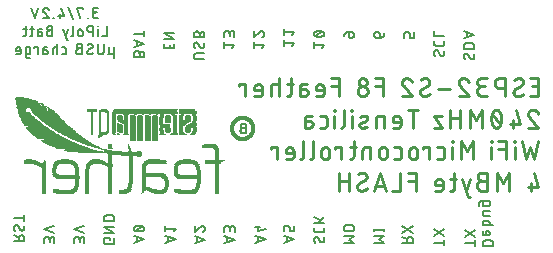
<source format=gbr>
G04 EAGLE Gerber RS-274X export*
G75*
%MOMM*%
%FSLAX34Y34*%
%LPD*%
%INSilkscreen Bottom*%
%IPPOS*%
%AMOC8*
5,1,8,0,0,1.08239X$1,22.5*%
G01*
%ADD10C,0.127000*%
%ADD11C,0.254000*%
%ADD12R,0.182878X0.020319*%
%ADD13R,0.792478X0.020322*%
%ADD14R,0.447041X0.020322*%
%ADD15R,0.792481X0.020322*%
%ADD16R,0.325122X0.020319*%
%ADD17R,1.097278X0.020319*%
%ADD18R,0.629919X0.020319*%
%ADD19R,0.020319X0.020319*%
%ADD20R,0.568963X0.020319*%
%ADD21R,0.325119X0.020319*%
%ADD22R,1.097281X0.020319*%
%ADD23R,0.325122X0.020322*%
%ADD24R,1.300478X0.020322*%
%ADD25R,0.751841X0.020322*%
%ADD26R,0.040641X0.020322*%
%ADD27R,0.670563X0.020322*%
%ADD28R,0.325119X0.020322*%
%ADD29R,1.300481X0.020322*%
%ADD30R,1.442719X0.020319*%
%ADD31R,0.873759X0.020319*%
%ADD32R,0.060959X0.020319*%
%ADD33R,0.731522X0.020319*%
%ADD34R,1.442722X0.020319*%
%ADD35R,1.605278X0.020319*%
%ADD36R,0.975359X0.020319*%
%ADD37R,0.081278X0.020319*%
%ADD38R,0.772163X0.020319*%
%ADD39R,1.584963X0.020319*%
%ADD40R,1.706881X0.020322*%
%ADD41R,1.056641X0.020322*%
%ADD42R,0.101600X0.020322*%
%ADD43R,1.706878X0.020322*%
%ADD44R,1.828800X0.020319*%
%ADD45R,1.158241X0.020319*%
%ADD46R,0.121919X0.020319*%
%ADD47R,0.833122X0.020319*%
%ADD48R,1.889759X0.020322*%
%ADD49R,1.239519X0.020322*%
%ADD50R,0.121919X0.020322*%
%ADD51R,0.853441X0.020322*%
%ADD52R,1.889763X0.020322*%
%ADD53R,1.910078X0.020319*%
%ADD54R,1.300481X0.020319*%
%ADD55R,0.142241X0.020319*%
%ADD56R,0.873762X0.020319*%
%ADD57R,1.910081X0.020319*%
%ADD58R,1.930400X0.020319*%
%ADD59R,1.381759X0.020319*%
%ADD60R,0.162559X0.020319*%
%ADD61R,0.894081X0.020319*%
%ADD62R,1.950719X0.020322*%
%ADD63R,1.463041X0.020322*%
%ADD64R,0.182878X0.020322*%
%ADD65R,0.914400X0.020322*%
%ADD66R,1.950722X0.020322*%
%ADD67R,1.971041X0.020319*%
%ADD68R,1.524000X0.020319*%
%ADD69R,0.203200X0.020319*%
%ADD70R,0.934722X0.020319*%
%ADD71R,1.991359X0.020322*%
%ADD72R,1.584959X0.020322*%
%ADD73R,0.223519X0.020322*%
%ADD74R,0.934719X0.020322*%
%ADD75R,1.991363X0.020322*%
%ADD76R,2.011678X0.020319*%
%ADD77R,1.625600X0.020319*%
%ADD78R,0.243841X0.020319*%
%ADD79R,0.853441X0.020319*%
%ADD80R,2.011681X0.020319*%
%ADD81R,2.032000X0.020319*%
%ADD82R,1.706881X0.020319*%
%ADD83R,0.264159X0.020319*%
%ADD84R,0.751841X0.020319*%
%ADD85R,2.032000X0.020322*%
%ADD86R,0.568959X0.020322*%
%ADD87R,1.036322X0.020322*%
%ADD88R,0.284478X0.020322*%
%ADD89R,0.690881X0.020322*%
%ADD90R,0.548641X0.020319*%
%ADD91R,0.528319X0.020319*%
%ADD92R,0.487678X0.020319*%
%ADD93R,0.914400X0.020319*%
%ADD94R,0.284478X0.020319*%
%ADD95R,0.589281X0.020319*%
%ADD96R,0.528322X0.020319*%
%ADD97R,0.487678X0.020322*%
%ADD98R,1.158241X0.020322*%
%ADD99R,0.528319X0.020322*%
%ADD100R,0.487681X0.020322*%
%ADD101R,0.284481X0.020322*%
%ADD102R,0.467363X0.020319*%
%ADD103R,0.101600X0.020319*%
%ADD104R,0.426722X0.020319*%
%ADD105R,1.056641X0.020319*%
%ADD106R,0.467359X0.020319*%
%ADD107R,0.406400X0.020319*%
%ADD108R,0.447041X0.020319*%
%ADD109R,0.426719X0.020319*%
%ADD110R,0.406400X0.020322*%
%ADD111R,0.386081X0.020322*%
%ADD112R,0.894078X0.020322*%
%ADD113R,0.386081X0.020319*%
%ADD114R,0.365759X0.020319*%
%ADD115R,0.812800X0.020319*%
%ADD116R,0.386078X0.020322*%
%ADD117R,0.365759X0.020322*%
%ADD118R,0.670559X0.020319*%
%ADD119R,0.345438X0.020319*%
%ADD120R,0.609600X0.020319*%
%ADD121R,0.345438X0.020322*%
%ADD122R,0.548641X0.020322*%
%ADD123R,0.365762X0.020322*%
%ADD124R,0.345441X0.020319*%
%ADD125R,0.345441X0.020322*%
%ADD126R,0.426719X0.020322*%
%ADD127R,0.304800X0.020319*%
%ADD128R,0.304800X0.020322*%
%ADD129R,1.727200X0.020322*%
%ADD130R,1.849122X0.020319*%
%ADD131R,1.849119X0.020319*%
%ADD132R,1.971041X0.020322*%
%ADD133R,1.971037X0.020322*%
%ADD134R,2.052322X0.020322*%
%ADD135R,0.467363X0.020322*%
%ADD136R,2.052319X0.020322*%
%ADD137R,2.092959X0.020319*%
%ADD138R,2.113281X0.020319*%
%ADD139R,0.589278X0.020319*%
%ADD140R,2.113278X0.020319*%
%ADD141R,2.133600X0.020322*%
%ADD142R,2.153922X0.020319*%
%ADD143R,1.198881X0.020319*%
%ADD144R,2.153919X0.020319*%
%ADD145R,2.174241X0.020322*%
%ADD146R,1.503678X0.020322*%
%ADD147R,2.174238X0.020322*%
%ADD148R,2.194559X0.020319*%
%ADD149R,2.214881X0.020322*%
%ADD150R,2.072641X0.020322*%
%ADD151R,2.214878X0.020322*%
%ADD152R,2.214881X0.020319*%
%ADD153R,2.052319X0.020319*%
%ADD154R,2.214878X0.020319*%
%ADD155R,2.235200X0.020322*%
%ADD156R,0.508000X0.020319*%
%ADD157R,0.426722X0.020322*%
%ADD158R,1.869441X0.020322*%
%ADD159R,1.808478X0.020319*%
%ADD160R,1.747519X0.020319*%
%ADD161R,1.625600X0.020322*%
%ADD162R,0.487681X0.020319*%
%ADD163R,0.467359X0.020322*%
%ADD164R,0.365762X0.020319*%
%ADD165R,0.629919X0.020322*%
%ADD166R,0.386078X0.020319*%
%ADD167R,0.711200X0.020319*%
%ADD168R,0.670559X0.020322*%
%ADD169R,0.772159X0.020322*%
%ADD170R,0.731519X0.020319*%
%ADD171R,0.447038X0.020322*%
%ADD172R,0.873759X0.020322*%
%ADD173R,0.955041X0.020319*%
%ADD174R,0.568959X0.020319*%
%ADD175R,0.548638X0.020319*%
%ADD176R,1.178559X0.020322*%
%ADD177R,0.650241X0.020322*%
%ADD178R,0.995678X0.020322*%
%ADD179R,0.508000X0.020322*%
%ADD180R,1.219200X0.020319*%
%ADD181R,1.402081X0.020319*%
%ADD182R,1.910078X0.020322*%
%ADD183R,1.910081X0.020322*%
%ADD184R,0.243841X0.020322*%
%ADD185R,1.361441X0.020322*%
%ADD186R,1.280159X0.020319*%
%ADD187R,1.869441X0.020319*%
%ADD188R,1.645922X0.020319*%
%ADD189R,0.223519X0.020319*%
%ADD190R,1.341122X0.020319*%
%ADD191R,1.320800X0.020319*%
%ADD192R,1.584959X0.020319*%
%ADD193R,1.341119X0.020322*%
%ADD194R,1.808478X0.020322*%
%ADD195R,1.524000X0.020322*%
%ADD196R,1.808481X0.020322*%
%ADD197R,0.203200X0.020322*%
%ADD198R,1.259841X0.020322*%
%ADD199R,1.767841X0.020319*%
%ADD200R,1.483359X0.020319*%
%ADD201R,1.767838X0.020319*%
%ADD202R,0.182881X0.020319*%
%ADD203R,1.402081X0.020322*%
%ADD204R,1.849119X0.020322*%
%ADD205R,1.422400X0.020322*%
%ADD206R,0.162559X0.020322*%
%ADD207R,1.178562X0.020322*%
%ADD208R,1.686559X0.020319*%
%ADD209R,1.361441X0.020319*%
%ADD210R,1.686563X0.020319*%
%ADD211R,1.137922X0.020319*%
%ADD212R,1.300478X0.020319*%
%ADD213R,1.605281X0.020319*%
%ADD214R,1.503681X0.020322*%
%ADD215R,1.564641X0.020322*%
%ADD216R,1.788159X0.020322*%
%ADD217R,1.219200X0.020322*%
%ADD218R,1.564638X0.020322*%
%ADD219R,1.544319X0.020319*%
%ADD220R,1.137919X0.020319*%
%ADD221R,1.483363X0.020319*%
%ADD222R,0.081281X0.020319*%
%ADD223R,1.016000X0.020319*%
%ADD224R,1.402078X0.020322*%
%ADD225R,1.666241X0.020322*%
%ADD226R,1.381759X0.020322*%
%ADD227R,0.081281X0.020322*%
%ADD228R,0.955041X0.020322*%
%ADD229R,1.564638X0.020319*%
%ADD230R,1.645919X0.020319*%
%ADD231R,1.178559X0.020319*%
%ADD232R,0.040641X0.020319*%
%ADD233R,0.975359X0.020322*%
%ADD234R,1.239522X0.020322*%
%ADD235R,0.020319X0.020322*%
%ADD236R,0.772163X0.020322*%
%ADD237R,0.670563X0.020319*%
%ADD238R,1.036322X0.020319*%
%ADD239R,0.182881X0.020322*%
%ADD240R,1.117600X0.020319*%
%ADD241R,2.336800X0.020319*%
%ADD242R,2.479038X0.020322*%
%ADD243R,2.824478X0.020319*%
%ADD244R,2.824478X0.020322*%
%ADD245R,2.824481X0.020319*%
%ADD246R,2.946400X0.020319*%
%ADD247R,3.048000X0.020322*%
%ADD248R,0.264159X0.020322*%
%ADD249R,3.149600X0.020319*%
%ADD250R,2.438400X0.020322*%
%ADD251R,0.284481X0.020319*%
%ADD252R,3.962400X0.020319*%
%ADD253R,1.564641X0.020319*%
%ADD254R,1.950719X0.020319*%
%ADD255R,0.264163X0.020322*%
%ADD256R,1.076959X0.020322*%
%ADD257R,0.589281X0.020322*%
%ADD258R,0.264163X0.020319*%
%ADD259R,0.792478X0.020319*%
%ADD260R,1.666241X0.020319*%
%ADD261R,0.833119X0.020319*%
%ADD262R,1.544322X0.020322*%
%ADD263R,1.036319X0.020322*%
%ADD264R,1.239519X0.020319*%
%ADD265R,1.259838X0.020319*%
%ADD266R,1.422400X0.020319*%
%ADD267R,0.223522X0.020322*%
%ADD268R,2.722881X0.020322*%
%ADD269R,0.223522X0.020319*%
%ADD270R,2.702559X0.020319*%
%ADD271R,2.580641X0.020322*%
%ADD272R,2.438400X0.020319*%
%ADD273R,2.275841X0.020319*%
%ADD274R,0.142241X0.020322*%
%ADD275R,2.153922X0.020322*%
%ADD276R,0.142238X0.020322*%
%ADD277R,0.162562X0.020319*%
%ADD278R,0.792481X0.020319*%
%ADD279R,1.544319X0.020322*%
%ADD280R,0.975363X0.020322*%
%ADD281R,1.341122X0.020322*%
%ADD282R,1.280159X0.020322*%
%ADD283R,0.121922X0.020319*%
%ADD284R,1.239522X0.020319*%
%ADD285R,1.361438X0.020319*%
%ADD286R,0.121922X0.020322*%
%ADD287R,2.397759X0.020322*%
%ADD288R,2.255519X0.020319*%
%ADD289R,1.991359X0.020319*%
%ADD290R,2.600959X0.020319*%
%ADD291R,1.198878X0.020322*%
%ADD292R,0.060963X0.020319*%
%ADD293R,1.158238X0.020322*%
%ADD294R,0.060963X0.020322*%
%ADD295R,0.589278X0.020322*%
%ADD296R,2.580641X0.020319*%
%ADD297R,0.650241X0.020319*%
%ADD298R,2.560322X0.020319*%
%ADD299R,2.560322X0.020322*%
%ADD300R,0.020322X0.020319*%
%ADD301R,0.690881X0.020319*%
%ADD302R,2.540000X0.020319*%
%ADD303R,0.020322X0.020322*%
%ADD304R,0.731519X0.020322*%
%ADD305R,2.540000X0.020322*%
%ADD306R,0.751838X0.020319*%
%ADD307R,2.519681X0.020319*%
%ADD308R,2.499359X0.020322*%
%ADD309R,2.479041X0.020319*%
%ADD310R,0.812800X0.020322*%
%ADD311R,2.479041X0.020322*%
%ADD312R,0.853438X0.020319*%
%ADD313R,2.458719X0.020319*%
%ADD314R,0.873762X0.020322*%
%ADD315R,2.458719X0.020322*%
%ADD316R,0.894078X0.020319*%
%ADD317R,0.934719X0.020319*%
%ADD318R,2.397763X0.020319*%
%ADD319R,2.397759X0.020319*%
%ADD320R,1.016000X0.020322*%
%ADD321R,2.377441X0.020322*%
%ADD322R,1.036319X0.020319*%
%ADD323R,2.072641X0.020319*%
%ADD324R,1.930400X0.020322*%
%ADD325R,1.808481X0.020319*%
%ADD326R,1.686559X0.020322*%
%ADD327R,1.137919X0.020322*%
%ADD328R,1.076959X0.020319*%
%ADD329R,1.056638X0.020319*%
%ADD330R,1.198878X0.020319*%
%ADD331R,1.137922X0.020322*%
%ADD332R,2.255522X0.020322*%
%ADD333R,1.158238X0.020319*%
%ADD334R,2.235200X0.020319*%
%ADD335R,1.076963X0.020322*%
%ADD336R,2.194559X0.020322*%
%ADD337R,2.174238X0.020319*%
%ADD338R,0.060959X0.020322*%
%ADD339R,1.280163X0.020319*%
%ADD340R,1.320800X0.020322*%
%ADD341R,2.113278X0.020322*%
%ADD342R,2.092963X0.020319*%
%ADD343R,1.361438X0.020322*%
%ADD344R,1.402078X0.020319*%
%ADD345R,2.072637X0.020319*%
%ADD346R,2.052322X0.020319*%
%ADD347R,1.442719X0.020322*%
%ADD348R,2.011681X0.020322*%
%ADD349R,1.463041X0.020319*%
%ADD350R,1.483359X0.020322*%
%ADD351R,1.463037X0.020319*%
%ADD352R,1.503678X0.020319*%
%ADD353R,1.117600X0.020322*%
%ADD354R,1.889759X0.020319*%
%ADD355R,1.869438X0.020319*%
%ADD356R,1.849122X0.020322*%
%ADD357R,1.280163X0.020322*%
%ADD358R,1.788159X0.020319*%
%ADD359R,1.767841X0.020322*%
%ADD360R,0.142238X0.020319*%
%ADD361R,1.463037X0.020322*%
%ADD362R,0.995681X0.020319*%
%ADD363R,0.081278X0.020322*%
%ADD364R,1.503681X0.020319*%
%ADD365R,1.544322X0.020319*%
%ADD366R,1.645919X0.020322*%
%ADD367R,1.605281X0.020322*%
%ADD368R,1.727200X0.020319*%
%ADD369R,0.162562X0.020322*%
%ADD370R,1.584963X0.020322*%
%ADD371R,1.605278X0.020322*%
%ADD372R,1.381763X0.020319*%
%ADD373R,1.666238X0.020319*%
%ADD374R,1.341119X0.020319*%
%ADD375R,1.828800X0.020322*%
%ADD376R,1.198881X0.020322*%
%ADD377R,1.056638X0.020322*%
%ADD378R,0.772159X0.020319*%
%ADD379R,1.097281X0.020322*%
%ADD380R,1.076963X0.020319*%
%ADD381R,1.259841X0.020319*%
%ADD382R,0.609600X0.020322*%
%ADD383R,0.731522X0.020322*%
%ADD384R,0.711200X0.020322*%
%ADD385R,0.690878X0.020319*%
%ADD386R,0.690878X0.020322*%
%ADD387R,0.243838X0.020319*%
%ADD388R,0.934722X0.020322*%
%ADD389R,2.133600X0.020319*%
%ADD390R,2.113281X0.020322*%
%ADD391R,2.072637X0.020322*%
%ADD392R,2.011678X0.020322*%
%ADD393R,1.950722X0.020319*%
%ADD394R,1.706878X0.020319*%
%ADD395R,1.483363X0.020322*%
%ADD396R,0.528322X0.020322*%
%ADD397R,0.462278X0.022863*%
%ADD398R,0.462281X0.022863*%
%ADD399R,0.436881X0.022863*%
%ADD400R,0.462278X0.023113*%
%ADD401R,0.462281X0.023113*%
%ADD402R,0.436881X0.023113*%
%ADD403R,0.462278X0.023116*%
%ADD404R,0.462281X0.023116*%
%ADD405R,0.436881X0.023116*%
%ADD406R,0.022863X0.023113*%
%ADD407R,0.091441X0.023116*%
%ADD408R,0.139700X0.023113*%
%ADD409R,0.185419X0.023116*%
%ADD410R,0.254000X0.023113*%
%ADD411R,0.299719X0.023113*%
%ADD412R,0.345438X0.023116*%
%ADD413R,0.391159X0.023113*%
%ADD414R,0.393700X0.023116*%
%ADD415R,0.325119X0.022863*%
%ADD416R,0.599438X0.022863*%
%ADD417R,0.622300X0.022863*%
%ADD418R,0.530859X0.022863*%
%ADD419R,0.439422X0.022863*%
%ADD420R,0.231138X0.022863*%
%ADD421R,0.071119X0.022863*%
%ADD422R,0.533400X0.022863*%
%ADD423R,0.208281X0.022863*%
%ADD424R,0.345441X0.023113*%
%ADD425R,0.576578X0.023113*%
%ADD426R,0.599438X0.023113*%
%ADD427R,0.508000X0.023113*%
%ADD428R,0.416563X0.023113*%
%ADD429R,0.208278X0.023113*%
%ADD430R,0.553722X0.023113*%
%ADD431R,0.208281X0.023113*%
%ADD432R,0.345441X0.023116*%
%ADD433R,0.530859X0.023116*%
%ADD434R,0.370841X0.023116*%
%ADD435R,0.162559X0.023116*%
%ADD436R,0.576581X0.023116*%
%ADD437R,0.208281X0.023116*%
%ADD438R,0.322578X0.023113*%
%ADD439R,0.485137X0.023113*%
%ADD440R,0.416559X0.023113*%
%ADD441R,0.347981X0.023113*%
%ADD442R,0.116838X0.023113*%
%ADD443R,0.647700X0.023113*%
%ADD444R,0.322581X0.023116*%
%ADD445R,0.485137X0.023116*%
%ADD446R,0.093978X0.023116*%
%ADD447R,0.231141X0.023116*%
%ADD448R,0.693419X0.023116*%
%ADD449R,0.322581X0.023113*%
%ADD450R,0.439419X0.023113*%
%ADD451R,0.370841X0.023113*%
%ADD452R,0.299722X0.023113*%
%ADD453R,0.045719X0.023113*%
%ADD454R,0.739138X0.023113*%
%ADD455R,0.414019X0.023113*%
%ADD456R,0.347978X0.023113*%
%ADD457R,0.762000X0.023113*%
%ADD458R,0.414019X0.023116*%
%ADD459R,0.182881X0.023116*%
%ADD460R,0.347978X0.023116*%
%ADD461R,0.276863X0.023116*%
%ADD462R,0.116841X0.023116*%
%ADD463R,0.276859X0.023116*%
%ADD464R,0.784863X0.023116*%
%ADD465R,0.325119X0.023113*%
%ADD466R,0.276863X0.023113*%
%ADD467R,0.276859X0.023113*%
%ADD468R,0.325119X0.023116*%
%ADD469R,0.391159X0.023116*%
%ADD470R,0.302259X0.023116*%
%ADD471R,0.254000X0.023116*%
%ADD472R,0.302259X0.023113*%
%ADD473R,0.393700X0.023113*%
%ADD474R,0.231141X0.023113*%
%ADD475R,0.302259X0.022863*%
%ADD476R,0.439419X0.022863*%
%ADD477R,0.368300X0.022863*%
%ADD478R,0.391159X0.022863*%
%ADD479R,0.416559X0.022863*%
%ADD480R,0.276863X0.022863*%
%ADD481R,0.205741X0.022863*%
%ADD482R,0.368300X0.023113*%
%ADD483R,0.205741X0.023113*%
%ADD484R,0.368300X0.023116*%
%ADD485R,0.205741X0.023116*%
%ADD486R,0.182881X0.023113*%
%ADD487R,0.276859X0.022863*%
%ADD488R,0.182881X0.022863*%
%ADD489R,0.924559X0.023113*%
%ADD490R,0.924559X0.023116*%
%ADD491R,0.901700X0.023113*%
%ADD492R,0.901700X0.023116*%
%ADD493R,0.878841X0.023113*%
%ADD494R,0.855981X0.023116*%
%ADD495R,0.833119X0.023113*%
%ADD496R,0.787400X0.022863*%
%ADD497R,0.414019X0.022863*%
%ADD498R,0.924559X0.022863*%
%ADD499R,0.739141X0.023113*%
%ADD500R,0.716281X0.023116*%
%ADD501R,0.299722X0.023116*%
%ADD502R,0.670559X0.023113*%
%ADD503R,0.647700X0.023116*%
%ADD504R,0.508000X0.023116*%
%ADD505R,0.299719X0.023116*%
%ADD506R,0.601981X0.023113*%
%ADD507R,0.530859X0.023113*%
%ADD508R,0.231138X0.023113*%
%ADD509R,0.556259X0.023113*%
%ADD510R,0.185419X0.023113*%
%ADD511R,0.533400X0.023116*%
%ADD512R,0.599438X0.023116*%
%ADD513R,0.416563X0.023116*%
%ADD514R,0.116838X0.023116*%
%ADD515R,0.485141X0.023113*%
%ADD516R,0.645159X0.023113*%
%ADD517R,0.716278X0.023113*%
%ADD518R,0.393700X0.022863*%
%ADD519R,0.762000X0.022863*%
%ADD520R,0.624841X0.022863*%
%ADD521R,0.784859X0.023113*%
%ADD522R,0.693422X0.023113*%
%ADD523R,0.830578X0.023116*%
%ADD524R,0.739141X0.023116*%
%ADD525R,0.876300X0.023113*%
%ADD526R,0.807722X0.023113*%
%ADD527R,0.899159X0.023116*%
%ADD528R,0.878841X0.023116*%
%ADD529R,0.922019X0.023113*%
%ADD530R,0.947419X0.023113*%
%ADD531R,0.970278X0.023116*%
%ADD532R,0.970278X0.023113*%
%ADD533R,0.439419X0.023116*%
%ADD534R,0.299722X0.022863*%
%ADD535R,0.416559X0.023116*%
%ADD536R,0.347981X0.023116*%
%ADD537R,0.137159X0.023113*%
%ADD538R,0.093978X0.023113*%
%ADD539R,0.091441X0.023113*%
%ADD540R,0.093981X0.023113*%
%ADD541R,0.114300X0.023113*%
%ADD542R,0.045719X0.023116*%
%ADD543R,0.045722X0.023116*%
%ADD544R,0.071119X0.023113*%
%ADD545R,0.116841X0.023113*%
%ADD546R,0.139700X0.023116*%
%ADD547R,0.322581X0.022863*%
%ADD548R,0.345441X0.022863*%
%ADD549R,0.162559X0.022863*%
%ADD550R,0.576581X0.022863*%
%ADD551R,0.668019X0.023113*%
%ADD552R,0.533400X0.023113*%
%ADD553R,1.455419X0.023116*%
%ADD554R,5.519419X0.023116*%
%ADD555R,1.455419X0.023113*%
%ADD556R,5.519419X0.023113*%
%ADD557R,5.494019X0.023116*%
%ADD558R,1.430019X0.023113*%
%ADD559R,5.494019X0.023113*%
%ADD560R,1.430019X0.023116*%
%ADD561R,5.471159X0.023116*%
%ADD562R,0.762000X0.023116*%
%ADD563R,1.407159X0.023113*%
%ADD564R,5.471159X0.023113*%
%ADD565R,1.384300X0.022863*%
%ADD566R,5.448300X0.022863*%
%ADD567R,0.716278X0.022863*%
%ADD568R,0.878841X0.022863*%
%ADD569R,1.361438X0.023113*%
%ADD570R,5.425438X0.023113*%
%ADD571R,1.338578X0.023116*%
%ADD572R,5.402578X0.023116*%
%ADD573R,0.624841X0.023116*%
%ADD574R,1.292859X0.023113*%
%ADD575R,5.356859X0.023113*%
%ADD576R,1.224278X0.023116*%
%ADD577R,5.288278X0.023116*%
%ADD578C,0.304800*%
%ADD579C,0.203200*%


D10*
X130555Y215900D02*
X128085Y215900D01*
X127987Y215902D01*
X127889Y215908D01*
X127791Y215918D01*
X127694Y215931D01*
X127597Y215949D01*
X127501Y215970D01*
X127407Y215995D01*
X127313Y216024D01*
X127220Y216056D01*
X127129Y216093D01*
X127039Y216132D01*
X126951Y216176D01*
X126865Y216223D01*
X126780Y216273D01*
X126698Y216326D01*
X126618Y216383D01*
X126540Y216443D01*
X126465Y216506D01*
X126392Y216572D01*
X126322Y216641D01*
X126255Y216712D01*
X126190Y216786D01*
X126129Y216863D01*
X126070Y216942D01*
X126015Y217023D01*
X125963Y217106D01*
X125915Y217192D01*
X125870Y217279D01*
X125828Y217368D01*
X125790Y217458D01*
X125756Y217550D01*
X125725Y217643D01*
X125698Y217738D01*
X125675Y217833D01*
X125655Y217930D01*
X125640Y218026D01*
X125628Y218124D01*
X125620Y218222D01*
X125616Y218320D01*
X125616Y218418D01*
X125620Y218516D01*
X125628Y218614D01*
X125640Y218712D01*
X125655Y218808D01*
X125675Y218905D01*
X125698Y219000D01*
X125725Y219095D01*
X125756Y219188D01*
X125790Y219280D01*
X125828Y219370D01*
X125870Y219459D01*
X125915Y219546D01*
X125963Y219632D01*
X126015Y219715D01*
X126070Y219796D01*
X126129Y219875D01*
X126190Y219952D01*
X126255Y220026D01*
X126322Y220097D01*
X126392Y220166D01*
X126465Y220232D01*
X126540Y220295D01*
X126618Y220355D01*
X126698Y220412D01*
X126780Y220465D01*
X126865Y220515D01*
X126951Y220562D01*
X127039Y220606D01*
X127129Y220645D01*
X127220Y220682D01*
X127313Y220714D01*
X127407Y220743D01*
X127501Y220768D01*
X127597Y220789D01*
X127694Y220807D01*
X127791Y220820D01*
X127889Y220830D01*
X127987Y220836D01*
X128085Y220838D01*
X127591Y224790D02*
X130555Y224790D01*
X127591Y224790D02*
X127504Y224788D01*
X127416Y224782D01*
X127329Y224773D01*
X127243Y224759D01*
X127157Y224742D01*
X127073Y224721D01*
X126989Y224696D01*
X126906Y224667D01*
X126825Y224635D01*
X126745Y224600D01*
X126667Y224561D01*
X126590Y224518D01*
X126516Y224472D01*
X126444Y224423D01*
X126374Y224371D01*
X126306Y224315D01*
X126241Y224257D01*
X126178Y224196D01*
X126119Y224132D01*
X126062Y224065D01*
X126008Y223997D01*
X125957Y223925D01*
X125910Y223852D01*
X125865Y223777D01*
X125824Y223699D01*
X125787Y223620D01*
X125753Y223540D01*
X125723Y223458D01*
X125696Y223375D01*
X125673Y223290D01*
X125654Y223205D01*
X125639Y223119D01*
X125627Y223032D01*
X125619Y222945D01*
X125615Y222858D01*
X125615Y222770D01*
X125619Y222683D01*
X125627Y222596D01*
X125639Y222509D01*
X125654Y222423D01*
X125673Y222338D01*
X125696Y222253D01*
X125723Y222170D01*
X125753Y222088D01*
X125787Y222008D01*
X125824Y221929D01*
X125865Y221851D01*
X125910Y221776D01*
X125957Y221703D01*
X126008Y221631D01*
X126062Y221563D01*
X126119Y221496D01*
X126178Y221432D01*
X126241Y221371D01*
X126306Y221313D01*
X126374Y221257D01*
X126444Y221205D01*
X126516Y221156D01*
X126590Y221110D01*
X126667Y221067D01*
X126745Y221028D01*
X126825Y220993D01*
X126906Y220961D01*
X126989Y220932D01*
X127073Y220907D01*
X127157Y220886D01*
X127243Y220869D01*
X127329Y220855D01*
X127416Y220846D01*
X127504Y220840D01*
X127591Y220838D01*
X127591Y220839D02*
X129567Y220839D01*
X121931Y216394D02*
X121931Y215900D01*
X121931Y216394D02*
X121437Y216394D01*
X121437Y215900D01*
X121931Y215900D01*
X117753Y223802D02*
X117753Y224790D01*
X112814Y224790D01*
X115284Y215900D01*
X109029Y214912D02*
X105078Y225778D01*
X99318Y224790D02*
X101294Y217876D01*
X96355Y217876D01*
X97837Y219851D02*
X97837Y215900D01*
X92671Y215900D02*
X92671Y216394D01*
X92177Y216394D01*
X92177Y215900D01*
X92671Y215900D01*
X85776Y224791D02*
X85684Y224789D01*
X85592Y224783D01*
X85501Y224774D01*
X85410Y224761D01*
X85320Y224744D01*
X85230Y224723D01*
X85142Y224699D01*
X85054Y224671D01*
X84968Y224639D01*
X84883Y224604D01*
X84800Y224565D01*
X84718Y224523D01*
X84638Y224478D01*
X84560Y224429D01*
X84484Y224377D01*
X84411Y224322D01*
X84339Y224264D01*
X84270Y224204D01*
X84204Y224140D01*
X84140Y224074D01*
X84080Y224005D01*
X84022Y223933D01*
X83967Y223860D01*
X83915Y223784D01*
X83866Y223706D01*
X83821Y223626D01*
X83779Y223544D01*
X83740Y223461D01*
X83705Y223376D01*
X83673Y223290D01*
X83645Y223202D01*
X83621Y223114D01*
X83600Y223024D01*
X83583Y222934D01*
X83570Y222843D01*
X83561Y222752D01*
X83555Y222660D01*
X83553Y222568D01*
X85776Y224790D02*
X85882Y224788D01*
X85987Y224782D01*
X86092Y224772D01*
X86197Y224759D01*
X86301Y224741D01*
X86404Y224720D01*
X86507Y224695D01*
X86609Y224666D01*
X86709Y224633D01*
X86808Y224597D01*
X86906Y224557D01*
X87002Y224513D01*
X87097Y224466D01*
X87189Y224416D01*
X87280Y224362D01*
X87369Y224304D01*
X87455Y224244D01*
X87539Y224180D01*
X87621Y224114D01*
X87701Y224044D01*
X87777Y223971D01*
X87851Y223896D01*
X87922Y223818D01*
X87990Y223737D01*
X88056Y223654D01*
X88118Y223568D01*
X88176Y223481D01*
X88232Y223391D01*
X88284Y223299D01*
X88333Y223205D01*
X88378Y223110D01*
X88420Y223013D01*
X88458Y222914D01*
X88492Y222815D01*
X84294Y220839D02*
X84225Y220908D01*
X84159Y220978D01*
X84096Y221052D01*
X84037Y221128D01*
X83980Y221206D01*
X83926Y221286D01*
X83876Y221369D01*
X83829Y221453D01*
X83786Y221540D01*
X83746Y221628D01*
X83710Y221717D01*
X83677Y221808D01*
X83648Y221900D01*
X83623Y221994D01*
X83602Y222088D01*
X83584Y222183D01*
X83571Y222279D01*
X83561Y222375D01*
X83555Y222471D01*
X83553Y222568D01*
X84294Y220839D02*
X88492Y215900D01*
X83553Y215900D01*
X76879Y215900D02*
X79842Y224790D01*
X73915Y224790D02*
X76879Y215900D01*
X137527Y209550D02*
X137527Y200660D01*
X133576Y200660D01*
X130204Y200660D02*
X130204Y206587D01*
X130451Y209056D02*
X130451Y209550D01*
X129957Y209550D01*
X129957Y209056D01*
X130451Y209056D01*
X125794Y209550D02*
X125794Y200660D01*
X125794Y209550D02*
X123325Y209550D01*
X123227Y209548D01*
X123129Y209542D01*
X123031Y209532D01*
X122934Y209519D01*
X122837Y209501D01*
X122741Y209480D01*
X122647Y209455D01*
X122553Y209426D01*
X122460Y209394D01*
X122369Y209357D01*
X122279Y209318D01*
X122191Y209274D01*
X122105Y209227D01*
X122020Y209177D01*
X121938Y209124D01*
X121858Y209067D01*
X121780Y209007D01*
X121705Y208944D01*
X121632Y208878D01*
X121562Y208809D01*
X121495Y208738D01*
X121430Y208664D01*
X121369Y208587D01*
X121310Y208508D01*
X121255Y208427D01*
X121203Y208344D01*
X121155Y208258D01*
X121110Y208171D01*
X121068Y208082D01*
X121030Y207992D01*
X120996Y207900D01*
X120965Y207807D01*
X120938Y207712D01*
X120915Y207617D01*
X120895Y207520D01*
X120880Y207424D01*
X120868Y207326D01*
X120860Y207228D01*
X120856Y207130D01*
X120856Y207032D01*
X120860Y206934D01*
X120868Y206836D01*
X120880Y206738D01*
X120895Y206642D01*
X120915Y206545D01*
X120938Y206450D01*
X120965Y206355D01*
X120996Y206262D01*
X121030Y206170D01*
X121068Y206080D01*
X121110Y205991D01*
X121155Y205904D01*
X121203Y205818D01*
X121255Y205735D01*
X121310Y205654D01*
X121369Y205575D01*
X121430Y205498D01*
X121495Y205424D01*
X121562Y205353D01*
X121632Y205284D01*
X121705Y205218D01*
X121780Y205155D01*
X121858Y205095D01*
X121938Y205038D01*
X122020Y204985D01*
X122105Y204935D01*
X122191Y204888D01*
X122279Y204844D01*
X122369Y204805D01*
X122460Y204768D01*
X122553Y204736D01*
X122647Y204707D01*
X122741Y204682D01*
X122837Y204661D01*
X122934Y204643D01*
X123031Y204630D01*
X123129Y204620D01*
X123227Y204614D01*
X123325Y204612D01*
X123325Y204611D02*
X125794Y204611D01*
X117244Y204611D02*
X117244Y202636D01*
X117245Y204611D02*
X117243Y204698D01*
X117237Y204786D01*
X117228Y204873D01*
X117214Y204959D01*
X117197Y205045D01*
X117176Y205129D01*
X117151Y205213D01*
X117122Y205296D01*
X117090Y205377D01*
X117055Y205457D01*
X117016Y205535D01*
X116973Y205612D01*
X116927Y205686D01*
X116878Y205758D01*
X116826Y205828D01*
X116770Y205896D01*
X116712Y205961D01*
X116651Y206024D01*
X116587Y206083D01*
X116520Y206140D01*
X116452Y206194D01*
X116380Y206245D01*
X116307Y206292D01*
X116232Y206337D01*
X116154Y206378D01*
X116075Y206415D01*
X115995Y206449D01*
X115913Y206479D01*
X115830Y206506D01*
X115745Y206529D01*
X115660Y206548D01*
X115574Y206563D01*
X115487Y206575D01*
X115400Y206583D01*
X115313Y206587D01*
X115225Y206587D01*
X115138Y206583D01*
X115051Y206575D01*
X114964Y206563D01*
X114878Y206548D01*
X114793Y206529D01*
X114708Y206506D01*
X114625Y206479D01*
X114543Y206449D01*
X114463Y206415D01*
X114384Y206378D01*
X114306Y206337D01*
X114231Y206292D01*
X114158Y206245D01*
X114086Y206194D01*
X114018Y206140D01*
X113951Y206083D01*
X113887Y206024D01*
X113826Y205961D01*
X113768Y205896D01*
X113712Y205828D01*
X113660Y205758D01*
X113611Y205686D01*
X113565Y205612D01*
X113522Y205535D01*
X113483Y205457D01*
X113448Y205377D01*
X113416Y205296D01*
X113387Y205213D01*
X113362Y205129D01*
X113341Y205045D01*
X113324Y204959D01*
X113310Y204873D01*
X113301Y204786D01*
X113295Y204698D01*
X113293Y204611D01*
X113293Y202636D01*
X113295Y202549D01*
X113301Y202461D01*
X113310Y202374D01*
X113324Y202288D01*
X113341Y202202D01*
X113362Y202118D01*
X113387Y202034D01*
X113416Y201951D01*
X113448Y201870D01*
X113483Y201790D01*
X113522Y201712D01*
X113565Y201635D01*
X113611Y201561D01*
X113660Y201489D01*
X113712Y201419D01*
X113768Y201351D01*
X113826Y201286D01*
X113887Y201223D01*
X113951Y201164D01*
X114018Y201107D01*
X114086Y201053D01*
X114158Y201002D01*
X114231Y200955D01*
X114306Y200910D01*
X114384Y200869D01*
X114463Y200832D01*
X114543Y200798D01*
X114625Y200768D01*
X114708Y200741D01*
X114793Y200718D01*
X114878Y200699D01*
X114964Y200684D01*
X115051Y200672D01*
X115138Y200664D01*
X115225Y200660D01*
X115313Y200660D01*
X115400Y200664D01*
X115487Y200672D01*
X115574Y200684D01*
X115660Y200699D01*
X115745Y200718D01*
X115830Y200741D01*
X115913Y200768D01*
X115995Y200798D01*
X116075Y200832D01*
X116154Y200869D01*
X116232Y200910D01*
X116307Y200955D01*
X116380Y201002D01*
X116452Y201053D01*
X116520Y201107D01*
X116587Y201164D01*
X116651Y201223D01*
X116712Y201286D01*
X116770Y201351D01*
X116826Y201419D01*
X116878Y201489D01*
X116927Y201561D01*
X116973Y201635D01*
X117016Y201712D01*
X117055Y201790D01*
X117090Y201870D01*
X117122Y201951D01*
X117151Y202034D01*
X117176Y202118D01*
X117197Y202202D01*
X117214Y202288D01*
X117228Y202374D01*
X117237Y202461D01*
X117243Y202549D01*
X117245Y202636D01*
X109252Y202142D02*
X109252Y209550D01*
X109252Y202142D02*
X109250Y202067D01*
X109244Y201992D01*
X109235Y201918D01*
X109222Y201844D01*
X109205Y201771D01*
X109184Y201698D01*
X109160Y201627D01*
X109132Y201558D01*
X109101Y201489D01*
X109066Y201423D01*
X109028Y201358D01*
X108986Y201295D01*
X108942Y201235D01*
X108894Y201177D01*
X108844Y201121D01*
X108791Y201068D01*
X108735Y201018D01*
X108677Y200970D01*
X108617Y200926D01*
X108554Y200884D01*
X108489Y200846D01*
X108423Y200811D01*
X108354Y200780D01*
X108285Y200752D01*
X108214Y200728D01*
X108141Y200707D01*
X108068Y200690D01*
X107994Y200677D01*
X107920Y200668D01*
X107845Y200662D01*
X107770Y200660D01*
X104748Y197697D02*
X103760Y197697D01*
X100797Y206587D01*
X104748Y206587D02*
X102772Y200660D01*
X91657Y205599D02*
X89187Y205599D01*
X89187Y205598D02*
X89089Y205596D01*
X88991Y205590D01*
X88893Y205580D01*
X88796Y205567D01*
X88699Y205549D01*
X88603Y205528D01*
X88509Y205503D01*
X88415Y205474D01*
X88322Y205442D01*
X88231Y205405D01*
X88141Y205366D01*
X88053Y205322D01*
X87967Y205275D01*
X87882Y205225D01*
X87800Y205172D01*
X87720Y205115D01*
X87642Y205055D01*
X87567Y204992D01*
X87494Y204926D01*
X87424Y204857D01*
X87357Y204786D01*
X87292Y204712D01*
X87231Y204635D01*
X87172Y204556D01*
X87117Y204475D01*
X87065Y204392D01*
X87017Y204306D01*
X86972Y204219D01*
X86930Y204130D01*
X86892Y204040D01*
X86858Y203948D01*
X86827Y203855D01*
X86800Y203760D01*
X86777Y203665D01*
X86757Y203568D01*
X86742Y203472D01*
X86730Y203374D01*
X86722Y203276D01*
X86718Y203178D01*
X86718Y203080D01*
X86722Y202982D01*
X86730Y202884D01*
X86742Y202786D01*
X86757Y202690D01*
X86777Y202593D01*
X86800Y202498D01*
X86827Y202403D01*
X86858Y202310D01*
X86892Y202218D01*
X86930Y202128D01*
X86972Y202039D01*
X87017Y201952D01*
X87065Y201866D01*
X87117Y201783D01*
X87172Y201702D01*
X87231Y201623D01*
X87292Y201546D01*
X87357Y201472D01*
X87424Y201401D01*
X87494Y201332D01*
X87567Y201266D01*
X87642Y201203D01*
X87720Y201143D01*
X87800Y201086D01*
X87882Y201033D01*
X87967Y200983D01*
X88053Y200936D01*
X88141Y200892D01*
X88231Y200853D01*
X88322Y200816D01*
X88415Y200784D01*
X88509Y200755D01*
X88603Y200730D01*
X88699Y200709D01*
X88796Y200691D01*
X88893Y200678D01*
X88991Y200668D01*
X89089Y200662D01*
X89187Y200660D01*
X91657Y200660D01*
X91657Y209550D01*
X89187Y209550D01*
X89100Y209548D01*
X89012Y209542D01*
X88925Y209533D01*
X88839Y209519D01*
X88753Y209502D01*
X88669Y209481D01*
X88585Y209456D01*
X88502Y209427D01*
X88421Y209395D01*
X88341Y209360D01*
X88263Y209321D01*
X88186Y209278D01*
X88112Y209232D01*
X88040Y209183D01*
X87970Y209131D01*
X87902Y209075D01*
X87837Y209017D01*
X87774Y208956D01*
X87715Y208892D01*
X87658Y208825D01*
X87604Y208757D01*
X87553Y208685D01*
X87506Y208612D01*
X87461Y208537D01*
X87420Y208459D01*
X87383Y208380D01*
X87349Y208300D01*
X87319Y208218D01*
X87292Y208135D01*
X87269Y208050D01*
X87250Y207965D01*
X87235Y207879D01*
X87223Y207792D01*
X87215Y207705D01*
X87211Y207618D01*
X87211Y207530D01*
X87215Y207443D01*
X87223Y207356D01*
X87235Y207269D01*
X87250Y207183D01*
X87269Y207098D01*
X87292Y207013D01*
X87319Y206930D01*
X87349Y206848D01*
X87383Y206768D01*
X87420Y206689D01*
X87461Y206611D01*
X87506Y206536D01*
X87553Y206463D01*
X87604Y206391D01*
X87658Y206323D01*
X87715Y206256D01*
X87774Y206192D01*
X87837Y206131D01*
X87902Y206073D01*
X87970Y206017D01*
X88040Y205965D01*
X88112Y205916D01*
X88186Y205870D01*
X88263Y205827D01*
X88341Y205788D01*
X88421Y205753D01*
X88502Y205721D01*
X88585Y205692D01*
X88669Y205667D01*
X88753Y205646D01*
X88839Y205629D01*
X88925Y205615D01*
X89012Y205606D01*
X89100Y205600D01*
X89187Y205598D01*
X81439Y204117D02*
X79216Y204117D01*
X81439Y204118D02*
X81521Y204116D01*
X81603Y204110D01*
X81685Y204100D01*
X81766Y204087D01*
X81847Y204069D01*
X81926Y204048D01*
X82005Y204023D01*
X82082Y203994D01*
X82157Y203962D01*
X82231Y203926D01*
X82303Y203886D01*
X82374Y203844D01*
X82442Y203797D01*
X82508Y203748D01*
X82571Y203696D01*
X82632Y203640D01*
X82690Y203582D01*
X82746Y203521D01*
X82798Y203458D01*
X82847Y203392D01*
X82894Y203324D01*
X82936Y203254D01*
X82976Y203181D01*
X83012Y203107D01*
X83044Y203032D01*
X83073Y202955D01*
X83098Y202876D01*
X83119Y202797D01*
X83137Y202716D01*
X83150Y202635D01*
X83160Y202553D01*
X83166Y202471D01*
X83168Y202389D01*
X83166Y202307D01*
X83160Y202225D01*
X83150Y202143D01*
X83137Y202062D01*
X83119Y201981D01*
X83098Y201902D01*
X83073Y201823D01*
X83044Y201746D01*
X83012Y201671D01*
X82976Y201597D01*
X82936Y201525D01*
X82894Y201454D01*
X82847Y201386D01*
X82798Y201320D01*
X82746Y201257D01*
X82690Y201196D01*
X82632Y201138D01*
X82571Y201082D01*
X82508Y201030D01*
X82442Y200981D01*
X82374Y200934D01*
X82304Y200892D01*
X82231Y200852D01*
X82157Y200816D01*
X82082Y200784D01*
X82005Y200755D01*
X81926Y200730D01*
X81847Y200709D01*
X81766Y200691D01*
X81685Y200678D01*
X81603Y200668D01*
X81521Y200662D01*
X81439Y200660D01*
X79216Y200660D01*
X79216Y205105D01*
X79218Y205180D01*
X79224Y205255D01*
X79233Y205329D01*
X79246Y205403D01*
X79263Y205476D01*
X79284Y205549D01*
X79308Y205620D01*
X79336Y205689D01*
X79367Y205758D01*
X79402Y205824D01*
X79440Y205889D01*
X79482Y205952D01*
X79526Y206012D01*
X79574Y206070D01*
X79624Y206126D01*
X79677Y206179D01*
X79733Y206229D01*
X79791Y206277D01*
X79851Y206321D01*
X79914Y206363D01*
X79979Y206401D01*
X80045Y206436D01*
X80114Y206467D01*
X80183Y206495D01*
X80254Y206519D01*
X80327Y206540D01*
X80400Y206557D01*
X80474Y206570D01*
X80548Y206579D01*
X80623Y206585D01*
X80698Y206587D01*
X82673Y206587D01*
X75697Y206587D02*
X72734Y206587D01*
X74710Y209550D02*
X74710Y202142D01*
X74708Y202067D01*
X74702Y201992D01*
X74693Y201918D01*
X74680Y201844D01*
X74663Y201771D01*
X74642Y201698D01*
X74618Y201627D01*
X74590Y201558D01*
X74559Y201489D01*
X74524Y201423D01*
X74486Y201358D01*
X74444Y201295D01*
X74400Y201235D01*
X74352Y201177D01*
X74302Y201121D01*
X74249Y201068D01*
X74193Y201018D01*
X74135Y200970D01*
X74075Y200926D01*
X74012Y200884D01*
X73947Y200846D01*
X73881Y200811D01*
X73812Y200780D01*
X73743Y200752D01*
X73672Y200728D01*
X73599Y200707D01*
X73526Y200690D01*
X73452Y200677D01*
X73378Y200668D01*
X73303Y200662D01*
X73228Y200660D01*
X72734Y200660D01*
X69906Y206587D02*
X66943Y206587D01*
X68919Y209550D02*
X68919Y202142D01*
X68917Y202067D01*
X68911Y201992D01*
X68902Y201918D01*
X68889Y201844D01*
X68872Y201771D01*
X68851Y201698D01*
X68827Y201627D01*
X68799Y201558D01*
X68768Y201489D01*
X68733Y201423D01*
X68695Y201358D01*
X68653Y201295D01*
X68609Y201235D01*
X68561Y201177D01*
X68511Y201121D01*
X68458Y201068D01*
X68402Y201018D01*
X68344Y200970D01*
X68284Y200926D01*
X68221Y200884D01*
X68156Y200846D01*
X68090Y200811D01*
X68021Y200780D01*
X67952Y200752D01*
X67881Y200728D01*
X67808Y200707D01*
X67735Y200690D01*
X67661Y200677D01*
X67587Y200668D01*
X67512Y200662D01*
X67437Y200660D01*
X66943Y200660D01*
X143623Y191347D02*
X143623Y182457D01*
X139672Y187396D02*
X139672Y191347D01*
X139672Y187396D02*
X139674Y187309D01*
X139680Y187221D01*
X139689Y187134D01*
X139703Y187048D01*
X139720Y186962D01*
X139741Y186878D01*
X139766Y186794D01*
X139795Y186711D01*
X139827Y186630D01*
X139862Y186550D01*
X139901Y186472D01*
X139944Y186395D01*
X139990Y186321D01*
X140039Y186249D01*
X140091Y186179D01*
X140147Y186111D01*
X140205Y186046D01*
X140266Y185983D01*
X140330Y185924D01*
X140397Y185867D01*
X140465Y185813D01*
X140537Y185762D01*
X140610Y185715D01*
X140685Y185670D01*
X140763Y185629D01*
X140842Y185592D01*
X140922Y185558D01*
X141004Y185528D01*
X141087Y185501D01*
X141172Y185478D01*
X141257Y185459D01*
X141343Y185444D01*
X141430Y185432D01*
X141517Y185424D01*
X141604Y185420D01*
X141692Y185420D01*
X141779Y185424D01*
X141866Y185432D01*
X141953Y185444D01*
X142039Y185459D01*
X142124Y185478D01*
X142209Y185501D01*
X142292Y185528D01*
X142374Y185558D01*
X142454Y185592D01*
X142533Y185629D01*
X142611Y185670D01*
X142686Y185715D01*
X142759Y185762D01*
X142831Y185813D01*
X142899Y185867D01*
X142966Y185924D01*
X143030Y185983D01*
X143091Y186046D01*
X143149Y186111D01*
X143205Y186179D01*
X143257Y186249D01*
X143306Y186321D01*
X143352Y186395D01*
X143395Y186472D01*
X143434Y186550D01*
X143469Y186630D01*
X143501Y186711D01*
X143530Y186794D01*
X143555Y186878D01*
X143576Y186962D01*
X143593Y187048D01*
X143607Y187134D01*
X143616Y187221D01*
X143622Y187309D01*
X143624Y187396D01*
X139672Y187396D02*
X139672Y186408D01*
X139670Y186346D01*
X139664Y186284D01*
X139654Y186223D01*
X139641Y186162D01*
X139624Y186103D01*
X139603Y186044D01*
X139578Y185987D01*
X139550Y185932D01*
X139518Y185879D01*
X139483Y185827D01*
X139445Y185778D01*
X139404Y185732D01*
X139360Y185688D01*
X139314Y185647D01*
X139265Y185609D01*
X139213Y185574D01*
X139160Y185542D01*
X139105Y185514D01*
X139048Y185489D01*
X138989Y185468D01*
X138930Y185451D01*
X138869Y185438D01*
X138808Y185428D01*
X138746Y185422D01*
X138684Y185420D01*
X135091Y187889D02*
X135091Y194310D01*
X135090Y187889D02*
X135088Y187791D01*
X135082Y187693D01*
X135072Y187595D01*
X135059Y187498D01*
X135041Y187401D01*
X135020Y187305D01*
X134995Y187211D01*
X134966Y187117D01*
X134934Y187024D01*
X134897Y186933D01*
X134858Y186843D01*
X134814Y186755D01*
X134767Y186669D01*
X134717Y186584D01*
X134664Y186502D01*
X134607Y186422D01*
X134547Y186344D01*
X134484Y186269D01*
X134418Y186196D01*
X134349Y186126D01*
X134278Y186059D01*
X134204Y185994D01*
X134127Y185933D01*
X134048Y185874D01*
X133967Y185819D01*
X133884Y185767D01*
X133798Y185719D01*
X133711Y185674D01*
X133622Y185632D01*
X133532Y185594D01*
X133440Y185560D01*
X133347Y185529D01*
X133252Y185502D01*
X133157Y185479D01*
X133060Y185459D01*
X132964Y185444D01*
X132866Y185432D01*
X132768Y185424D01*
X132670Y185420D01*
X132572Y185420D01*
X132474Y185424D01*
X132376Y185432D01*
X132278Y185444D01*
X132182Y185459D01*
X132085Y185479D01*
X131990Y185502D01*
X131895Y185529D01*
X131802Y185560D01*
X131710Y185594D01*
X131620Y185632D01*
X131531Y185674D01*
X131444Y185719D01*
X131358Y185767D01*
X131275Y185819D01*
X131194Y185874D01*
X131115Y185933D01*
X131038Y185994D01*
X130964Y186059D01*
X130893Y186126D01*
X130824Y186196D01*
X130758Y186269D01*
X130695Y186344D01*
X130635Y186422D01*
X130578Y186502D01*
X130525Y186584D01*
X130475Y186669D01*
X130428Y186755D01*
X130384Y186843D01*
X130345Y186933D01*
X130308Y187024D01*
X130276Y187117D01*
X130247Y187211D01*
X130222Y187305D01*
X130201Y187401D01*
X130183Y187498D01*
X130170Y187595D01*
X130160Y187693D01*
X130154Y187791D01*
X130152Y187889D01*
X130152Y194310D01*
X122983Y185420D02*
X122897Y185422D01*
X122811Y185428D01*
X122725Y185437D01*
X122640Y185450D01*
X122555Y185467D01*
X122472Y185487D01*
X122389Y185511D01*
X122307Y185539D01*
X122227Y185570D01*
X122148Y185605D01*
X122071Y185643D01*
X121995Y185685D01*
X121921Y185729D01*
X121850Y185777D01*
X121780Y185828D01*
X121713Y185882D01*
X121648Y185939D01*
X121586Y185999D01*
X121526Y186061D01*
X121469Y186126D01*
X121415Y186193D01*
X121364Y186263D01*
X121316Y186334D01*
X121272Y186408D01*
X121230Y186484D01*
X121192Y186561D01*
X121157Y186640D01*
X121126Y186720D01*
X121098Y186802D01*
X121074Y186885D01*
X121054Y186968D01*
X121037Y187053D01*
X121024Y187138D01*
X121015Y187224D01*
X121009Y187310D01*
X121007Y187396D01*
X122983Y185420D02*
X123110Y185422D01*
X123236Y185428D01*
X123363Y185437D01*
X123489Y185451D01*
X123614Y185468D01*
X123739Y185489D01*
X123863Y185514D01*
X123987Y185543D01*
X124109Y185575D01*
X124231Y185611D01*
X124351Y185651D01*
X124470Y185694D01*
X124588Y185741D01*
X124704Y185792D01*
X124819Y185846D01*
X124932Y185903D01*
X125043Y185964D01*
X125152Y186028D01*
X125259Y186096D01*
X125365Y186166D01*
X125468Y186240D01*
X125568Y186317D01*
X125666Y186397D01*
X125762Y186480D01*
X125856Y186566D01*
X125946Y186655D01*
X125700Y192334D02*
X125698Y192420D01*
X125692Y192506D01*
X125683Y192592D01*
X125670Y192677D01*
X125653Y192762D01*
X125633Y192845D01*
X125609Y192928D01*
X125581Y193010D01*
X125550Y193090D01*
X125515Y193169D01*
X125477Y193246D01*
X125435Y193322D01*
X125391Y193396D01*
X125343Y193467D01*
X125292Y193537D01*
X125238Y193604D01*
X125181Y193669D01*
X125121Y193731D01*
X125059Y193791D01*
X124994Y193848D01*
X124927Y193902D01*
X124857Y193953D01*
X124786Y194001D01*
X124712Y194045D01*
X124636Y194087D01*
X124559Y194125D01*
X124480Y194160D01*
X124400Y194191D01*
X124318Y194219D01*
X124235Y194243D01*
X124152Y194263D01*
X124067Y194280D01*
X123982Y194293D01*
X123896Y194302D01*
X123810Y194308D01*
X123724Y194310D01*
X123605Y194308D01*
X123486Y194302D01*
X123367Y194293D01*
X123249Y194279D01*
X123131Y194262D01*
X123013Y194241D01*
X122897Y194216D01*
X122781Y194188D01*
X122666Y194156D01*
X122553Y194120D01*
X122440Y194080D01*
X122329Y194037D01*
X122219Y193991D01*
X122111Y193941D01*
X122005Y193887D01*
X121900Y193830D01*
X121798Y193770D01*
X121697Y193706D01*
X121598Y193639D01*
X121502Y193569D01*
X124711Y190606D02*
X124785Y190651D01*
X124857Y190700D01*
X124927Y190752D01*
X124994Y190807D01*
X125059Y190865D01*
X125121Y190925D01*
X125181Y190988D01*
X125237Y191054D01*
X125291Y191122D01*
X125342Y191192D01*
X125390Y191264D01*
X125435Y191339D01*
X125476Y191415D01*
X125514Y191493D01*
X125549Y191573D01*
X125580Y191654D01*
X125608Y191736D01*
X125632Y191819D01*
X125652Y191903D01*
X125669Y191989D01*
X125682Y192074D01*
X125691Y192161D01*
X125697Y192247D01*
X125699Y192334D01*
X121996Y189124D02*
X121922Y189079D01*
X121850Y189030D01*
X121780Y188978D01*
X121713Y188923D01*
X121648Y188865D01*
X121586Y188805D01*
X121527Y188742D01*
X121470Y188676D01*
X121416Y188608D01*
X121365Y188538D01*
X121317Y188466D01*
X121272Y188391D01*
X121231Y188315D01*
X121193Y188237D01*
X121158Y188157D01*
X121127Y188076D01*
X121099Y187994D01*
X121075Y187911D01*
X121055Y187827D01*
X121038Y187741D01*
X121025Y187656D01*
X121016Y187569D01*
X121010Y187483D01*
X121008Y187396D01*
X121995Y189124D02*
X124712Y190606D01*
X116629Y190359D02*
X114160Y190359D01*
X114160Y190358D02*
X114062Y190356D01*
X113964Y190350D01*
X113866Y190340D01*
X113769Y190327D01*
X113672Y190309D01*
X113576Y190288D01*
X113482Y190263D01*
X113388Y190234D01*
X113295Y190202D01*
X113204Y190165D01*
X113114Y190126D01*
X113026Y190082D01*
X112940Y190035D01*
X112855Y189985D01*
X112773Y189932D01*
X112693Y189875D01*
X112615Y189815D01*
X112540Y189752D01*
X112467Y189686D01*
X112397Y189617D01*
X112330Y189546D01*
X112265Y189472D01*
X112204Y189395D01*
X112145Y189316D01*
X112090Y189235D01*
X112038Y189152D01*
X111990Y189066D01*
X111945Y188979D01*
X111903Y188890D01*
X111865Y188800D01*
X111831Y188708D01*
X111800Y188615D01*
X111773Y188520D01*
X111750Y188425D01*
X111730Y188328D01*
X111715Y188232D01*
X111703Y188134D01*
X111695Y188036D01*
X111691Y187938D01*
X111691Y187840D01*
X111695Y187742D01*
X111703Y187644D01*
X111715Y187546D01*
X111730Y187450D01*
X111750Y187353D01*
X111773Y187258D01*
X111800Y187163D01*
X111831Y187070D01*
X111865Y186978D01*
X111903Y186888D01*
X111945Y186799D01*
X111990Y186712D01*
X112038Y186626D01*
X112090Y186543D01*
X112145Y186462D01*
X112204Y186383D01*
X112265Y186306D01*
X112330Y186232D01*
X112397Y186161D01*
X112467Y186092D01*
X112540Y186026D01*
X112615Y185963D01*
X112693Y185903D01*
X112773Y185846D01*
X112855Y185793D01*
X112940Y185743D01*
X113026Y185696D01*
X113114Y185652D01*
X113204Y185613D01*
X113295Y185576D01*
X113388Y185544D01*
X113482Y185515D01*
X113576Y185490D01*
X113672Y185469D01*
X113769Y185451D01*
X113866Y185438D01*
X113964Y185428D01*
X114062Y185422D01*
X114160Y185420D01*
X116629Y185420D01*
X116629Y194310D01*
X114160Y194310D01*
X114073Y194308D01*
X113985Y194302D01*
X113898Y194293D01*
X113812Y194279D01*
X113726Y194262D01*
X113642Y194241D01*
X113558Y194216D01*
X113475Y194187D01*
X113394Y194155D01*
X113314Y194120D01*
X113236Y194081D01*
X113159Y194038D01*
X113085Y193992D01*
X113013Y193943D01*
X112943Y193891D01*
X112875Y193835D01*
X112810Y193777D01*
X112747Y193716D01*
X112688Y193652D01*
X112631Y193585D01*
X112577Y193517D01*
X112526Y193445D01*
X112479Y193372D01*
X112434Y193297D01*
X112393Y193219D01*
X112356Y193140D01*
X112322Y193060D01*
X112292Y192978D01*
X112265Y192895D01*
X112242Y192810D01*
X112223Y192725D01*
X112208Y192639D01*
X112196Y192552D01*
X112188Y192465D01*
X112184Y192378D01*
X112184Y192290D01*
X112188Y192203D01*
X112196Y192116D01*
X112208Y192029D01*
X112223Y191943D01*
X112242Y191858D01*
X112265Y191773D01*
X112292Y191690D01*
X112322Y191608D01*
X112356Y191528D01*
X112393Y191449D01*
X112434Y191371D01*
X112479Y191296D01*
X112526Y191223D01*
X112577Y191151D01*
X112631Y191083D01*
X112688Y191016D01*
X112747Y190952D01*
X112810Y190891D01*
X112875Y190833D01*
X112943Y190777D01*
X113013Y190725D01*
X113085Y190676D01*
X113159Y190630D01*
X113236Y190587D01*
X113314Y190548D01*
X113394Y190513D01*
X113475Y190481D01*
X113558Y190452D01*
X113642Y190427D01*
X113726Y190406D01*
X113812Y190389D01*
X113898Y190375D01*
X113985Y190366D01*
X114073Y190360D01*
X114160Y190358D01*
X101707Y185420D02*
X99732Y185420D01*
X101707Y185420D02*
X101782Y185422D01*
X101857Y185428D01*
X101931Y185437D01*
X102005Y185450D01*
X102078Y185467D01*
X102151Y185488D01*
X102222Y185512D01*
X102291Y185540D01*
X102360Y185571D01*
X102426Y185606D01*
X102491Y185644D01*
X102554Y185686D01*
X102614Y185730D01*
X102672Y185778D01*
X102728Y185828D01*
X102781Y185881D01*
X102831Y185937D01*
X102879Y185995D01*
X102923Y186055D01*
X102965Y186118D01*
X103003Y186183D01*
X103038Y186249D01*
X103069Y186318D01*
X103097Y186387D01*
X103121Y186458D01*
X103142Y186531D01*
X103159Y186604D01*
X103172Y186678D01*
X103181Y186752D01*
X103187Y186827D01*
X103189Y186902D01*
X103189Y189865D01*
X103187Y189940D01*
X103181Y190015D01*
X103172Y190089D01*
X103159Y190163D01*
X103142Y190236D01*
X103121Y190309D01*
X103097Y190380D01*
X103069Y190449D01*
X103038Y190518D01*
X103003Y190584D01*
X102965Y190649D01*
X102923Y190712D01*
X102879Y190772D01*
X102831Y190830D01*
X102781Y190886D01*
X102728Y190939D01*
X102672Y190989D01*
X102614Y191037D01*
X102554Y191081D01*
X102491Y191123D01*
X102426Y191161D01*
X102360Y191196D01*
X102291Y191227D01*
X102222Y191255D01*
X102151Y191279D01*
X102078Y191300D01*
X102005Y191317D01*
X101931Y191330D01*
X101857Y191339D01*
X101782Y191345D01*
X101707Y191347D01*
X99732Y191347D01*
X95887Y194310D02*
X95887Y185420D01*
X95887Y191347D02*
X93418Y191347D01*
X93343Y191345D01*
X93268Y191339D01*
X93194Y191330D01*
X93120Y191317D01*
X93047Y191300D01*
X92974Y191279D01*
X92903Y191255D01*
X92834Y191227D01*
X92765Y191196D01*
X92699Y191161D01*
X92634Y191123D01*
X92571Y191081D01*
X92511Y191037D01*
X92453Y190989D01*
X92397Y190939D01*
X92344Y190886D01*
X92294Y190830D01*
X92246Y190772D01*
X92202Y190712D01*
X92160Y190649D01*
X92122Y190584D01*
X92087Y190518D01*
X92056Y190449D01*
X92028Y190380D01*
X92004Y190309D01*
X91983Y190236D01*
X91966Y190163D01*
X91953Y190089D01*
X91944Y190015D01*
X91938Y189940D01*
X91936Y189865D01*
X91936Y185420D01*
X85989Y188877D02*
X83767Y188877D01*
X85989Y188878D02*
X86071Y188876D01*
X86153Y188870D01*
X86235Y188860D01*
X86316Y188847D01*
X86397Y188829D01*
X86476Y188808D01*
X86555Y188783D01*
X86632Y188754D01*
X86707Y188722D01*
X86781Y188686D01*
X86853Y188646D01*
X86924Y188604D01*
X86992Y188557D01*
X87058Y188508D01*
X87121Y188456D01*
X87182Y188400D01*
X87240Y188342D01*
X87296Y188281D01*
X87348Y188218D01*
X87397Y188152D01*
X87444Y188084D01*
X87486Y188014D01*
X87526Y187941D01*
X87562Y187867D01*
X87594Y187792D01*
X87623Y187715D01*
X87648Y187636D01*
X87669Y187557D01*
X87687Y187476D01*
X87700Y187395D01*
X87710Y187313D01*
X87716Y187231D01*
X87718Y187149D01*
X87716Y187067D01*
X87710Y186985D01*
X87700Y186903D01*
X87687Y186822D01*
X87669Y186741D01*
X87648Y186662D01*
X87623Y186583D01*
X87594Y186506D01*
X87562Y186431D01*
X87526Y186357D01*
X87486Y186285D01*
X87444Y186214D01*
X87397Y186146D01*
X87348Y186080D01*
X87296Y186017D01*
X87240Y185956D01*
X87182Y185898D01*
X87121Y185842D01*
X87058Y185790D01*
X86992Y185741D01*
X86924Y185694D01*
X86854Y185652D01*
X86781Y185612D01*
X86707Y185576D01*
X86632Y185544D01*
X86555Y185515D01*
X86476Y185490D01*
X86397Y185469D01*
X86316Y185451D01*
X86235Y185438D01*
X86153Y185428D01*
X86071Y185422D01*
X85989Y185420D01*
X83767Y185420D01*
X83767Y189865D01*
X83769Y189940D01*
X83775Y190015D01*
X83784Y190089D01*
X83797Y190163D01*
X83814Y190236D01*
X83835Y190309D01*
X83859Y190380D01*
X83887Y190449D01*
X83918Y190518D01*
X83953Y190584D01*
X83991Y190649D01*
X84033Y190712D01*
X84077Y190772D01*
X84125Y190830D01*
X84175Y190886D01*
X84228Y190939D01*
X84284Y190989D01*
X84342Y191037D01*
X84402Y191081D01*
X84465Y191123D01*
X84530Y191161D01*
X84596Y191196D01*
X84665Y191227D01*
X84734Y191255D01*
X84805Y191279D01*
X84878Y191300D01*
X84951Y191317D01*
X85025Y191330D01*
X85099Y191339D01*
X85174Y191345D01*
X85249Y191347D01*
X87224Y191347D01*
X79055Y191347D02*
X79055Y185420D01*
X79055Y191347D02*
X76092Y191347D01*
X76092Y190359D01*
X71606Y185420D02*
X69137Y185420D01*
X71606Y185420D02*
X71681Y185422D01*
X71756Y185428D01*
X71830Y185437D01*
X71904Y185450D01*
X71977Y185467D01*
X72050Y185488D01*
X72121Y185512D01*
X72190Y185540D01*
X72259Y185571D01*
X72325Y185606D01*
X72390Y185644D01*
X72453Y185686D01*
X72513Y185730D01*
X72571Y185778D01*
X72627Y185828D01*
X72680Y185881D01*
X72730Y185937D01*
X72778Y185995D01*
X72822Y186055D01*
X72864Y186118D01*
X72902Y186183D01*
X72937Y186249D01*
X72968Y186318D01*
X72996Y186387D01*
X73020Y186458D01*
X73041Y186531D01*
X73058Y186604D01*
X73071Y186678D01*
X73080Y186752D01*
X73086Y186827D01*
X73088Y186902D01*
X73088Y189865D01*
X73086Y189940D01*
X73080Y190015D01*
X73071Y190089D01*
X73058Y190163D01*
X73041Y190236D01*
X73020Y190309D01*
X72996Y190380D01*
X72968Y190449D01*
X72937Y190518D01*
X72902Y190584D01*
X72864Y190649D01*
X72822Y190712D01*
X72778Y190772D01*
X72730Y190830D01*
X72680Y190886D01*
X72627Y190939D01*
X72571Y190989D01*
X72513Y191037D01*
X72453Y191081D01*
X72390Y191123D01*
X72325Y191161D01*
X72259Y191196D01*
X72190Y191227D01*
X72121Y191255D01*
X72050Y191279D01*
X71977Y191300D01*
X71904Y191317D01*
X71830Y191330D01*
X71756Y191339D01*
X71681Y191345D01*
X71606Y191347D01*
X69137Y191347D01*
X69137Y183938D01*
X69136Y183938D02*
X69138Y183863D01*
X69144Y183788D01*
X69153Y183714D01*
X69166Y183640D01*
X69183Y183567D01*
X69204Y183494D01*
X69228Y183423D01*
X69256Y183354D01*
X69287Y183285D01*
X69322Y183219D01*
X69360Y183154D01*
X69402Y183091D01*
X69446Y183031D01*
X69494Y182973D01*
X69544Y182917D01*
X69597Y182864D01*
X69653Y182814D01*
X69711Y182766D01*
X69771Y182722D01*
X69834Y182680D01*
X69899Y182642D01*
X69965Y182607D01*
X70034Y182576D01*
X70103Y182548D01*
X70174Y182524D01*
X70247Y182503D01*
X70320Y182486D01*
X70394Y182473D01*
X70468Y182464D01*
X70543Y182458D01*
X70618Y182456D01*
X70618Y182457D02*
X72594Y182457D01*
X63316Y185420D02*
X60847Y185420D01*
X63316Y185420D02*
X63391Y185422D01*
X63466Y185428D01*
X63540Y185437D01*
X63614Y185450D01*
X63687Y185467D01*
X63760Y185488D01*
X63831Y185512D01*
X63900Y185540D01*
X63969Y185571D01*
X64035Y185606D01*
X64100Y185644D01*
X64163Y185686D01*
X64223Y185730D01*
X64281Y185778D01*
X64337Y185828D01*
X64390Y185881D01*
X64440Y185937D01*
X64488Y185995D01*
X64532Y186055D01*
X64574Y186118D01*
X64612Y186183D01*
X64647Y186249D01*
X64678Y186318D01*
X64706Y186387D01*
X64730Y186458D01*
X64751Y186531D01*
X64768Y186604D01*
X64781Y186678D01*
X64790Y186752D01*
X64796Y186827D01*
X64798Y186902D01*
X64798Y189371D01*
X64796Y189458D01*
X64790Y189546D01*
X64781Y189633D01*
X64767Y189719D01*
X64750Y189805D01*
X64729Y189889D01*
X64704Y189973D01*
X64675Y190056D01*
X64643Y190137D01*
X64608Y190217D01*
X64569Y190295D01*
X64526Y190372D01*
X64480Y190446D01*
X64431Y190518D01*
X64379Y190588D01*
X64323Y190656D01*
X64265Y190721D01*
X64204Y190784D01*
X64140Y190843D01*
X64073Y190900D01*
X64005Y190954D01*
X63933Y191005D01*
X63860Y191052D01*
X63785Y191097D01*
X63707Y191138D01*
X63628Y191175D01*
X63548Y191209D01*
X63466Y191239D01*
X63383Y191266D01*
X63298Y191289D01*
X63213Y191308D01*
X63127Y191323D01*
X63040Y191335D01*
X62953Y191343D01*
X62866Y191347D01*
X62778Y191347D01*
X62691Y191343D01*
X62604Y191335D01*
X62517Y191323D01*
X62431Y191308D01*
X62346Y191289D01*
X62261Y191266D01*
X62178Y191239D01*
X62096Y191209D01*
X62016Y191175D01*
X61937Y191138D01*
X61859Y191097D01*
X61784Y191052D01*
X61711Y191005D01*
X61639Y190954D01*
X61571Y190900D01*
X61504Y190843D01*
X61440Y190784D01*
X61379Y190721D01*
X61321Y190656D01*
X61265Y190588D01*
X61213Y190518D01*
X61164Y190446D01*
X61118Y190372D01*
X61075Y190295D01*
X61036Y190217D01*
X61001Y190137D01*
X60969Y190056D01*
X60940Y189973D01*
X60915Y189889D01*
X60894Y189805D01*
X60877Y189719D01*
X60863Y189633D01*
X60854Y189546D01*
X60848Y189458D01*
X60846Y189371D01*
X60847Y189371D02*
X60847Y188383D01*
X64798Y188383D01*
D11*
X496147Y149860D02*
X502920Y149860D01*
X502920Y165100D01*
X496147Y165100D01*
X497840Y158327D02*
X502920Y158327D01*
X485377Y149860D02*
X485261Y149862D01*
X485146Y149868D01*
X485031Y149878D01*
X484916Y149892D01*
X484802Y149909D01*
X484688Y149931D01*
X484575Y149956D01*
X484463Y149986D01*
X484352Y150019D01*
X484243Y150056D01*
X484134Y150096D01*
X484028Y150140D01*
X483922Y150188D01*
X483819Y150240D01*
X483717Y150295D01*
X483617Y150353D01*
X483519Y150415D01*
X483424Y150480D01*
X483330Y150548D01*
X483240Y150620D01*
X483151Y150694D01*
X483065Y150772D01*
X482982Y150852D01*
X482902Y150935D01*
X482824Y151021D01*
X482750Y151110D01*
X482678Y151200D01*
X482610Y151294D01*
X482545Y151389D01*
X482483Y151487D01*
X482425Y151587D01*
X482370Y151689D01*
X482318Y151792D01*
X482270Y151898D01*
X482226Y152004D01*
X482186Y152113D01*
X482149Y152222D01*
X482116Y152333D01*
X482086Y152445D01*
X482061Y152558D01*
X482039Y152672D01*
X482022Y152786D01*
X482008Y152901D01*
X481998Y153016D01*
X481992Y153131D01*
X481990Y153247D01*
X485377Y149860D02*
X485548Y149862D01*
X485719Y149868D01*
X485890Y149878D01*
X486061Y149893D01*
X486231Y149911D01*
X486401Y149934D01*
X486570Y149960D01*
X486738Y149991D01*
X486906Y150025D01*
X487072Y150064D01*
X487238Y150106D01*
X487403Y150153D01*
X487567Y150203D01*
X487729Y150258D01*
X487890Y150316D01*
X488049Y150378D01*
X488207Y150444D01*
X488364Y150513D01*
X488518Y150587D01*
X488671Y150664D01*
X488822Y150744D01*
X488971Y150828D01*
X489118Y150916D01*
X489263Y151007D01*
X489406Y151102D01*
X489546Y151200D01*
X489684Y151302D01*
X489819Y151406D01*
X489952Y151514D01*
X490082Y151625D01*
X490210Y151739D01*
X490335Y151856D01*
X490457Y151977D01*
X490034Y161713D02*
X490032Y161829D01*
X490026Y161944D01*
X490016Y162059D01*
X490002Y162174D01*
X489985Y162288D01*
X489963Y162402D01*
X489938Y162515D01*
X489908Y162627D01*
X489875Y162738D01*
X489838Y162847D01*
X489798Y162956D01*
X489754Y163062D01*
X489706Y163168D01*
X489654Y163271D01*
X489599Y163373D01*
X489541Y163473D01*
X489479Y163571D01*
X489414Y163666D01*
X489346Y163760D01*
X489274Y163850D01*
X489200Y163939D01*
X489122Y164025D01*
X489042Y164108D01*
X488959Y164188D01*
X488873Y164266D01*
X488784Y164340D01*
X488694Y164412D01*
X488600Y164480D01*
X488505Y164545D01*
X488407Y164607D01*
X488307Y164665D01*
X488205Y164720D01*
X488102Y164772D01*
X487996Y164820D01*
X487890Y164864D01*
X487781Y164904D01*
X487672Y164941D01*
X487561Y164974D01*
X487449Y165004D01*
X487336Y165029D01*
X487222Y165051D01*
X487108Y165068D01*
X486993Y165082D01*
X486878Y165092D01*
X486763Y165098D01*
X486647Y165100D01*
X486490Y165098D01*
X486333Y165092D01*
X486176Y165083D01*
X486019Y165069D01*
X485863Y165051D01*
X485707Y165030D01*
X485552Y165005D01*
X485398Y164976D01*
X485244Y164943D01*
X485091Y164907D01*
X484939Y164866D01*
X484789Y164822D01*
X484639Y164774D01*
X484490Y164723D01*
X484343Y164667D01*
X484198Y164609D01*
X484053Y164546D01*
X483911Y164480D01*
X483770Y164411D01*
X483631Y164338D01*
X483493Y164261D01*
X483358Y164182D01*
X483224Y164099D01*
X483093Y164012D01*
X482964Y163923D01*
X482837Y163830D01*
X488340Y158749D02*
X488439Y158809D01*
X488535Y158873D01*
X488629Y158939D01*
X488721Y159009D01*
X488810Y159082D01*
X488897Y159158D01*
X488981Y159236D01*
X489063Y159317D01*
X489142Y159401D01*
X489218Y159488D01*
X489291Y159577D01*
X489361Y159669D01*
X489428Y159762D01*
X489491Y159858D01*
X489552Y159956D01*
X489609Y160057D01*
X489663Y160158D01*
X489713Y160262D01*
X489760Y160367D01*
X489803Y160474D01*
X489843Y160582D01*
X489879Y160692D01*
X489911Y160802D01*
X489940Y160914D01*
X489965Y161026D01*
X489986Y161140D01*
X490003Y161254D01*
X490017Y161368D01*
X490026Y161483D01*
X490032Y161598D01*
X490034Y161713D01*
X483684Y156211D02*
X483585Y156151D01*
X483489Y156087D01*
X483395Y156021D01*
X483303Y155951D01*
X483214Y155878D01*
X483127Y155802D01*
X483043Y155724D01*
X482961Y155643D01*
X482882Y155559D01*
X482806Y155472D01*
X482733Y155383D01*
X482663Y155291D01*
X482596Y155198D01*
X482533Y155102D01*
X482472Y155004D01*
X482415Y154903D01*
X482361Y154802D01*
X482311Y154698D01*
X482264Y154593D01*
X482221Y154486D01*
X482181Y154378D01*
X482145Y154268D01*
X482113Y154158D01*
X482084Y154046D01*
X482059Y153934D01*
X482038Y153820D01*
X482021Y153706D01*
X482007Y153592D01*
X481998Y153477D01*
X481992Y153362D01*
X481990Y153247D01*
X483684Y156210D02*
X488340Y158750D01*
X474529Y165100D02*
X474529Y149860D01*
X474529Y165100D02*
X470296Y165100D01*
X470167Y165098D01*
X470038Y165092D01*
X469909Y165082D01*
X469781Y165069D01*
X469653Y165051D01*
X469526Y165029D01*
X469399Y165004D01*
X469273Y164975D01*
X469149Y164942D01*
X469025Y164905D01*
X468902Y164864D01*
X468781Y164820D01*
X468661Y164772D01*
X468543Y164720D01*
X468426Y164665D01*
X468311Y164606D01*
X468198Y164544D01*
X468087Y164478D01*
X467978Y164409D01*
X467871Y164337D01*
X467766Y164261D01*
X467664Y164182D01*
X467564Y164100D01*
X467467Y164016D01*
X467372Y163928D01*
X467280Y163837D01*
X467191Y163744D01*
X467105Y163648D01*
X467021Y163549D01*
X466941Y163448D01*
X466864Y163345D01*
X466790Y163239D01*
X466719Y163131D01*
X466652Y163021D01*
X466588Y162909D01*
X466527Y162794D01*
X466470Y162679D01*
X466417Y162561D01*
X466367Y162442D01*
X466321Y162322D01*
X466278Y162200D01*
X466239Y162076D01*
X466204Y161952D01*
X466173Y161827D01*
X466146Y161701D01*
X466122Y161574D01*
X466103Y161446D01*
X466087Y161318D01*
X466075Y161189D01*
X466067Y161061D01*
X466063Y160932D01*
X466063Y160802D01*
X466067Y160673D01*
X466075Y160545D01*
X466087Y160416D01*
X466103Y160288D01*
X466122Y160160D01*
X466146Y160033D01*
X466173Y159907D01*
X466204Y159782D01*
X466239Y159658D01*
X466278Y159534D01*
X466321Y159412D01*
X466367Y159292D01*
X466417Y159173D01*
X466470Y159055D01*
X466527Y158940D01*
X466588Y158825D01*
X466652Y158713D01*
X466719Y158603D01*
X466790Y158495D01*
X466864Y158389D01*
X466941Y158286D01*
X467021Y158185D01*
X467105Y158086D01*
X467191Y157990D01*
X467280Y157897D01*
X467372Y157806D01*
X467467Y157718D01*
X467564Y157634D01*
X467664Y157552D01*
X467766Y157473D01*
X467871Y157397D01*
X467978Y157325D01*
X468087Y157256D01*
X468198Y157190D01*
X468311Y157128D01*
X468426Y157069D01*
X468543Y157014D01*
X468661Y156962D01*
X468781Y156914D01*
X468902Y156870D01*
X469025Y156829D01*
X469149Y156792D01*
X469273Y156759D01*
X469399Y156730D01*
X469526Y156705D01*
X469653Y156683D01*
X469781Y156665D01*
X469909Y156652D01*
X470038Y156642D01*
X470167Y156636D01*
X470296Y156634D01*
X470296Y156633D02*
X474529Y156633D01*
X459716Y149860D02*
X455482Y149860D01*
X455353Y149862D01*
X455224Y149868D01*
X455095Y149878D01*
X454967Y149891D01*
X454839Y149909D01*
X454712Y149931D01*
X454585Y149956D01*
X454459Y149985D01*
X454335Y150018D01*
X454211Y150055D01*
X454088Y150096D01*
X453967Y150140D01*
X453847Y150188D01*
X453729Y150240D01*
X453612Y150295D01*
X453497Y150354D01*
X453384Y150416D01*
X453273Y150482D01*
X453164Y150551D01*
X453057Y150623D01*
X452952Y150699D01*
X452850Y150778D01*
X452750Y150860D01*
X452653Y150944D01*
X452558Y151032D01*
X452466Y151123D01*
X452377Y151216D01*
X452291Y151312D01*
X452207Y151411D01*
X452127Y151512D01*
X452050Y151615D01*
X451976Y151721D01*
X451905Y151829D01*
X451838Y151939D01*
X451774Y152051D01*
X451713Y152166D01*
X451656Y152281D01*
X451603Y152399D01*
X451553Y152518D01*
X451507Y152638D01*
X451464Y152760D01*
X451425Y152884D01*
X451390Y153008D01*
X451359Y153133D01*
X451332Y153259D01*
X451308Y153386D01*
X451289Y153514D01*
X451273Y153642D01*
X451261Y153771D01*
X451253Y153899D01*
X451249Y154028D01*
X451249Y154158D01*
X451253Y154287D01*
X451261Y154415D01*
X451273Y154544D01*
X451289Y154672D01*
X451308Y154800D01*
X451332Y154927D01*
X451359Y155053D01*
X451390Y155178D01*
X451425Y155302D01*
X451464Y155426D01*
X451507Y155548D01*
X451553Y155668D01*
X451603Y155787D01*
X451656Y155905D01*
X451713Y156020D01*
X451774Y156135D01*
X451838Y156247D01*
X451905Y156357D01*
X451976Y156465D01*
X452050Y156571D01*
X452127Y156674D01*
X452207Y156775D01*
X452291Y156874D01*
X452377Y156970D01*
X452466Y157063D01*
X452558Y157154D01*
X452653Y157242D01*
X452750Y157326D01*
X452850Y157408D01*
X452952Y157487D01*
X453057Y157563D01*
X453164Y157635D01*
X453273Y157704D01*
X453384Y157770D01*
X453497Y157832D01*
X453612Y157891D01*
X453729Y157946D01*
X453847Y157998D01*
X453967Y158046D01*
X454088Y158090D01*
X454211Y158131D01*
X454335Y158168D01*
X454459Y158201D01*
X454585Y158230D01*
X454712Y158255D01*
X454839Y158277D01*
X454967Y158295D01*
X455095Y158308D01*
X455224Y158318D01*
X455353Y158324D01*
X455482Y158326D01*
X454636Y165100D02*
X459716Y165100D01*
X454636Y165100D02*
X454520Y165098D01*
X454405Y165092D01*
X454290Y165082D01*
X454175Y165068D01*
X454061Y165051D01*
X453947Y165029D01*
X453834Y165004D01*
X453722Y164974D01*
X453611Y164941D01*
X453502Y164904D01*
X453393Y164864D01*
X453287Y164820D01*
X453181Y164772D01*
X453078Y164720D01*
X452976Y164665D01*
X452876Y164607D01*
X452778Y164545D01*
X452683Y164480D01*
X452589Y164412D01*
X452499Y164340D01*
X452410Y164266D01*
X452324Y164188D01*
X452241Y164108D01*
X452161Y164025D01*
X452083Y163939D01*
X452009Y163850D01*
X451937Y163760D01*
X451869Y163666D01*
X451804Y163571D01*
X451742Y163473D01*
X451684Y163373D01*
X451629Y163271D01*
X451577Y163168D01*
X451529Y163062D01*
X451485Y162956D01*
X451445Y162847D01*
X451408Y162738D01*
X451375Y162627D01*
X451345Y162515D01*
X451320Y162402D01*
X451298Y162288D01*
X451281Y162174D01*
X451267Y162059D01*
X451257Y161944D01*
X451251Y161829D01*
X451249Y161713D01*
X451251Y161597D01*
X451257Y161482D01*
X451267Y161367D01*
X451281Y161252D01*
X451298Y161138D01*
X451320Y161024D01*
X451345Y160911D01*
X451375Y160799D01*
X451408Y160688D01*
X451445Y160579D01*
X451485Y160470D01*
X451529Y160364D01*
X451577Y160258D01*
X451629Y160155D01*
X451684Y160053D01*
X451742Y159953D01*
X451804Y159855D01*
X451869Y159760D01*
X451937Y159666D01*
X452009Y159576D01*
X452083Y159487D01*
X452161Y159401D01*
X452241Y159318D01*
X452324Y159238D01*
X452410Y159160D01*
X452499Y159086D01*
X452589Y159014D01*
X452683Y158946D01*
X452778Y158881D01*
X452876Y158819D01*
X452976Y158761D01*
X453078Y158706D01*
X453181Y158654D01*
X453287Y158606D01*
X453393Y158562D01*
X453502Y158522D01*
X453611Y158485D01*
X453722Y158452D01*
X453834Y158422D01*
X453947Y158397D01*
X454061Y158375D01*
X454175Y158358D01*
X454290Y158344D01*
X454405Y158334D01*
X454520Y158328D01*
X454636Y158326D01*
X454636Y158327D02*
X458022Y158327D01*
X439428Y165100D02*
X439306Y165098D01*
X439184Y165092D01*
X439062Y165082D01*
X438941Y165069D01*
X438820Y165051D01*
X438700Y165030D01*
X438580Y165004D01*
X438462Y164975D01*
X438344Y164943D01*
X438227Y164906D01*
X438112Y164866D01*
X437998Y164822D01*
X437886Y164774D01*
X437775Y164723D01*
X437666Y164668D01*
X437558Y164610D01*
X437453Y164548D01*
X437350Y164483D01*
X437248Y164415D01*
X437149Y164343D01*
X437053Y164269D01*
X436958Y164191D01*
X436867Y164110D01*
X436777Y164027D01*
X436691Y163941D01*
X436608Y163851D01*
X436527Y163760D01*
X436449Y163665D01*
X436375Y163569D01*
X436303Y163470D01*
X436235Y163368D01*
X436170Y163265D01*
X436108Y163160D01*
X436050Y163052D01*
X435995Y162943D01*
X435944Y162832D01*
X435896Y162720D01*
X435852Y162606D01*
X435812Y162491D01*
X435775Y162374D01*
X435743Y162256D01*
X435714Y162138D01*
X435688Y162018D01*
X435667Y161898D01*
X435649Y161777D01*
X435636Y161656D01*
X435626Y161534D01*
X435620Y161412D01*
X435618Y161290D01*
X439428Y165100D02*
X439565Y165098D01*
X439701Y165092D01*
X439838Y165083D01*
X439974Y165069D01*
X440110Y165052D01*
X440245Y165031D01*
X440379Y165007D01*
X440513Y164978D01*
X440646Y164946D01*
X440778Y164910D01*
X440909Y164871D01*
X441039Y164827D01*
X441168Y164780D01*
X441295Y164730D01*
X441420Y164676D01*
X441545Y164619D01*
X441667Y164558D01*
X441788Y164494D01*
X441907Y164426D01*
X442024Y164355D01*
X442139Y164281D01*
X442252Y164204D01*
X442362Y164123D01*
X442470Y164040D01*
X442576Y163953D01*
X442680Y163864D01*
X442781Y163771D01*
X442879Y163676D01*
X442975Y163578D01*
X443068Y163478D01*
X443158Y163375D01*
X443245Y163270D01*
X443329Y163162D01*
X443410Y163052D01*
X443488Y162939D01*
X443563Y162825D01*
X443635Y162708D01*
X443703Y162590D01*
X443768Y162469D01*
X443829Y162347D01*
X443888Y162223D01*
X443942Y162098D01*
X443993Y161971D01*
X444041Y161843D01*
X444085Y161713D01*
X436888Y158327D02*
X436797Y158416D01*
X436709Y158508D01*
X436624Y158603D01*
X436542Y158700D01*
X436462Y158800D01*
X436387Y158903D01*
X436314Y159007D01*
X436244Y159114D01*
X436178Y159223D01*
X436116Y159334D01*
X436056Y159447D01*
X436001Y159562D01*
X435949Y159678D01*
X435900Y159796D01*
X435856Y159915D01*
X435815Y160036D01*
X435778Y160158D01*
X435744Y160281D01*
X435715Y160405D01*
X435689Y160530D01*
X435668Y160655D01*
X435650Y160782D01*
X435636Y160908D01*
X435626Y161035D01*
X435620Y161163D01*
X435618Y161290D01*
X436888Y158327D02*
X444084Y149860D01*
X435618Y149860D01*
X428258Y155787D02*
X418098Y155787D01*
X406179Y149860D02*
X406063Y149862D01*
X405948Y149868D01*
X405833Y149878D01*
X405718Y149892D01*
X405604Y149909D01*
X405490Y149931D01*
X405377Y149956D01*
X405265Y149986D01*
X405154Y150019D01*
X405045Y150056D01*
X404936Y150096D01*
X404830Y150140D01*
X404724Y150188D01*
X404621Y150240D01*
X404519Y150295D01*
X404419Y150353D01*
X404321Y150415D01*
X404226Y150480D01*
X404132Y150548D01*
X404042Y150620D01*
X403953Y150694D01*
X403867Y150772D01*
X403784Y150852D01*
X403704Y150935D01*
X403626Y151021D01*
X403552Y151110D01*
X403480Y151200D01*
X403412Y151294D01*
X403347Y151389D01*
X403285Y151487D01*
X403227Y151587D01*
X403172Y151689D01*
X403120Y151792D01*
X403072Y151898D01*
X403028Y152004D01*
X402988Y152113D01*
X402951Y152222D01*
X402918Y152333D01*
X402888Y152445D01*
X402863Y152558D01*
X402841Y152672D01*
X402824Y152786D01*
X402810Y152901D01*
X402800Y153016D01*
X402794Y153131D01*
X402792Y153247D01*
X406179Y149860D02*
X406350Y149862D01*
X406521Y149868D01*
X406692Y149878D01*
X406863Y149893D01*
X407033Y149911D01*
X407203Y149934D01*
X407372Y149960D01*
X407540Y149991D01*
X407708Y150025D01*
X407874Y150064D01*
X408040Y150106D01*
X408205Y150153D01*
X408369Y150203D01*
X408531Y150258D01*
X408692Y150316D01*
X408851Y150378D01*
X409009Y150444D01*
X409166Y150513D01*
X409320Y150587D01*
X409473Y150664D01*
X409624Y150744D01*
X409773Y150828D01*
X409920Y150916D01*
X410065Y151007D01*
X410208Y151102D01*
X410348Y151200D01*
X410486Y151302D01*
X410621Y151406D01*
X410754Y151514D01*
X410884Y151625D01*
X411012Y151739D01*
X411137Y151856D01*
X411259Y151977D01*
X410836Y161713D02*
X410834Y161829D01*
X410828Y161944D01*
X410818Y162059D01*
X410804Y162174D01*
X410787Y162288D01*
X410765Y162402D01*
X410740Y162515D01*
X410710Y162627D01*
X410677Y162738D01*
X410640Y162847D01*
X410600Y162956D01*
X410556Y163062D01*
X410508Y163168D01*
X410456Y163271D01*
X410401Y163373D01*
X410343Y163473D01*
X410281Y163571D01*
X410216Y163666D01*
X410148Y163760D01*
X410076Y163850D01*
X410002Y163939D01*
X409924Y164025D01*
X409844Y164108D01*
X409761Y164188D01*
X409675Y164266D01*
X409586Y164340D01*
X409496Y164412D01*
X409402Y164480D01*
X409307Y164545D01*
X409209Y164607D01*
X409109Y164665D01*
X409007Y164720D01*
X408904Y164772D01*
X408798Y164820D01*
X408692Y164864D01*
X408583Y164904D01*
X408474Y164941D01*
X408363Y164974D01*
X408251Y165004D01*
X408138Y165029D01*
X408024Y165051D01*
X407910Y165068D01*
X407795Y165082D01*
X407680Y165092D01*
X407565Y165098D01*
X407449Y165100D01*
X407292Y165098D01*
X407135Y165092D01*
X406978Y165083D01*
X406821Y165069D01*
X406665Y165051D01*
X406509Y165030D01*
X406354Y165005D01*
X406200Y164976D01*
X406046Y164943D01*
X405893Y164907D01*
X405741Y164866D01*
X405591Y164822D01*
X405441Y164774D01*
X405292Y164723D01*
X405145Y164667D01*
X405000Y164609D01*
X404855Y164546D01*
X404713Y164480D01*
X404572Y164411D01*
X404433Y164338D01*
X404295Y164261D01*
X404160Y164182D01*
X404026Y164099D01*
X403895Y164012D01*
X403766Y163923D01*
X403639Y163830D01*
X409142Y158749D02*
X409241Y158809D01*
X409337Y158873D01*
X409431Y158939D01*
X409523Y159009D01*
X409612Y159082D01*
X409699Y159158D01*
X409783Y159236D01*
X409865Y159317D01*
X409944Y159401D01*
X410020Y159488D01*
X410093Y159577D01*
X410163Y159669D01*
X410230Y159762D01*
X410293Y159858D01*
X410354Y159956D01*
X410411Y160057D01*
X410465Y160158D01*
X410515Y160262D01*
X410562Y160367D01*
X410605Y160474D01*
X410645Y160582D01*
X410681Y160692D01*
X410713Y160802D01*
X410742Y160914D01*
X410767Y161026D01*
X410788Y161140D01*
X410805Y161254D01*
X410819Y161368D01*
X410828Y161483D01*
X410834Y161598D01*
X410836Y161713D01*
X404486Y156211D02*
X404387Y156151D01*
X404291Y156087D01*
X404197Y156021D01*
X404105Y155951D01*
X404016Y155878D01*
X403929Y155802D01*
X403845Y155724D01*
X403763Y155643D01*
X403684Y155559D01*
X403608Y155472D01*
X403535Y155383D01*
X403465Y155291D01*
X403398Y155198D01*
X403335Y155102D01*
X403274Y155004D01*
X403217Y154903D01*
X403163Y154802D01*
X403113Y154698D01*
X403066Y154593D01*
X403023Y154486D01*
X402983Y154378D01*
X402947Y154268D01*
X402915Y154158D01*
X402886Y154046D01*
X402861Y153934D01*
X402840Y153820D01*
X402823Y153706D01*
X402809Y153592D01*
X402800Y153477D01*
X402794Y153362D01*
X402792Y153247D01*
X404485Y156210D02*
X409142Y158750D01*
X391492Y165100D02*
X391370Y165098D01*
X391248Y165092D01*
X391126Y165082D01*
X391005Y165069D01*
X390884Y165051D01*
X390764Y165030D01*
X390644Y165004D01*
X390526Y164975D01*
X390408Y164943D01*
X390291Y164906D01*
X390176Y164866D01*
X390062Y164822D01*
X389950Y164774D01*
X389839Y164723D01*
X389730Y164668D01*
X389622Y164610D01*
X389517Y164548D01*
X389414Y164483D01*
X389312Y164415D01*
X389213Y164343D01*
X389117Y164269D01*
X389022Y164191D01*
X388931Y164110D01*
X388841Y164027D01*
X388755Y163941D01*
X388672Y163851D01*
X388591Y163760D01*
X388513Y163665D01*
X388439Y163569D01*
X388367Y163470D01*
X388299Y163368D01*
X388234Y163265D01*
X388172Y163160D01*
X388114Y163052D01*
X388059Y162943D01*
X388008Y162832D01*
X387960Y162720D01*
X387916Y162606D01*
X387876Y162491D01*
X387839Y162374D01*
X387807Y162256D01*
X387778Y162138D01*
X387752Y162018D01*
X387731Y161898D01*
X387713Y161777D01*
X387700Y161656D01*
X387690Y161534D01*
X387684Y161412D01*
X387682Y161290D01*
X391492Y165100D02*
X391629Y165098D01*
X391765Y165092D01*
X391902Y165083D01*
X392038Y165069D01*
X392174Y165052D01*
X392309Y165031D01*
X392443Y165007D01*
X392577Y164978D01*
X392710Y164946D01*
X392842Y164910D01*
X392973Y164871D01*
X393103Y164827D01*
X393232Y164780D01*
X393359Y164730D01*
X393484Y164676D01*
X393609Y164619D01*
X393731Y164558D01*
X393852Y164494D01*
X393971Y164426D01*
X394088Y164355D01*
X394203Y164281D01*
X394316Y164204D01*
X394426Y164123D01*
X394534Y164040D01*
X394640Y163953D01*
X394744Y163864D01*
X394845Y163771D01*
X394943Y163676D01*
X395039Y163578D01*
X395132Y163478D01*
X395222Y163375D01*
X395309Y163270D01*
X395393Y163162D01*
X395474Y163052D01*
X395552Y162939D01*
X395627Y162825D01*
X395699Y162708D01*
X395767Y162590D01*
X395832Y162469D01*
X395893Y162347D01*
X395952Y162223D01*
X396006Y162098D01*
X396057Y161971D01*
X396105Y161843D01*
X396149Y161713D01*
X388952Y158327D02*
X388861Y158416D01*
X388773Y158508D01*
X388688Y158603D01*
X388606Y158700D01*
X388526Y158800D01*
X388451Y158903D01*
X388378Y159007D01*
X388308Y159114D01*
X388242Y159223D01*
X388180Y159334D01*
X388120Y159447D01*
X388065Y159562D01*
X388013Y159678D01*
X387964Y159796D01*
X387920Y159915D01*
X387879Y160036D01*
X387842Y160158D01*
X387808Y160281D01*
X387779Y160405D01*
X387753Y160530D01*
X387732Y160655D01*
X387714Y160782D01*
X387700Y160908D01*
X387690Y161035D01*
X387684Y161163D01*
X387682Y161290D01*
X388952Y158327D02*
X396149Y149860D01*
X387682Y149860D01*
X371618Y149860D02*
X371618Y165100D01*
X364844Y165100D01*
X364844Y158327D02*
X371618Y158327D01*
X358633Y154093D02*
X358631Y154222D01*
X358625Y154351D01*
X358615Y154480D01*
X358602Y154608D01*
X358584Y154736D01*
X358562Y154863D01*
X358537Y154990D01*
X358508Y155116D01*
X358475Y155240D01*
X358438Y155364D01*
X358397Y155487D01*
X358353Y155608D01*
X358305Y155728D01*
X358253Y155846D01*
X358198Y155963D01*
X358139Y156078D01*
X358077Y156191D01*
X358011Y156302D01*
X357942Y156411D01*
X357870Y156518D01*
X357794Y156623D01*
X357715Y156725D01*
X357633Y156825D01*
X357549Y156922D01*
X357461Y157017D01*
X357370Y157109D01*
X357277Y157198D01*
X357181Y157284D01*
X357082Y157368D01*
X356981Y157448D01*
X356878Y157525D01*
X356772Y157599D01*
X356664Y157670D01*
X356554Y157737D01*
X356442Y157801D01*
X356327Y157862D01*
X356212Y157919D01*
X356094Y157972D01*
X355975Y158022D01*
X355855Y158068D01*
X355733Y158111D01*
X355609Y158150D01*
X355485Y158185D01*
X355360Y158216D01*
X355234Y158243D01*
X355107Y158267D01*
X354979Y158286D01*
X354851Y158302D01*
X354722Y158314D01*
X354594Y158322D01*
X354465Y158326D01*
X354335Y158326D01*
X354206Y158322D01*
X354078Y158314D01*
X353949Y158302D01*
X353821Y158286D01*
X353693Y158267D01*
X353566Y158243D01*
X353440Y158216D01*
X353315Y158185D01*
X353191Y158150D01*
X353067Y158111D01*
X352945Y158068D01*
X352825Y158022D01*
X352706Y157972D01*
X352588Y157919D01*
X352473Y157862D01*
X352358Y157801D01*
X352246Y157737D01*
X352136Y157670D01*
X352028Y157599D01*
X351922Y157525D01*
X351819Y157448D01*
X351718Y157368D01*
X351619Y157284D01*
X351523Y157198D01*
X351430Y157109D01*
X351339Y157017D01*
X351251Y156922D01*
X351167Y156825D01*
X351085Y156725D01*
X351006Y156623D01*
X350930Y156518D01*
X350858Y156411D01*
X350789Y156302D01*
X350723Y156191D01*
X350661Y156078D01*
X350602Y155963D01*
X350547Y155846D01*
X350495Y155728D01*
X350447Y155608D01*
X350403Y155487D01*
X350362Y155364D01*
X350325Y155240D01*
X350292Y155116D01*
X350263Y154990D01*
X350238Y154863D01*
X350216Y154736D01*
X350198Y154608D01*
X350185Y154480D01*
X350175Y154351D01*
X350169Y154222D01*
X350167Y154093D01*
X350169Y153964D01*
X350175Y153835D01*
X350185Y153706D01*
X350198Y153578D01*
X350216Y153450D01*
X350238Y153323D01*
X350263Y153196D01*
X350292Y153070D01*
X350325Y152946D01*
X350362Y152822D01*
X350403Y152699D01*
X350447Y152578D01*
X350495Y152458D01*
X350547Y152340D01*
X350602Y152223D01*
X350661Y152108D01*
X350723Y151995D01*
X350789Y151884D01*
X350858Y151775D01*
X350930Y151668D01*
X351006Y151563D01*
X351085Y151461D01*
X351167Y151361D01*
X351251Y151264D01*
X351339Y151169D01*
X351430Y151077D01*
X351523Y150988D01*
X351619Y150902D01*
X351718Y150818D01*
X351819Y150738D01*
X351922Y150661D01*
X352028Y150587D01*
X352136Y150516D01*
X352246Y150449D01*
X352358Y150385D01*
X352473Y150324D01*
X352588Y150267D01*
X352706Y150214D01*
X352825Y150164D01*
X352945Y150118D01*
X353067Y150075D01*
X353191Y150036D01*
X353315Y150001D01*
X353440Y149970D01*
X353566Y149943D01*
X353693Y149919D01*
X353821Y149900D01*
X353949Y149884D01*
X354078Y149872D01*
X354206Y149864D01*
X354335Y149860D01*
X354465Y149860D01*
X354594Y149864D01*
X354722Y149872D01*
X354851Y149884D01*
X354979Y149900D01*
X355107Y149919D01*
X355234Y149943D01*
X355360Y149970D01*
X355485Y150001D01*
X355609Y150036D01*
X355733Y150075D01*
X355855Y150118D01*
X355975Y150164D01*
X356094Y150214D01*
X356212Y150267D01*
X356327Y150324D01*
X356442Y150385D01*
X356554Y150449D01*
X356664Y150516D01*
X356772Y150587D01*
X356878Y150661D01*
X356981Y150738D01*
X357082Y150818D01*
X357181Y150902D01*
X357277Y150988D01*
X357370Y151077D01*
X357461Y151169D01*
X357549Y151264D01*
X357633Y151361D01*
X357715Y151461D01*
X357794Y151563D01*
X357870Y151668D01*
X357942Y151775D01*
X358011Y151884D01*
X358077Y151995D01*
X358139Y152108D01*
X358198Y152223D01*
X358253Y152340D01*
X358305Y152458D01*
X358353Y152578D01*
X358397Y152699D01*
X358438Y152822D01*
X358475Y152946D01*
X358508Y153070D01*
X358537Y153196D01*
X358562Y153323D01*
X358584Y153450D01*
X358602Y153578D01*
X358615Y153706D01*
X358625Y153835D01*
X358631Y153964D01*
X358633Y154093D01*
X357787Y161713D02*
X357785Y161829D01*
X357779Y161944D01*
X357769Y162059D01*
X357755Y162174D01*
X357738Y162288D01*
X357716Y162402D01*
X357691Y162515D01*
X357661Y162627D01*
X357628Y162738D01*
X357591Y162847D01*
X357551Y162956D01*
X357507Y163062D01*
X357459Y163168D01*
X357407Y163271D01*
X357352Y163373D01*
X357294Y163473D01*
X357232Y163571D01*
X357167Y163666D01*
X357099Y163760D01*
X357027Y163850D01*
X356953Y163939D01*
X356875Y164025D01*
X356795Y164108D01*
X356712Y164188D01*
X356626Y164266D01*
X356537Y164340D01*
X356447Y164412D01*
X356353Y164480D01*
X356258Y164545D01*
X356160Y164607D01*
X356060Y164665D01*
X355958Y164720D01*
X355855Y164772D01*
X355749Y164820D01*
X355643Y164864D01*
X355534Y164904D01*
X355425Y164941D01*
X355314Y164974D01*
X355202Y165004D01*
X355089Y165029D01*
X354975Y165051D01*
X354861Y165068D01*
X354746Y165082D01*
X354631Y165092D01*
X354516Y165098D01*
X354400Y165100D01*
X354284Y165098D01*
X354169Y165092D01*
X354054Y165082D01*
X353939Y165068D01*
X353825Y165051D01*
X353711Y165029D01*
X353598Y165004D01*
X353486Y164974D01*
X353375Y164941D01*
X353266Y164904D01*
X353157Y164864D01*
X353051Y164820D01*
X352945Y164772D01*
X352842Y164720D01*
X352740Y164665D01*
X352640Y164607D01*
X352542Y164545D01*
X352447Y164480D01*
X352353Y164412D01*
X352263Y164340D01*
X352174Y164266D01*
X352088Y164188D01*
X352005Y164108D01*
X351925Y164025D01*
X351847Y163939D01*
X351773Y163850D01*
X351701Y163760D01*
X351633Y163666D01*
X351568Y163571D01*
X351506Y163473D01*
X351448Y163373D01*
X351393Y163271D01*
X351341Y163168D01*
X351293Y163062D01*
X351249Y162956D01*
X351209Y162847D01*
X351172Y162738D01*
X351139Y162627D01*
X351109Y162515D01*
X351084Y162402D01*
X351062Y162288D01*
X351045Y162174D01*
X351031Y162059D01*
X351021Y161944D01*
X351015Y161829D01*
X351013Y161713D01*
X351015Y161597D01*
X351021Y161482D01*
X351031Y161367D01*
X351045Y161252D01*
X351062Y161138D01*
X351084Y161024D01*
X351109Y160911D01*
X351139Y160799D01*
X351172Y160688D01*
X351209Y160579D01*
X351249Y160470D01*
X351293Y160364D01*
X351341Y160258D01*
X351393Y160155D01*
X351448Y160053D01*
X351506Y159953D01*
X351568Y159855D01*
X351633Y159760D01*
X351701Y159666D01*
X351773Y159576D01*
X351847Y159487D01*
X351925Y159401D01*
X352005Y159318D01*
X352088Y159238D01*
X352174Y159160D01*
X352263Y159086D01*
X352353Y159014D01*
X352447Y158946D01*
X352542Y158881D01*
X352640Y158819D01*
X352740Y158761D01*
X352842Y158706D01*
X352945Y158654D01*
X353051Y158606D01*
X353157Y158562D01*
X353266Y158522D01*
X353375Y158485D01*
X353486Y158452D01*
X353598Y158422D01*
X353711Y158397D01*
X353825Y158375D01*
X353939Y158358D01*
X354054Y158344D01*
X354169Y158334D01*
X354284Y158328D01*
X354400Y158326D01*
X354516Y158328D01*
X354631Y158334D01*
X354746Y158344D01*
X354861Y158358D01*
X354975Y158375D01*
X355089Y158397D01*
X355202Y158422D01*
X355314Y158452D01*
X355425Y158485D01*
X355534Y158522D01*
X355643Y158562D01*
X355749Y158606D01*
X355855Y158654D01*
X355958Y158706D01*
X356060Y158761D01*
X356160Y158819D01*
X356258Y158881D01*
X356353Y158946D01*
X356447Y159014D01*
X356537Y159086D01*
X356626Y159160D01*
X356712Y159238D01*
X356795Y159318D01*
X356875Y159401D01*
X356953Y159487D01*
X357027Y159576D01*
X357099Y159666D01*
X357167Y159760D01*
X357232Y159855D01*
X357294Y159953D01*
X357352Y160053D01*
X357407Y160155D01*
X357459Y160258D01*
X357507Y160364D01*
X357551Y160470D01*
X357591Y160579D01*
X357628Y160688D01*
X357661Y160799D01*
X357691Y160911D01*
X357716Y161024D01*
X357738Y161138D01*
X357755Y161252D01*
X357769Y161367D01*
X357779Y161482D01*
X357785Y161597D01*
X357787Y161713D01*
X334103Y165100D02*
X334103Y149860D01*
X334103Y165100D02*
X327330Y165100D01*
X327330Y158327D02*
X334103Y158327D01*
X318774Y149860D02*
X314541Y149860D01*
X318774Y149860D02*
X318874Y149862D01*
X318973Y149868D01*
X319073Y149878D01*
X319171Y149891D01*
X319270Y149909D01*
X319367Y149930D01*
X319463Y149955D01*
X319559Y149984D01*
X319653Y150017D01*
X319746Y150053D01*
X319837Y150093D01*
X319927Y150137D01*
X320015Y150184D01*
X320101Y150234D01*
X320185Y150288D01*
X320267Y150345D01*
X320346Y150405D01*
X320424Y150469D01*
X320498Y150535D01*
X320570Y150604D01*
X320639Y150676D01*
X320705Y150750D01*
X320769Y150828D01*
X320829Y150907D01*
X320886Y150989D01*
X320940Y151073D01*
X320990Y151159D01*
X321037Y151247D01*
X321081Y151337D01*
X321121Y151428D01*
X321157Y151521D01*
X321190Y151615D01*
X321219Y151711D01*
X321244Y151807D01*
X321265Y151904D01*
X321283Y152003D01*
X321296Y152101D01*
X321306Y152201D01*
X321312Y152300D01*
X321314Y152400D01*
X321314Y156633D01*
X321315Y156633D02*
X321313Y156749D01*
X321307Y156864D01*
X321297Y156979D01*
X321283Y157094D01*
X321266Y157208D01*
X321244Y157322D01*
X321219Y157435D01*
X321189Y157547D01*
X321156Y157658D01*
X321119Y157767D01*
X321079Y157876D01*
X321035Y157982D01*
X320987Y158088D01*
X320935Y158191D01*
X320880Y158293D01*
X320822Y158393D01*
X320760Y158491D01*
X320695Y158586D01*
X320627Y158680D01*
X320555Y158770D01*
X320481Y158859D01*
X320403Y158945D01*
X320323Y159028D01*
X320240Y159108D01*
X320154Y159186D01*
X320065Y159260D01*
X319975Y159332D01*
X319881Y159400D01*
X319786Y159465D01*
X319688Y159527D01*
X319588Y159585D01*
X319486Y159640D01*
X319383Y159692D01*
X319277Y159740D01*
X319171Y159784D01*
X319062Y159824D01*
X318953Y159861D01*
X318842Y159894D01*
X318730Y159924D01*
X318617Y159949D01*
X318503Y159971D01*
X318389Y159988D01*
X318274Y160002D01*
X318159Y160012D01*
X318044Y160018D01*
X317928Y160020D01*
X317812Y160018D01*
X317697Y160012D01*
X317582Y160002D01*
X317467Y159988D01*
X317353Y159971D01*
X317239Y159949D01*
X317126Y159924D01*
X317014Y159894D01*
X316903Y159861D01*
X316794Y159824D01*
X316685Y159784D01*
X316579Y159740D01*
X316473Y159692D01*
X316370Y159640D01*
X316268Y159585D01*
X316168Y159527D01*
X316070Y159465D01*
X315975Y159400D01*
X315881Y159332D01*
X315791Y159260D01*
X315702Y159186D01*
X315616Y159108D01*
X315533Y159028D01*
X315453Y158945D01*
X315375Y158859D01*
X315301Y158770D01*
X315229Y158680D01*
X315161Y158586D01*
X315096Y158491D01*
X315034Y158393D01*
X314976Y158293D01*
X314921Y158191D01*
X314869Y158088D01*
X314821Y157982D01*
X314777Y157876D01*
X314737Y157767D01*
X314700Y157658D01*
X314667Y157547D01*
X314637Y157435D01*
X314612Y157322D01*
X314590Y157208D01*
X314573Y157094D01*
X314559Y156979D01*
X314549Y156864D01*
X314543Y156749D01*
X314541Y156633D01*
X314541Y154940D01*
X321314Y154940D01*
X304907Y155787D02*
X301097Y155787D01*
X304907Y155786D02*
X305014Y155784D01*
X305121Y155778D01*
X305227Y155769D01*
X305333Y155755D01*
X305439Y155738D01*
X305544Y155717D01*
X305648Y155692D01*
X305751Y155663D01*
X305853Y155631D01*
X305954Y155595D01*
X306053Y155555D01*
X306151Y155512D01*
X306247Y155465D01*
X306342Y155415D01*
X306435Y155362D01*
X306525Y155305D01*
X306614Y155245D01*
X306700Y155182D01*
X306784Y155116D01*
X306866Y155046D01*
X306945Y154974D01*
X307021Y154899D01*
X307095Y154821D01*
X307165Y154741D01*
X307233Y154658D01*
X307298Y154573D01*
X307359Y154486D01*
X307418Y154396D01*
X307473Y154304D01*
X307525Y154211D01*
X307573Y154115D01*
X307618Y154018D01*
X307660Y153920D01*
X307697Y153820D01*
X307732Y153718D01*
X307762Y153616D01*
X307789Y153512D01*
X307812Y153408D01*
X307831Y153302D01*
X307846Y153196D01*
X307858Y153090D01*
X307866Y152983D01*
X307870Y152876D01*
X307870Y152770D01*
X307866Y152663D01*
X307858Y152556D01*
X307846Y152450D01*
X307831Y152344D01*
X307812Y152238D01*
X307789Y152134D01*
X307762Y152030D01*
X307732Y151928D01*
X307697Y151826D01*
X307660Y151726D01*
X307618Y151628D01*
X307573Y151531D01*
X307525Y151435D01*
X307473Y151342D01*
X307418Y151250D01*
X307359Y151160D01*
X307298Y151073D01*
X307233Y150988D01*
X307165Y150905D01*
X307095Y150825D01*
X307021Y150747D01*
X306945Y150672D01*
X306866Y150600D01*
X306784Y150530D01*
X306700Y150464D01*
X306614Y150401D01*
X306525Y150341D01*
X306435Y150284D01*
X306342Y150231D01*
X306247Y150181D01*
X306151Y150134D01*
X306053Y150091D01*
X305954Y150051D01*
X305853Y150015D01*
X305751Y149983D01*
X305648Y149954D01*
X305544Y149929D01*
X305439Y149908D01*
X305333Y149891D01*
X305227Y149877D01*
X305121Y149868D01*
X305014Y149862D01*
X304907Y149860D01*
X301097Y149860D01*
X301097Y157480D01*
X301099Y157580D01*
X301105Y157679D01*
X301115Y157779D01*
X301128Y157877D01*
X301146Y157976D01*
X301167Y158073D01*
X301192Y158169D01*
X301221Y158265D01*
X301254Y158359D01*
X301290Y158452D01*
X301330Y158543D01*
X301374Y158633D01*
X301421Y158721D01*
X301471Y158807D01*
X301525Y158891D01*
X301582Y158973D01*
X301642Y159052D01*
X301706Y159130D01*
X301772Y159204D01*
X301841Y159276D01*
X301913Y159345D01*
X301987Y159411D01*
X302065Y159475D01*
X302144Y159535D01*
X302226Y159592D01*
X302310Y159646D01*
X302396Y159696D01*
X302484Y159743D01*
X302574Y159787D01*
X302665Y159827D01*
X302758Y159863D01*
X302852Y159896D01*
X302948Y159925D01*
X303044Y159950D01*
X303141Y159971D01*
X303240Y159989D01*
X303338Y160002D01*
X303438Y160012D01*
X303537Y160018D01*
X303637Y160020D01*
X307024Y160020D01*
X295100Y160020D02*
X290020Y160020D01*
X293407Y165100D02*
X293407Y152400D01*
X293405Y152300D01*
X293399Y152201D01*
X293389Y152101D01*
X293376Y152003D01*
X293358Y151904D01*
X293337Y151807D01*
X293312Y151711D01*
X293283Y151615D01*
X293250Y151521D01*
X293214Y151428D01*
X293174Y151337D01*
X293130Y151247D01*
X293083Y151159D01*
X293033Y151073D01*
X292979Y150989D01*
X292922Y150907D01*
X292862Y150828D01*
X292798Y150750D01*
X292732Y150676D01*
X292663Y150604D01*
X292591Y150535D01*
X292517Y150469D01*
X292439Y150405D01*
X292360Y150345D01*
X292278Y150288D01*
X292194Y150234D01*
X292108Y150184D01*
X292020Y150137D01*
X291930Y150093D01*
X291839Y150053D01*
X291746Y150017D01*
X291652Y149984D01*
X291556Y149955D01*
X291460Y149930D01*
X291363Y149909D01*
X291264Y149891D01*
X291166Y149878D01*
X291066Y149868D01*
X290967Y149862D01*
X290867Y149860D01*
X290020Y149860D01*
X283278Y149860D02*
X283278Y165100D01*
X283278Y160020D02*
X279045Y160020D01*
X278945Y160018D01*
X278846Y160012D01*
X278746Y160002D01*
X278648Y159989D01*
X278549Y159971D01*
X278452Y159950D01*
X278356Y159925D01*
X278260Y159896D01*
X278166Y159863D01*
X278073Y159827D01*
X277982Y159787D01*
X277892Y159743D01*
X277804Y159696D01*
X277718Y159646D01*
X277634Y159592D01*
X277552Y159535D01*
X277473Y159475D01*
X277395Y159411D01*
X277321Y159345D01*
X277249Y159276D01*
X277180Y159204D01*
X277114Y159130D01*
X277050Y159052D01*
X276990Y158973D01*
X276933Y158891D01*
X276879Y158807D01*
X276829Y158721D01*
X276782Y158633D01*
X276738Y158543D01*
X276698Y158452D01*
X276662Y158359D01*
X276629Y158265D01*
X276600Y158169D01*
X276575Y158073D01*
X276554Y157976D01*
X276536Y157877D01*
X276523Y157779D01*
X276513Y157679D01*
X276507Y157580D01*
X276505Y157480D01*
X276505Y149860D01*
X266670Y149860D02*
X262437Y149860D01*
X266670Y149860D02*
X266770Y149862D01*
X266869Y149868D01*
X266969Y149878D01*
X267067Y149891D01*
X267166Y149909D01*
X267263Y149930D01*
X267359Y149955D01*
X267455Y149984D01*
X267549Y150017D01*
X267642Y150053D01*
X267733Y150093D01*
X267823Y150137D01*
X267911Y150184D01*
X267997Y150234D01*
X268081Y150288D01*
X268163Y150345D01*
X268242Y150405D01*
X268320Y150469D01*
X268394Y150535D01*
X268466Y150604D01*
X268535Y150676D01*
X268601Y150750D01*
X268665Y150828D01*
X268725Y150907D01*
X268782Y150989D01*
X268836Y151073D01*
X268886Y151159D01*
X268933Y151247D01*
X268977Y151337D01*
X269017Y151428D01*
X269053Y151521D01*
X269086Y151615D01*
X269115Y151711D01*
X269140Y151807D01*
X269161Y151904D01*
X269179Y152003D01*
X269192Y152101D01*
X269202Y152201D01*
X269208Y152300D01*
X269210Y152400D01*
X269210Y156633D01*
X269208Y156749D01*
X269202Y156864D01*
X269192Y156979D01*
X269178Y157094D01*
X269161Y157208D01*
X269139Y157322D01*
X269114Y157435D01*
X269084Y157547D01*
X269051Y157658D01*
X269014Y157767D01*
X268974Y157876D01*
X268930Y157982D01*
X268882Y158088D01*
X268830Y158191D01*
X268775Y158293D01*
X268717Y158393D01*
X268655Y158491D01*
X268590Y158586D01*
X268522Y158680D01*
X268450Y158770D01*
X268376Y158859D01*
X268298Y158945D01*
X268218Y159028D01*
X268135Y159108D01*
X268049Y159186D01*
X267960Y159260D01*
X267870Y159332D01*
X267776Y159400D01*
X267681Y159465D01*
X267583Y159527D01*
X267483Y159585D01*
X267381Y159640D01*
X267278Y159692D01*
X267172Y159740D01*
X267066Y159784D01*
X266957Y159824D01*
X266848Y159861D01*
X266737Y159894D01*
X266625Y159924D01*
X266512Y159949D01*
X266398Y159971D01*
X266284Y159988D01*
X266169Y160002D01*
X266054Y160012D01*
X265939Y160018D01*
X265823Y160020D01*
X265707Y160018D01*
X265592Y160012D01*
X265477Y160002D01*
X265362Y159988D01*
X265248Y159971D01*
X265134Y159949D01*
X265021Y159924D01*
X264909Y159894D01*
X264798Y159861D01*
X264689Y159824D01*
X264580Y159784D01*
X264474Y159740D01*
X264368Y159692D01*
X264265Y159640D01*
X264163Y159585D01*
X264063Y159527D01*
X263965Y159465D01*
X263870Y159400D01*
X263776Y159332D01*
X263686Y159260D01*
X263597Y159186D01*
X263511Y159108D01*
X263428Y159028D01*
X263348Y158945D01*
X263270Y158859D01*
X263196Y158770D01*
X263124Y158680D01*
X263056Y158586D01*
X262991Y158491D01*
X262929Y158393D01*
X262871Y158293D01*
X262816Y158191D01*
X262764Y158088D01*
X262716Y157982D01*
X262672Y157876D01*
X262632Y157767D01*
X262595Y157658D01*
X262562Y157547D01*
X262532Y157435D01*
X262507Y157322D01*
X262485Y157208D01*
X262468Y157094D01*
X262454Y156979D01*
X262444Y156864D01*
X262438Y156749D01*
X262436Y156633D01*
X262437Y156633D02*
X262437Y154940D01*
X269210Y154940D01*
X255023Y149860D02*
X255023Y160020D01*
X249943Y160020D01*
X249943Y158327D01*
X494453Y134620D02*
X494455Y134742D01*
X494461Y134864D01*
X494471Y134986D01*
X494484Y135107D01*
X494502Y135228D01*
X494523Y135348D01*
X494549Y135468D01*
X494578Y135586D01*
X494610Y135704D01*
X494647Y135821D01*
X494687Y135936D01*
X494731Y136050D01*
X494779Y136162D01*
X494830Y136273D01*
X494885Y136382D01*
X494943Y136490D01*
X495005Y136595D01*
X495070Y136698D01*
X495138Y136800D01*
X495210Y136899D01*
X495284Y136995D01*
X495362Y137090D01*
X495443Y137181D01*
X495526Y137271D01*
X495612Y137357D01*
X495702Y137440D01*
X495793Y137521D01*
X495888Y137599D01*
X495984Y137673D01*
X496083Y137745D01*
X496185Y137813D01*
X496288Y137878D01*
X496393Y137940D01*
X496501Y137998D01*
X496610Y138053D01*
X496721Y138104D01*
X496833Y138152D01*
X496947Y138196D01*
X497062Y138236D01*
X497179Y138273D01*
X497297Y138305D01*
X497415Y138334D01*
X497535Y138360D01*
X497655Y138381D01*
X497776Y138399D01*
X497897Y138412D01*
X498019Y138422D01*
X498141Y138428D01*
X498263Y138430D01*
X498400Y138428D01*
X498536Y138422D01*
X498673Y138413D01*
X498809Y138399D01*
X498945Y138382D01*
X499080Y138361D01*
X499214Y138337D01*
X499348Y138308D01*
X499481Y138276D01*
X499613Y138240D01*
X499744Y138201D01*
X499874Y138157D01*
X500003Y138110D01*
X500130Y138060D01*
X500255Y138006D01*
X500380Y137949D01*
X500502Y137888D01*
X500623Y137824D01*
X500742Y137756D01*
X500859Y137685D01*
X500974Y137611D01*
X501087Y137534D01*
X501197Y137453D01*
X501305Y137370D01*
X501411Y137283D01*
X501515Y137194D01*
X501616Y137101D01*
X501714Y137006D01*
X501810Y136908D01*
X501903Y136808D01*
X501993Y136705D01*
X502080Y136600D01*
X502164Y136492D01*
X502245Y136382D01*
X502323Y136269D01*
X502398Y136155D01*
X502470Y136038D01*
X502538Y135920D01*
X502603Y135799D01*
X502664Y135677D01*
X502723Y135553D01*
X502777Y135428D01*
X502828Y135301D01*
X502876Y135173D01*
X502920Y135043D01*
X495724Y131657D02*
X495633Y131746D01*
X495545Y131838D01*
X495460Y131933D01*
X495378Y132030D01*
X495298Y132130D01*
X495223Y132233D01*
X495150Y132337D01*
X495080Y132444D01*
X495014Y132553D01*
X494952Y132664D01*
X494892Y132777D01*
X494837Y132892D01*
X494785Y133008D01*
X494736Y133126D01*
X494692Y133245D01*
X494651Y133366D01*
X494614Y133488D01*
X494580Y133611D01*
X494551Y133735D01*
X494525Y133860D01*
X494504Y133985D01*
X494486Y134112D01*
X494472Y134238D01*
X494462Y134365D01*
X494456Y134493D01*
X494454Y134620D01*
X495723Y131657D02*
X502920Y123190D01*
X494453Y123190D01*
X487289Y126577D02*
X483902Y138430D01*
X487289Y126577D02*
X478822Y126577D01*
X481362Y129963D02*
X481362Y123190D01*
X471658Y130810D02*
X471654Y131110D01*
X471644Y131409D01*
X471626Y131709D01*
X471601Y132007D01*
X471569Y132306D01*
X471529Y132603D01*
X471483Y132899D01*
X471430Y133194D01*
X471369Y133488D01*
X471302Y133780D01*
X471227Y134070D01*
X471146Y134359D01*
X471058Y134646D01*
X470963Y134930D01*
X470861Y135212D01*
X470753Y135491D01*
X470638Y135768D01*
X470516Y136042D01*
X470388Y136313D01*
X470350Y136417D01*
X470308Y136520D01*
X470263Y136622D01*
X470214Y136722D01*
X470162Y136820D01*
X470106Y136916D01*
X470047Y137010D01*
X469985Y137102D01*
X469920Y137191D01*
X469851Y137278D01*
X469779Y137363D01*
X469704Y137445D01*
X469627Y137525D01*
X469546Y137601D01*
X469463Y137675D01*
X469378Y137746D01*
X469290Y137814D01*
X469200Y137878D01*
X469107Y137940D01*
X469012Y137998D01*
X468916Y138052D01*
X468817Y138103D01*
X468717Y138151D01*
X468615Y138195D01*
X468511Y138235D01*
X468407Y138272D01*
X468300Y138305D01*
X468193Y138334D01*
X468085Y138359D01*
X467976Y138381D01*
X467867Y138399D01*
X467757Y138412D01*
X467646Y138422D01*
X467535Y138428D01*
X467424Y138430D01*
X467313Y138428D01*
X467202Y138422D01*
X467091Y138412D01*
X466981Y138399D01*
X466872Y138381D01*
X466763Y138359D01*
X466655Y138334D01*
X466548Y138305D01*
X466441Y138272D01*
X466337Y138235D01*
X466233Y138195D01*
X466131Y138151D01*
X466031Y138103D01*
X465932Y138052D01*
X465836Y137998D01*
X465741Y137940D01*
X465648Y137878D01*
X465558Y137814D01*
X465470Y137746D01*
X465385Y137675D01*
X465302Y137602D01*
X465221Y137525D01*
X465144Y137445D01*
X465069Y137363D01*
X464997Y137278D01*
X464929Y137191D01*
X464863Y137102D01*
X464801Y137010D01*
X464742Y136916D01*
X464686Y136820D01*
X464634Y136722D01*
X464585Y136622D01*
X464540Y136520D01*
X464498Y136417D01*
X464460Y136313D01*
X464461Y136313D02*
X464333Y136042D01*
X464211Y135768D01*
X464096Y135491D01*
X463988Y135212D01*
X463886Y134930D01*
X463791Y134646D01*
X463703Y134359D01*
X463622Y134070D01*
X463547Y133780D01*
X463480Y133488D01*
X463419Y133194D01*
X463366Y132899D01*
X463320Y132603D01*
X463280Y132306D01*
X463248Y132007D01*
X463223Y131709D01*
X463205Y131409D01*
X463195Y131110D01*
X463191Y130810D01*
X471658Y130810D02*
X471654Y130510D01*
X471644Y130211D01*
X471626Y129911D01*
X471601Y129613D01*
X471569Y129314D01*
X471529Y129017D01*
X471483Y128721D01*
X471430Y128426D01*
X471369Y128132D01*
X471302Y127840D01*
X471227Y127550D01*
X471146Y127261D01*
X471058Y126975D01*
X470963Y126690D01*
X470861Y126408D01*
X470753Y126129D01*
X470638Y125852D01*
X470516Y125578D01*
X470388Y125307D01*
X470350Y125203D01*
X470308Y125100D01*
X470263Y124998D01*
X470214Y124898D01*
X470162Y124800D01*
X470106Y124704D01*
X470047Y124610D01*
X469985Y124518D01*
X469919Y124429D01*
X469851Y124342D01*
X469779Y124257D01*
X469704Y124175D01*
X469627Y124095D01*
X469546Y124018D01*
X469463Y123945D01*
X469378Y123874D01*
X469290Y123806D01*
X469200Y123742D01*
X469107Y123680D01*
X469012Y123622D01*
X468916Y123568D01*
X468817Y123517D01*
X468717Y123469D01*
X468615Y123425D01*
X468511Y123385D01*
X468407Y123348D01*
X468300Y123315D01*
X468193Y123286D01*
X468085Y123261D01*
X467976Y123239D01*
X467867Y123221D01*
X467757Y123208D01*
X467646Y123198D01*
X467535Y123192D01*
X467424Y123190D01*
X464461Y125307D02*
X464333Y125578D01*
X464211Y125852D01*
X464096Y126129D01*
X463988Y126408D01*
X463886Y126690D01*
X463791Y126975D01*
X463703Y127261D01*
X463622Y127550D01*
X463547Y127840D01*
X463480Y128132D01*
X463419Y128426D01*
X463366Y128721D01*
X463320Y129017D01*
X463280Y129314D01*
X463248Y129613D01*
X463223Y129911D01*
X463205Y130211D01*
X463195Y130510D01*
X463191Y130810D01*
X464460Y125307D02*
X464498Y125202D01*
X464540Y125100D01*
X464585Y124998D01*
X464634Y124898D01*
X464686Y124800D01*
X464742Y124704D01*
X464801Y124610D01*
X464863Y124518D01*
X464929Y124429D01*
X464997Y124341D01*
X465069Y124257D01*
X465144Y124175D01*
X465221Y124095D01*
X465302Y124018D01*
X465385Y123945D01*
X465470Y123874D01*
X465558Y123806D01*
X465648Y123742D01*
X465741Y123680D01*
X465836Y123622D01*
X465932Y123568D01*
X466031Y123517D01*
X466131Y123469D01*
X466233Y123425D01*
X466337Y123385D01*
X466441Y123348D01*
X466548Y123315D01*
X466655Y123286D01*
X466763Y123261D01*
X466872Y123239D01*
X466981Y123221D01*
X467092Y123208D01*
X467202Y123198D01*
X467313Y123192D01*
X467424Y123190D01*
X470811Y126577D02*
X464038Y135043D01*
X455310Y138430D02*
X455310Y123190D01*
X450230Y129963D02*
X455310Y138430D01*
X450230Y129963D02*
X445150Y138430D01*
X445150Y123190D01*
X436748Y123190D02*
X436748Y138430D01*
X436748Y131657D02*
X428281Y131657D01*
X428281Y138430D02*
X428281Y123190D01*
X421312Y133350D02*
X414539Y133350D01*
X421312Y123190D01*
X414539Y123190D01*
X396563Y123190D02*
X396563Y138430D01*
X400796Y138430D02*
X392329Y138430D01*
X383862Y123190D02*
X379629Y123190D01*
X383862Y123190D02*
X383962Y123192D01*
X384061Y123198D01*
X384161Y123208D01*
X384259Y123221D01*
X384358Y123239D01*
X384455Y123260D01*
X384551Y123285D01*
X384647Y123314D01*
X384741Y123347D01*
X384834Y123383D01*
X384925Y123423D01*
X385015Y123467D01*
X385103Y123514D01*
X385189Y123564D01*
X385273Y123618D01*
X385355Y123675D01*
X385434Y123735D01*
X385512Y123799D01*
X385586Y123865D01*
X385658Y123934D01*
X385727Y124006D01*
X385793Y124080D01*
X385857Y124158D01*
X385917Y124237D01*
X385974Y124319D01*
X386028Y124403D01*
X386078Y124489D01*
X386125Y124577D01*
X386169Y124667D01*
X386209Y124758D01*
X386245Y124851D01*
X386278Y124945D01*
X386307Y125041D01*
X386332Y125137D01*
X386353Y125234D01*
X386371Y125333D01*
X386384Y125431D01*
X386394Y125531D01*
X386400Y125630D01*
X386402Y125730D01*
X386402Y129963D01*
X386403Y129963D02*
X386401Y130079D01*
X386395Y130194D01*
X386385Y130309D01*
X386371Y130424D01*
X386354Y130538D01*
X386332Y130652D01*
X386307Y130765D01*
X386277Y130877D01*
X386244Y130988D01*
X386207Y131097D01*
X386167Y131206D01*
X386123Y131312D01*
X386075Y131418D01*
X386023Y131521D01*
X385968Y131623D01*
X385910Y131723D01*
X385848Y131821D01*
X385783Y131916D01*
X385715Y132010D01*
X385643Y132100D01*
X385569Y132189D01*
X385491Y132275D01*
X385411Y132358D01*
X385328Y132438D01*
X385242Y132516D01*
X385153Y132590D01*
X385063Y132662D01*
X384969Y132730D01*
X384874Y132795D01*
X384776Y132857D01*
X384676Y132915D01*
X384574Y132970D01*
X384471Y133022D01*
X384365Y133070D01*
X384259Y133114D01*
X384150Y133154D01*
X384041Y133191D01*
X383930Y133224D01*
X383818Y133254D01*
X383705Y133279D01*
X383591Y133301D01*
X383477Y133318D01*
X383362Y133332D01*
X383247Y133342D01*
X383132Y133348D01*
X383016Y133350D01*
X382900Y133348D01*
X382785Y133342D01*
X382670Y133332D01*
X382555Y133318D01*
X382441Y133301D01*
X382327Y133279D01*
X382214Y133254D01*
X382102Y133224D01*
X381991Y133191D01*
X381882Y133154D01*
X381773Y133114D01*
X381667Y133070D01*
X381561Y133022D01*
X381458Y132970D01*
X381356Y132915D01*
X381256Y132857D01*
X381158Y132795D01*
X381063Y132730D01*
X380969Y132662D01*
X380879Y132590D01*
X380790Y132516D01*
X380704Y132438D01*
X380621Y132358D01*
X380541Y132275D01*
X380463Y132189D01*
X380389Y132100D01*
X380317Y132010D01*
X380249Y131916D01*
X380184Y131821D01*
X380122Y131723D01*
X380064Y131623D01*
X380009Y131521D01*
X379957Y131418D01*
X379909Y131312D01*
X379865Y131206D01*
X379825Y131097D01*
X379788Y130988D01*
X379755Y130877D01*
X379725Y130765D01*
X379700Y130652D01*
X379678Y130538D01*
X379661Y130424D01*
X379647Y130309D01*
X379637Y130194D01*
X379631Y130079D01*
X379629Y129963D01*
X379629Y128270D01*
X386402Y128270D01*
X372334Y123190D02*
X372334Y133350D01*
X368101Y133350D01*
X368001Y133348D01*
X367902Y133342D01*
X367802Y133332D01*
X367704Y133319D01*
X367605Y133301D01*
X367508Y133280D01*
X367412Y133255D01*
X367316Y133226D01*
X367222Y133193D01*
X367129Y133157D01*
X367038Y133117D01*
X366948Y133073D01*
X366860Y133026D01*
X366774Y132976D01*
X366690Y132922D01*
X366608Y132865D01*
X366529Y132805D01*
X366451Y132741D01*
X366377Y132675D01*
X366305Y132606D01*
X366236Y132534D01*
X366170Y132460D01*
X366106Y132382D01*
X366046Y132303D01*
X365989Y132221D01*
X365935Y132137D01*
X365885Y132051D01*
X365838Y131963D01*
X365794Y131873D01*
X365754Y131782D01*
X365718Y131689D01*
X365685Y131595D01*
X365656Y131499D01*
X365631Y131403D01*
X365610Y131306D01*
X365592Y131207D01*
X365579Y131109D01*
X365569Y131009D01*
X365563Y130910D01*
X365561Y130810D01*
X365561Y123190D01*
X356996Y129117D02*
X352763Y127423D01*
X356996Y129117D02*
X357081Y129153D01*
X357165Y129193D01*
X357246Y129236D01*
X357326Y129282D01*
X357404Y129332D01*
X357479Y129385D01*
X357552Y129441D01*
X357623Y129500D01*
X357692Y129562D01*
X357757Y129627D01*
X357820Y129695D01*
X357880Y129765D01*
X357937Y129838D01*
X357991Y129913D01*
X358041Y129990D01*
X358089Y130069D01*
X358133Y130150D01*
X358173Y130233D01*
X358210Y130318D01*
X358243Y130404D01*
X358273Y130491D01*
X358299Y130580D01*
X358322Y130669D01*
X358340Y130760D01*
X358355Y130851D01*
X358366Y130943D01*
X358373Y131035D01*
X358376Y131127D01*
X358375Y131219D01*
X358370Y131311D01*
X358362Y131403D01*
X358350Y131495D01*
X358333Y131585D01*
X358313Y131676D01*
X358290Y131765D01*
X358262Y131853D01*
X358231Y131940D01*
X358196Y132025D01*
X358158Y132109D01*
X358116Y132191D01*
X358071Y132272D01*
X358022Y132350D01*
X357970Y132427D01*
X357915Y132501D01*
X357857Y132572D01*
X357796Y132642D01*
X357732Y132708D01*
X357665Y132772D01*
X357596Y132833D01*
X357524Y132891D01*
X357450Y132946D01*
X357374Y132998D01*
X357295Y133046D01*
X357215Y133091D01*
X357132Y133133D01*
X357048Y133171D01*
X356963Y133206D01*
X356876Y133237D01*
X356788Y133264D01*
X356699Y133288D01*
X356608Y133308D01*
X356518Y133324D01*
X356426Y133336D01*
X356334Y133345D01*
X356242Y133349D01*
X356150Y133350D01*
X355918Y133344D01*
X355688Y133332D01*
X355457Y133315D01*
X355227Y133292D01*
X354998Y133264D01*
X354769Y133230D01*
X354541Y133191D01*
X354314Y133146D01*
X354088Y133096D01*
X353864Y133041D01*
X353641Y132980D01*
X353420Y132913D01*
X353200Y132842D01*
X352982Y132765D01*
X352766Y132683D01*
X352552Y132596D01*
X352340Y132503D01*
X352763Y127423D02*
X352678Y127387D01*
X352594Y127347D01*
X352513Y127304D01*
X352433Y127258D01*
X352355Y127208D01*
X352280Y127155D01*
X352207Y127099D01*
X352136Y127040D01*
X352067Y126978D01*
X352002Y126913D01*
X351939Y126845D01*
X351879Y126775D01*
X351822Y126702D01*
X351768Y126627D01*
X351718Y126550D01*
X351670Y126471D01*
X351626Y126390D01*
X351586Y126307D01*
X351549Y126222D01*
X351516Y126136D01*
X351486Y126049D01*
X351460Y125960D01*
X351437Y125871D01*
X351419Y125780D01*
X351404Y125689D01*
X351393Y125597D01*
X351386Y125505D01*
X351383Y125413D01*
X351384Y125321D01*
X351389Y125229D01*
X351397Y125137D01*
X351409Y125045D01*
X351426Y124955D01*
X351446Y124864D01*
X351469Y124775D01*
X351497Y124687D01*
X351528Y124600D01*
X351563Y124515D01*
X351601Y124431D01*
X351643Y124349D01*
X351688Y124268D01*
X351737Y124190D01*
X351789Y124113D01*
X351844Y124039D01*
X351902Y123968D01*
X351963Y123898D01*
X352027Y123832D01*
X352094Y123768D01*
X352163Y123707D01*
X352235Y123649D01*
X352309Y123594D01*
X352385Y123542D01*
X352464Y123494D01*
X352544Y123449D01*
X352627Y123407D01*
X352711Y123369D01*
X352796Y123334D01*
X352883Y123303D01*
X352971Y123276D01*
X353060Y123252D01*
X353151Y123232D01*
X353241Y123216D01*
X353333Y123204D01*
X353425Y123195D01*
X353517Y123191D01*
X353609Y123190D01*
X353948Y123199D01*
X354288Y123216D01*
X354626Y123241D01*
X354964Y123274D01*
X355301Y123315D01*
X355638Y123364D01*
X355972Y123421D01*
X356306Y123485D01*
X356638Y123558D01*
X356967Y123638D01*
X357295Y123726D01*
X357621Y123822D01*
X357945Y123926D01*
X358266Y124037D01*
X344980Y123190D02*
X344980Y133350D01*
X345403Y137583D02*
X345403Y138430D01*
X344556Y138430D01*
X344556Y137583D01*
X345403Y137583D01*
X338345Y138430D02*
X338345Y125730D01*
X338343Y125630D01*
X338337Y125531D01*
X338327Y125431D01*
X338314Y125333D01*
X338296Y125234D01*
X338275Y125137D01*
X338250Y125041D01*
X338221Y124945D01*
X338188Y124851D01*
X338152Y124758D01*
X338112Y124667D01*
X338068Y124577D01*
X338021Y124489D01*
X337971Y124403D01*
X337917Y124319D01*
X337860Y124237D01*
X337800Y124158D01*
X337736Y124080D01*
X337670Y124006D01*
X337601Y123934D01*
X337529Y123865D01*
X337455Y123799D01*
X337377Y123735D01*
X337298Y123675D01*
X337216Y123618D01*
X337132Y123564D01*
X337046Y123514D01*
X336958Y123467D01*
X336868Y123423D01*
X336777Y123383D01*
X336684Y123347D01*
X336590Y123314D01*
X336494Y123285D01*
X336398Y123260D01*
X336301Y123239D01*
X336202Y123221D01*
X336104Y123208D01*
X336004Y123198D01*
X335905Y123192D01*
X335805Y123190D01*
X330391Y123190D02*
X330391Y133350D01*
X330814Y137583D02*
X330814Y138430D01*
X329967Y138430D01*
X329967Y137583D01*
X330814Y137583D01*
X321313Y123190D02*
X317926Y123190D01*
X321313Y123190D02*
X321413Y123192D01*
X321512Y123198D01*
X321612Y123208D01*
X321710Y123221D01*
X321809Y123239D01*
X321906Y123260D01*
X322002Y123285D01*
X322098Y123314D01*
X322192Y123347D01*
X322285Y123383D01*
X322376Y123423D01*
X322466Y123467D01*
X322554Y123514D01*
X322640Y123564D01*
X322724Y123618D01*
X322806Y123675D01*
X322885Y123735D01*
X322963Y123799D01*
X323037Y123865D01*
X323109Y123934D01*
X323178Y124006D01*
X323244Y124080D01*
X323308Y124158D01*
X323368Y124237D01*
X323425Y124319D01*
X323479Y124403D01*
X323529Y124489D01*
X323576Y124577D01*
X323620Y124667D01*
X323660Y124758D01*
X323696Y124851D01*
X323729Y124945D01*
X323758Y125041D01*
X323783Y125137D01*
X323804Y125234D01*
X323822Y125333D01*
X323835Y125431D01*
X323845Y125531D01*
X323851Y125630D01*
X323853Y125730D01*
X323853Y130810D01*
X323851Y130910D01*
X323845Y131009D01*
X323835Y131109D01*
X323822Y131207D01*
X323804Y131306D01*
X323783Y131403D01*
X323758Y131499D01*
X323729Y131595D01*
X323696Y131689D01*
X323660Y131782D01*
X323620Y131873D01*
X323576Y131963D01*
X323529Y132051D01*
X323479Y132137D01*
X323425Y132221D01*
X323368Y132303D01*
X323308Y132382D01*
X323244Y132460D01*
X323178Y132534D01*
X323109Y132606D01*
X323037Y132675D01*
X322963Y132741D01*
X322885Y132805D01*
X322806Y132865D01*
X322724Y132922D01*
X322640Y132976D01*
X322554Y133026D01*
X322466Y133073D01*
X322376Y133117D01*
X322285Y133157D01*
X322192Y133193D01*
X322098Y133226D01*
X322002Y133255D01*
X321906Y133280D01*
X321809Y133301D01*
X321710Y133319D01*
X321612Y133332D01*
X321512Y133342D01*
X321413Y133348D01*
X321313Y133350D01*
X317926Y133350D01*
X309033Y129117D02*
X305223Y129117D01*
X309033Y129116D02*
X309140Y129114D01*
X309247Y129108D01*
X309353Y129099D01*
X309459Y129085D01*
X309565Y129068D01*
X309670Y129047D01*
X309774Y129022D01*
X309877Y128993D01*
X309979Y128961D01*
X310080Y128925D01*
X310179Y128885D01*
X310277Y128842D01*
X310373Y128795D01*
X310468Y128745D01*
X310561Y128692D01*
X310651Y128635D01*
X310740Y128575D01*
X310826Y128512D01*
X310910Y128446D01*
X310992Y128376D01*
X311071Y128304D01*
X311147Y128229D01*
X311221Y128151D01*
X311291Y128071D01*
X311359Y127988D01*
X311424Y127903D01*
X311485Y127816D01*
X311544Y127726D01*
X311599Y127634D01*
X311651Y127541D01*
X311699Y127445D01*
X311744Y127348D01*
X311786Y127250D01*
X311823Y127150D01*
X311858Y127048D01*
X311888Y126946D01*
X311915Y126842D01*
X311938Y126738D01*
X311957Y126632D01*
X311972Y126526D01*
X311984Y126420D01*
X311992Y126313D01*
X311996Y126206D01*
X311996Y126100D01*
X311992Y125993D01*
X311984Y125886D01*
X311972Y125780D01*
X311957Y125674D01*
X311938Y125568D01*
X311915Y125464D01*
X311888Y125360D01*
X311858Y125258D01*
X311823Y125156D01*
X311786Y125056D01*
X311744Y124958D01*
X311699Y124861D01*
X311651Y124765D01*
X311599Y124671D01*
X311544Y124580D01*
X311485Y124490D01*
X311424Y124403D01*
X311359Y124318D01*
X311291Y124235D01*
X311221Y124155D01*
X311147Y124077D01*
X311071Y124002D01*
X310992Y123930D01*
X310910Y123860D01*
X310826Y123794D01*
X310740Y123731D01*
X310651Y123671D01*
X310561Y123614D01*
X310468Y123561D01*
X310373Y123511D01*
X310277Y123464D01*
X310179Y123421D01*
X310080Y123381D01*
X309979Y123345D01*
X309877Y123313D01*
X309774Y123284D01*
X309670Y123259D01*
X309565Y123238D01*
X309459Y123221D01*
X309353Y123207D01*
X309247Y123198D01*
X309140Y123192D01*
X309033Y123190D01*
X305223Y123190D01*
X305223Y130810D01*
X305225Y130910D01*
X305231Y131009D01*
X305241Y131109D01*
X305254Y131207D01*
X305272Y131306D01*
X305293Y131403D01*
X305318Y131499D01*
X305347Y131595D01*
X305380Y131689D01*
X305416Y131782D01*
X305456Y131873D01*
X305500Y131963D01*
X305547Y132051D01*
X305597Y132137D01*
X305651Y132221D01*
X305708Y132303D01*
X305768Y132382D01*
X305832Y132460D01*
X305898Y132534D01*
X305967Y132606D01*
X306039Y132675D01*
X306113Y132741D01*
X306191Y132805D01*
X306270Y132865D01*
X306352Y132922D01*
X306436Y132976D01*
X306522Y133026D01*
X306610Y133073D01*
X306700Y133117D01*
X306791Y133157D01*
X306884Y133193D01*
X306978Y133226D01*
X307074Y133255D01*
X307170Y133280D01*
X307267Y133301D01*
X307366Y133319D01*
X307464Y133332D01*
X307564Y133342D01*
X307663Y133348D01*
X307763Y133350D01*
X311150Y133350D01*
X499533Y96520D02*
X502920Y111760D01*
X496147Y106680D02*
X499533Y96520D01*
X492760Y96520D02*
X496147Y106680D01*
X489373Y111760D02*
X492760Y96520D01*
X483121Y96520D02*
X483121Y106680D01*
X483544Y110913D02*
X483544Y111760D01*
X482697Y111760D01*
X482697Y110913D01*
X483544Y110913D01*
X475849Y111760D02*
X475849Y96520D01*
X475849Y111760D02*
X469076Y111760D01*
X469076Y104987D02*
X475849Y104987D01*
X463321Y106680D02*
X463321Y96520D01*
X463744Y110913D02*
X463744Y111760D01*
X462898Y111760D01*
X462898Y110913D01*
X463744Y110913D01*
X447560Y111760D02*
X447560Y96520D01*
X442480Y103293D02*
X447560Y111760D01*
X442480Y103293D02*
X437400Y111760D01*
X437400Y96520D01*
X429975Y96520D02*
X429975Y106680D01*
X430398Y110913D02*
X430398Y111760D01*
X429551Y111760D01*
X429551Y110913D01*
X430398Y110913D01*
X420897Y96520D02*
X417510Y96520D01*
X420897Y96520D02*
X420997Y96522D01*
X421096Y96528D01*
X421196Y96538D01*
X421294Y96551D01*
X421393Y96569D01*
X421490Y96590D01*
X421586Y96615D01*
X421682Y96644D01*
X421776Y96677D01*
X421869Y96713D01*
X421960Y96753D01*
X422050Y96797D01*
X422138Y96844D01*
X422224Y96894D01*
X422308Y96948D01*
X422390Y97005D01*
X422469Y97065D01*
X422547Y97129D01*
X422621Y97195D01*
X422693Y97264D01*
X422762Y97336D01*
X422828Y97410D01*
X422892Y97488D01*
X422952Y97567D01*
X423009Y97649D01*
X423063Y97733D01*
X423113Y97819D01*
X423160Y97907D01*
X423204Y97997D01*
X423244Y98088D01*
X423280Y98181D01*
X423313Y98275D01*
X423342Y98371D01*
X423367Y98467D01*
X423388Y98564D01*
X423406Y98663D01*
X423419Y98761D01*
X423429Y98861D01*
X423435Y98960D01*
X423437Y99060D01*
X423437Y104140D01*
X423435Y104240D01*
X423429Y104339D01*
X423419Y104439D01*
X423406Y104537D01*
X423388Y104636D01*
X423367Y104733D01*
X423342Y104829D01*
X423313Y104925D01*
X423280Y105019D01*
X423244Y105112D01*
X423204Y105203D01*
X423160Y105293D01*
X423113Y105381D01*
X423063Y105467D01*
X423009Y105551D01*
X422952Y105633D01*
X422892Y105712D01*
X422828Y105790D01*
X422762Y105864D01*
X422693Y105936D01*
X422621Y106005D01*
X422547Y106071D01*
X422469Y106135D01*
X422390Y106195D01*
X422308Y106252D01*
X422224Y106306D01*
X422138Y106356D01*
X422050Y106403D01*
X421960Y106447D01*
X421869Y106487D01*
X421776Y106523D01*
X421682Y106556D01*
X421586Y106585D01*
X421490Y106610D01*
X421393Y106631D01*
X421294Y106649D01*
X421196Y106662D01*
X421096Y106672D01*
X420997Y106678D01*
X420897Y106680D01*
X417510Y106680D01*
X410837Y106680D02*
X410837Y96520D01*
X410837Y106680D02*
X405757Y106680D01*
X405757Y104987D01*
X400536Y103293D02*
X400536Y99907D01*
X400536Y103293D02*
X400534Y103409D01*
X400528Y103524D01*
X400518Y103639D01*
X400504Y103754D01*
X400487Y103868D01*
X400465Y103982D01*
X400440Y104095D01*
X400410Y104207D01*
X400377Y104318D01*
X400340Y104427D01*
X400300Y104536D01*
X400256Y104642D01*
X400208Y104748D01*
X400156Y104851D01*
X400101Y104953D01*
X400043Y105053D01*
X399981Y105151D01*
X399916Y105246D01*
X399848Y105340D01*
X399776Y105430D01*
X399702Y105519D01*
X399624Y105605D01*
X399544Y105688D01*
X399461Y105768D01*
X399375Y105846D01*
X399286Y105920D01*
X399196Y105992D01*
X399102Y106060D01*
X399007Y106125D01*
X398909Y106187D01*
X398809Y106245D01*
X398707Y106300D01*
X398604Y106352D01*
X398498Y106400D01*
X398392Y106444D01*
X398283Y106484D01*
X398174Y106521D01*
X398063Y106554D01*
X397951Y106584D01*
X397838Y106609D01*
X397724Y106631D01*
X397610Y106648D01*
X397495Y106662D01*
X397380Y106672D01*
X397265Y106678D01*
X397149Y106680D01*
X397033Y106678D01*
X396918Y106672D01*
X396803Y106662D01*
X396688Y106648D01*
X396574Y106631D01*
X396460Y106609D01*
X396347Y106584D01*
X396235Y106554D01*
X396124Y106521D01*
X396015Y106484D01*
X395906Y106444D01*
X395800Y106400D01*
X395694Y106352D01*
X395591Y106300D01*
X395489Y106245D01*
X395389Y106187D01*
X395291Y106125D01*
X395196Y106060D01*
X395102Y105992D01*
X395012Y105920D01*
X394923Y105846D01*
X394837Y105768D01*
X394754Y105688D01*
X394674Y105605D01*
X394596Y105519D01*
X394522Y105430D01*
X394450Y105340D01*
X394382Y105246D01*
X394317Y105151D01*
X394255Y105053D01*
X394197Y104953D01*
X394142Y104851D01*
X394090Y104748D01*
X394042Y104642D01*
X393998Y104536D01*
X393958Y104427D01*
X393921Y104318D01*
X393888Y104207D01*
X393858Y104095D01*
X393833Y103982D01*
X393811Y103868D01*
X393794Y103754D01*
X393780Y103639D01*
X393770Y103524D01*
X393764Y103409D01*
X393762Y103293D01*
X393762Y99907D01*
X393764Y99791D01*
X393770Y99676D01*
X393780Y99561D01*
X393794Y99446D01*
X393811Y99332D01*
X393833Y99218D01*
X393858Y99105D01*
X393888Y98993D01*
X393921Y98882D01*
X393958Y98773D01*
X393998Y98664D01*
X394042Y98558D01*
X394090Y98452D01*
X394142Y98349D01*
X394197Y98247D01*
X394255Y98147D01*
X394317Y98049D01*
X394382Y97954D01*
X394450Y97860D01*
X394522Y97770D01*
X394596Y97681D01*
X394674Y97595D01*
X394754Y97512D01*
X394837Y97432D01*
X394923Y97354D01*
X395012Y97280D01*
X395102Y97208D01*
X395196Y97140D01*
X395291Y97075D01*
X395389Y97013D01*
X395489Y96955D01*
X395591Y96900D01*
X395694Y96848D01*
X395800Y96800D01*
X395906Y96756D01*
X396015Y96716D01*
X396124Y96679D01*
X396235Y96646D01*
X396347Y96616D01*
X396460Y96591D01*
X396574Y96569D01*
X396688Y96552D01*
X396803Y96538D01*
X396918Y96528D01*
X397033Y96522D01*
X397149Y96520D01*
X397265Y96522D01*
X397380Y96528D01*
X397495Y96538D01*
X397610Y96552D01*
X397724Y96569D01*
X397838Y96591D01*
X397951Y96616D01*
X398063Y96646D01*
X398174Y96679D01*
X398283Y96716D01*
X398392Y96756D01*
X398498Y96800D01*
X398604Y96848D01*
X398707Y96900D01*
X398809Y96955D01*
X398909Y97013D01*
X399007Y97075D01*
X399102Y97140D01*
X399196Y97208D01*
X399286Y97280D01*
X399375Y97354D01*
X399461Y97432D01*
X399544Y97512D01*
X399624Y97595D01*
X399702Y97681D01*
X399776Y97770D01*
X399848Y97860D01*
X399916Y97954D01*
X399981Y98049D01*
X400043Y98147D01*
X400101Y98247D01*
X400156Y98349D01*
X400208Y98452D01*
X400256Y98558D01*
X400300Y98664D01*
X400340Y98773D01*
X400377Y98882D01*
X400410Y98993D01*
X400440Y99105D01*
X400465Y99218D01*
X400487Y99332D01*
X400504Y99446D01*
X400518Y99561D01*
X400528Y99676D01*
X400534Y99791D01*
X400536Y99907D01*
X384424Y96520D02*
X381037Y96520D01*
X384424Y96520D02*
X384524Y96522D01*
X384623Y96528D01*
X384723Y96538D01*
X384821Y96551D01*
X384920Y96569D01*
X385017Y96590D01*
X385113Y96615D01*
X385209Y96644D01*
X385303Y96677D01*
X385396Y96713D01*
X385487Y96753D01*
X385577Y96797D01*
X385665Y96844D01*
X385751Y96894D01*
X385835Y96948D01*
X385917Y97005D01*
X385996Y97065D01*
X386074Y97129D01*
X386148Y97195D01*
X386220Y97264D01*
X386289Y97336D01*
X386355Y97410D01*
X386419Y97488D01*
X386479Y97567D01*
X386536Y97649D01*
X386590Y97733D01*
X386640Y97819D01*
X386687Y97907D01*
X386731Y97997D01*
X386771Y98088D01*
X386807Y98181D01*
X386840Y98275D01*
X386869Y98371D01*
X386894Y98467D01*
X386915Y98564D01*
X386933Y98663D01*
X386946Y98761D01*
X386956Y98861D01*
X386962Y98960D01*
X386964Y99060D01*
X386964Y104140D01*
X386962Y104240D01*
X386956Y104339D01*
X386946Y104439D01*
X386933Y104537D01*
X386915Y104636D01*
X386894Y104733D01*
X386869Y104829D01*
X386840Y104925D01*
X386807Y105019D01*
X386771Y105112D01*
X386731Y105203D01*
X386687Y105293D01*
X386640Y105381D01*
X386590Y105467D01*
X386536Y105551D01*
X386479Y105633D01*
X386419Y105712D01*
X386355Y105790D01*
X386289Y105864D01*
X386220Y105936D01*
X386148Y106005D01*
X386074Y106071D01*
X385996Y106135D01*
X385917Y106195D01*
X385835Y106252D01*
X385751Y106306D01*
X385665Y106356D01*
X385577Y106403D01*
X385487Y106447D01*
X385396Y106487D01*
X385303Y106523D01*
X385209Y106556D01*
X385113Y106585D01*
X385017Y106610D01*
X384920Y106631D01*
X384821Y106649D01*
X384723Y106662D01*
X384623Y106672D01*
X384524Y106678D01*
X384424Y106680D01*
X381037Y106680D01*
X375005Y103293D02*
X375005Y99907D01*
X375005Y103293D02*
X375003Y103409D01*
X374997Y103524D01*
X374987Y103639D01*
X374973Y103754D01*
X374956Y103868D01*
X374934Y103982D01*
X374909Y104095D01*
X374879Y104207D01*
X374846Y104318D01*
X374809Y104427D01*
X374769Y104536D01*
X374725Y104642D01*
X374677Y104748D01*
X374625Y104851D01*
X374570Y104953D01*
X374512Y105053D01*
X374450Y105151D01*
X374385Y105246D01*
X374317Y105340D01*
X374245Y105430D01*
X374171Y105519D01*
X374093Y105605D01*
X374013Y105688D01*
X373930Y105768D01*
X373844Y105846D01*
X373755Y105920D01*
X373665Y105992D01*
X373571Y106060D01*
X373476Y106125D01*
X373378Y106187D01*
X373278Y106245D01*
X373176Y106300D01*
X373073Y106352D01*
X372967Y106400D01*
X372861Y106444D01*
X372752Y106484D01*
X372643Y106521D01*
X372532Y106554D01*
X372420Y106584D01*
X372307Y106609D01*
X372193Y106631D01*
X372079Y106648D01*
X371964Y106662D01*
X371849Y106672D01*
X371734Y106678D01*
X371618Y106680D01*
X371502Y106678D01*
X371387Y106672D01*
X371272Y106662D01*
X371157Y106648D01*
X371043Y106631D01*
X370929Y106609D01*
X370816Y106584D01*
X370704Y106554D01*
X370593Y106521D01*
X370484Y106484D01*
X370375Y106444D01*
X370269Y106400D01*
X370163Y106352D01*
X370060Y106300D01*
X369958Y106245D01*
X369858Y106187D01*
X369760Y106125D01*
X369665Y106060D01*
X369571Y105992D01*
X369481Y105920D01*
X369392Y105846D01*
X369306Y105768D01*
X369223Y105688D01*
X369143Y105605D01*
X369065Y105519D01*
X368991Y105430D01*
X368919Y105340D01*
X368851Y105246D01*
X368786Y105151D01*
X368724Y105053D01*
X368666Y104953D01*
X368611Y104851D01*
X368559Y104748D01*
X368511Y104642D01*
X368467Y104536D01*
X368427Y104427D01*
X368390Y104318D01*
X368357Y104207D01*
X368327Y104095D01*
X368302Y103982D01*
X368280Y103868D01*
X368263Y103754D01*
X368249Y103639D01*
X368239Y103524D01*
X368233Y103409D01*
X368231Y103293D01*
X368231Y99907D01*
X368233Y99791D01*
X368239Y99676D01*
X368249Y99561D01*
X368263Y99446D01*
X368280Y99332D01*
X368302Y99218D01*
X368327Y99105D01*
X368357Y98993D01*
X368390Y98882D01*
X368427Y98773D01*
X368467Y98664D01*
X368511Y98558D01*
X368559Y98452D01*
X368611Y98349D01*
X368666Y98247D01*
X368724Y98147D01*
X368786Y98049D01*
X368851Y97954D01*
X368919Y97860D01*
X368991Y97770D01*
X369065Y97681D01*
X369143Y97595D01*
X369223Y97512D01*
X369306Y97432D01*
X369392Y97354D01*
X369481Y97280D01*
X369571Y97208D01*
X369665Y97140D01*
X369760Y97075D01*
X369858Y97013D01*
X369958Y96955D01*
X370060Y96900D01*
X370163Y96848D01*
X370269Y96800D01*
X370375Y96756D01*
X370484Y96716D01*
X370593Y96679D01*
X370704Y96646D01*
X370816Y96616D01*
X370929Y96591D01*
X371043Y96569D01*
X371157Y96552D01*
X371272Y96538D01*
X371387Y96528D01*
X371502Y96522D01*
X371618Y96520D01*
X371734Y96522D01*
X371849Y96528D01*
X371964Y96538D01*
X372079Y96552D01*
X372193Y96569D01*
X372307Y96591D01*
X372420Y96616D01*
X372532Y96646D01*
X372643Y96679D01*
X372752Y96716D01*
X372861Y96756D01*
X372967Y96800D01*
X373073Y96848D01*
X373176Y96900D01*
X373278Y96955D01*
X373378Y97013D01*
X373476Y97075D01*
X373571Y97140D01*
X373665Y97208D01*
X373755Y97280D01*
X373844Y97354D01*
X373930Y97432D01*
X374013Y97512D01*
X374093Y97595D01*
X374171Y97681D01*
X374245Y97770D01*
X374317Y97860D01*
X374385Y97954D01*
X374450Y98049D01*
X374512Y98147D01*
X374570Y98247D01*
X374625Y98349D01*
X374677Y98452D01*
X374725Y98558D01*
X374769Y98664D01*
X374809Y98773D01*
X374846Y98882D01*
X374879Y98993D01*
X374909Y99105D01*
X374934Y99218D01*
X374956Y99332D01*
X374973Y99446D01*
X374987Y99561D01*
X374997Y99676D01*
X375003Y99791D01*
X375005Y99907D01*
X360937Y96520D02*
X360937Y106680D01*
X356703Y106680D01*
X356603Y106678D01*
X356504Y106672D01*
X356404Y106662D01*
X356306Y106649D01*
X356207Y106631D01*
X356110Y106610D01*
X356014Y106585D01*
X355918Y106556D01*
X355824Y106523D01*
X355731Y106487D01*
X355640Y106447D01*
X355550Y106403D01*
X355462Y106356D01*
X355376Y106306D01*
X355292Y106252D01*
X355210Y106195D01*
X355131Y106135D01*
X355053Y106071D01*
X354979Y106005D01*
X354907Y105936D01*
X354838Y105864D01*
X354772Y105790D01*
X354708Y105712D01*
X354648Y105633D01*
X354591Y105551D01*
X354537Y105467D01*
X354487Y105381D01*
X354440Y105293D01*
X354396Y105203D01*
X354356Y105112D01*
X354320Y105019D01*
X354287Y104925D01*
X354258Y104829D01*
X354233Y104733D01*
X354212Y104636D01*
X354194Y104537D01*
X354181Y104439D01*
X354171Y104339D01*
X354165Y104240D01*
X354163Y104140D01*
X354163Y96520D01*
X348269Y106680D02*
X343189Y106680D01*
X346576Y111760D02*
X346576Y99060D01*
X346574Y98960D01*
X346568Y98861D01*
X346558Y98761D01*
X346545Y98663D01*
X346527Y98564D01*
X346506Y98467D01*
X346481Y98371D01*
X346452Y98275D01*
X346419Y98181D01*
X346383Y98088D01*
X346343Y97997D01*
X346299Y97907D01*
X346252Y97819D01*
X346202Y97733D01*
X346148Y97649D01*
X346091Y97567D01*
X346031Y97488D01*
X345967Y97410D01*
X345901Y97336D01*
X345832Y97264D01*
X345760Y97195D01*
X345686Y97129D01*
X345608Y97065D01*
X345529Y97005D01*
X345447Y96948D01*
X345363Y96894D01*
X345277Y96844D01*
X345189Y96797D01*
X345099Y96753D01*
X345008Y96713D01*
X344915Y96677D01*
X344821Y96644D01*
X344725Y96615D01*
X344629Y96590D01*
X344532Y96569D01*
X344433Y96551D01*
X344335Y96538D01*
X344235Y96528D01*
X344136Y96522D01*
X344036Y96520D01*
X343189Y96520D01*
X336328Y96520D02*
X336328Y106680D01*
X331248Y106680D01*
X331248Y104987D01*
X326027Y103293D02*
X326027Y99907D01*
X326027Y103293D02*
X326025Y103409D01*
X326019Y103524D01*
X326009Y103639D01*
X325995Y103754D01*
X325978Y103868D01*
X325956Y103982D01*
X325931Y104095D01*
X325901Y104207D01*
X325868Y104318D01*
X325831Y104427D01*
X325791Y104536D01*
X325747Y104642D01*
X325699Y104748D01*
X325647Y104851D01*
X325592Y104953D01*
X325534Y105053D01*
X325472Y105151D01*
X325407Y105246D01*
X325339Y105340D01*
X325267Y105430D01*
X325193Y105519D01*
X325115Y105605D01*
X325035Y105688D01*
X324952Y105768D01*
X324866Y105846D01*
X324777Y105920D01*
X324687Y105992D01*
X324593Y106060D01*
X324498Y106125D01*
X324400Y106187D01*
X324300Y106245D01*
X324198Y106300D01*
X324095Y106352D01*
X323989Y106400D01*
X323883Y106444D01*
X323774Y106484D01*
X323665Y106521D01*
X323554Y106554D01*
X323442Y106584D01*
X323329Y106609D01*
X323215Y106631D01*
X323101Y106648D01*
X322986Y106662D01*
X322871Y106672D01*
X322756Y106678D01*
X322640Y106680D01*
X322524Y106678D01*
X322409Y106672D01*
X322294Y106662D01*
X322179Y106648D01*
X322065Y106631D01*
X321951Y106609D01*
X321838Y106584D01*
X321726Y106554D01*
X321615Y106521D01*
X321506Y106484D01*
X321397Y106444D01*
X321291Y106400D01*
X321185Y106352D01*
X321082Y106300D01*
X320980Y106245D01*
X320880Y106187D01*
X320782Y106125D01*
X320687Y106060D01*
X320593Y105992D01*
X320503Y105920D01*
X320414Y105846D01*
X320328Y105768D01*
X320245Y105688D01*
X320165Y105605D01*
X320087Y105519D01*
X320013Y105430D01*
X319941Y105340D01*
X319873Y105246D01*
X319808Y105151D01*
X319746Y105053D01*
X319688Y104953D01*
X319633Y104851D01*
X319581Y104748D01*
X319533Y104642D01*
X319489Y104536D01*
X319449Y104427D01*
X319412Y104318D01*
X319379Y104207D01*
X319349Y104095D01*
X319324Y103982D01*
X319302Y103868D01*
X319285Y103754D01*
X319271Y103639D01*
X319261Y103524D01*
X319255Y103409D01*
X319253Y103293D01*
X319254Y103293D02*
X319254Y99907D01*
X319253Y99907D02*
X319255Y99791D01*
X319261Y99676D01*
X319271Y99561D01*
X319285Y99446D01*
X319302Y99332D01*
X319324Y99218D01*
X319349Y99105D01*
X319379Y98993D01*
X319412Y98882D01*
X319449Y98773D01*
X319489Y98664D01*
X319533Y98558D01*
X319581Y98452D01*
X319633Y98349D01*
X319688Y98247D01*
X319746Y98147D01*
X319808Y98049D01*
X319873Y97954D01*
X319941Y97860D01*
X320013Y97770D01*
X320087Y97681D01*
X320165Y97595D01*
X320245Y97512D01*
X320328Y97432D01*
X320414Y97354D01*
X320503Y97280D01*
X320593Y97208D01*
X320687Y97140D01*
X320782Y97075D01*
X320880Y97013D01*
X320980Y96955D01*
X321082Y96900D01*
X321185Y96848D01*
X321291Y96800D01*
X321397Y96756D01*
X321506Y96716D01*
X321615Y96679D01*
X321726Y96646D01*
X321838Y96616D01*
X321951Y96591D01*
X322065Y96569D01*
X322179Y96552D01*
X322294Y96538D01*
X322409Y96528D01*
X322524Y96522D01*
X322640Y96520D01*
X322756Y96522D01*
X322871Y96528D01*
X322986Y96538D01*
X323101Y96552D01*
X323215Y96569D01*
X323329Y96591D01*
X323442Y96616D01*
X323554Y96646D01*
X323665Y96679D01*
X323774Y96716D01*
X323883Y96756D01*
X323989Y96800D01*
X324095Y96848D01*
X324198Y96900D01*
X324300Y96955D01*
X324400Y97013D01*
X324498Y97075D01*
X324593Y97140D01*
X324687Y97208D01*
X324777Y97280D01*
X324866Y97354D01*
X324952Y97432D01*
X325035Y97512D01*
X325115Y97595D01*
X325193Y97681D01*
X325267Y97770D01*
X325339Y97860D01*
X325407Y97954D01*
X325472Y98049D01*
X325534Y98147D01*
X325592Y98247D01*
X325647Y98349D01*
X325699Y98452D01*
X325747Y98558D01*
X325791Y98664D01*
X325831Y98773D01*
X325868Y98882D01*
X325901Y98993D01*
X325931Y99105D01*
X325956Y99218D01*
X325978Y99332D01*
X325995Y99446D01*
X326009Y99561D01*
X326019Y99676D01*
X326025Y99791D01*
X326027Y99907D01*
X312358Y99060D02*
X312358Y111760D01*
X312358Y99060D02*
X312356Y98960D01*
X312350Y98861D01*
X312340Y98761D01*
X312327Y98663D01*
X312309Y98564D01*
X312288Y98467D01*
X312263Y98371D01*
X312234Y98275D01*
X312201Y98181D01*
X312165Y98088D01*
X312125Y97997D01*
X312081Y97907D01*
X312034Y97819D01*
X311984Y97733D01*
X311930Y97649D01*
X311873Y97567D01*
X311813Y97488D01*
X311749Y97410D01*
X311683Y97336D01*
X311614Y97264D01*
X311542Y97195D01*
X311468Y97129D01*
X311390Y97065D01*
X311311Y97005D01*
X311229Y96948D01*
X311145Y96894D01*
X311059Y96844D01*
X310971Y96797D01*
X310881Y96753D01*
X310790Y96713D01*
X310697Y96677D01*
X310603Y96644D01*
X310507Y96615D01*
X310411Y96590D01*
X310314Y96569D01*
X310215Y96551D01*
X310117Y96538D01*
X310017Y96528D01*
X309918Y96522D01*
X309818Y96520D01*
X304022Y99060D02*
X304022Y111760D01*
X304022Y99060D02*
X304020Y98960D01*
X304014Y98861D01*
X304004Y98761D01*
X303991Y98663D01*
X303973Y98564D01*
X303952Y98467D01*
X303927Y98371D01*
X303898Y98275D01*
X303865Y98181D01*
X303829Y98088D01*
X303789Y97997D01*
X303745Y97907D01*
X303698Y97819D01*
X303648Y97733D01*
X303594Y97649D01*
X303537Y97567D01*
X303477Y97488D01*
X303413Y97410D01*
X303347Y97336D01*
X303278Y97264D01*
X303206Y97195D01*
X303132Y97129D01*
X303054Y97065D01*
X302975Y97005D01*
X302893Y96948D01*
X302809Y96894D01*
X302723Y96844D01*
X302635Y96797D01*
X302545Y96753D01*
X302454Y96713D01*
X302361Y96677D01*
X302267Y96644D01*
X302171Y96615D01*
X302075Y96590D01*
X301978Y96569D01*
X301879Y96551D01*
X301781Y96538D01*
X301681Y96528D01*
X301582Y96522D01*
X301482Y96520D01*
X293266Y96520D02*
X289033Y96520D01*
X293266Y96520D02*
X293366Y96522D01*
X293465Y96528D01*
X293565Y96538D01*
X293663Y96551D01*
X293762Y96569D01*
X293859Y96590D01*
X293955Y96615D01*
X294051Y96644D01*
X294145Y96677D01*
X294238Y96713D01*
X294329Y96753D01*
X294419Y96797D01*
X294507Y96844D01*
X294593Y96894D01*
X294677Y96948D01*
X294759Y97005D01*
X294838Y97065D01*
X294916Y97129D01*
X294990Y97195D01*
X295062Y97264D01*
X295131Y97336D01*
X295197Y97410D01*
X295261Y97488D01*
X295321Y97567D01*
X295378Y97649D01*
X295432Y97733D01*
X295482Y97819D01*
X295529Y97907D01*
X295573Y97997D01*
X295613Y98088D01*
X295649Y98181D01*
X295682Y98275D01*
X295711Y98371D01*
X295736Y98467D01*
X295757Y98564D01*
X295775Y98663D01*
X295788Y98761D01*
X295798Y98861D01*
X295804Y98960D01*
X295806Y99060D01*
X295806Y103293D01*
X295807Y103293D02*
X295805Y103409D01*
X295799Y103524D01*
X295789Y103639D01*
X295775Y103754D01*
X295758Y103868D01*
X295736Y103982D01*
X295711Y104095D01*
X295681Y104207D01*
X295648Y104318D01*
X295611Y104427D01*
X295571Y104536D01*
X295527Y104642D01*
X295479Y104748D01*
X295427Y104851D01*
X295372Y104953D01*
X295314Y105053D01*
X295252Y105151D01*
X295187Y105246D01*
X295119Y105340D01*
X295047Y105430D01*
X294973Y105519D01*
X294895Y105605D01*
X294815Y105688D01*
X294732Y105768D01*
X294646Y105846D01*
X294557Y105920D01*
X294467Y105992D01*
X294373Y106060D01*
X294278Y106125D01*
X294180Y106187D01*
X294080Y106245D01*
X293978Y106300D01*
X293875Y106352D01*
X293769Y106400D01*
X293663Y106444D01*
X293554Y106484D01*
X293445Y106521D01*
X293334Y106554D01*
X293222Y106584D01*
X293109Y106609D01*
X292995Y106631D01*
X292881Y106648D01*
X292766Y106662D01*
X292651Y106672D01*
X292536Y106678D01*
X292420Y106680D01*
X292304Y106678D01*
X292189Y106672D01*
X292074Y106662D01*
X291959Y106648D01*
X291845Y106631D01*
X291731Y106609D01*
X291618Y106584D01*
X291506Y106554D01*
X291395Y106521D01*
X291286Y106484D01*
X291177Y106444D01*
X291071Y106400D01*
X290965Y106352D01*
X290862Y106300D01*
X290760Y106245D01*
X290660Y106187D01*
X290562Y106125D01*
X290467Y106060D01*
X290373Y105992D01*
X290283Y105920D01*
X290194Y105846D01*
X290108Y105768D01*
X290025Y105688D01*
X289945Y105605D01*
X289867Y105519D01*
X289793Y105430D01*
X289721Y105340D01*
X289653Y105246D01*
X289588Y105151D01*
X289526Y105053D01*
X289468Y104953D01*
X289413Y104851D01*
X289361Y104748D01*
X289313Y104642D01*
X289269Y104536D01*
X289229Y104427D01*
X289192Y104318D01*
X289159Y104207D01*
X289129Y104095D01*
X289104Y103982D01*
X289082Y103868D01*
X289065Y103754D01*
X289051Y103639D01*
X289041Y103524D01*
X289035Y103409D01*
X289033Y103293D01*
X289033Y101600D01*
X295806Y101600D01*
X281619Y96520D02*
X281619Y106680D01*
X276539Y106680D01*
X276539Y104987D01*
X499533Y85090D02*
X502920Y73237D01*
X494453Y73237D01*
X496993Y76623D02*
X496993Y69850D01*
X478236Y69850D02*
X478236Y85090D01*
X473156Y76623D01*
X468076Y85090D01*
X468076Y69850D01*
X459377Y78317D02*
X455144Y78317D01*
X455144Y78316D02*
X455015Y78314D01*
X454886Y78308D01*
X454757Y78298D01*
X454629Y78285D01*
X454501Y78267D01*
X454374Y78245D01*
X454247Y78220D01*
X454121Y78191D01*
X453997Y78158D01*
X453873Y78121D01*
X453750Y78080D01*
X453629Y78036D01*
X453509Y77988D01*
X453391Y77936D01*
X453274Y77881D01*
X453159Y77822D01*
X453046Y77760D01*
X452935Y77694D01*
X452826Y77625D01*
X452719Y77553D01*
X452614Y77477D01*
X452512Y77398D01*
X452412Y77316D01*
X452315Y77232D01*
X452220Y77144D01*
X452128Y77053D01*
X452039Y76960D01*
X451953Y76864D01*
X451869Y76765D01*
X451789Y76664D01*
X451712Y76561D01*
X451638Y76455D01*
X451567Y76347D01*
X451500Y76237D01*
X451436Y76125D01*
X451375Y76010D01*
X451318Y75895D01*
X451265Y75777D01*
X451215Y75658D01*
X451169Y75538D01*
X451126Y75416D01*
X451087Y75292D01*
X451052Y75168D01*
X451021Y75043D01*
X450994Y74917D01*
X450970Y74790D01*
X450951Y74662D01*
X450935Y74534D01*
X450923Y74405D01*
X450915Y74277D01*
X450911Y74148D01*
X450911Y74018D01*
X450915Y73889D01*
X450923Y73761D01*
X450935Y73632D01*
X450951Y73504D01*
X450970Y73376D01*
X450994Y73249D01*
X451021Y73123D01*
X451052Y72998D01*
X451087Y72874D01*
X451126Y72750D01*
X451169Y72628D01*
X451215Y72508D01*
X451265Y72389D01*
X451318Y72271D01*
X451375Y72156D01*
X451436Y72041D01*
X451500Y71929D01*
X451567Y71819D01*
X451638Y71711D01*
X451712Y71605D01*
X451789Y71502D01*
X451869Y71401D01*
X451953Y71302D01*
X452039Y71206D01*
X452128Y71113D01*
X452220Y71022D01*
X452315Y70934D01*
X452412Y70850D01*
X452512Y70768D01*
X452614Y70689D01*
X452719Y70613D01*
X452826Y70541D01*
X452935Y70472D01*
X453046Y70406D01*
X453159Y70344D01*
X453274Y70285D01*
X453391Y70230D01*
X453509Y70178D01*
X453629Y70130D01*
X453750Y70086D01*
X453873Y70045D01*
X453997Y70008D01*
X454121Y69975D01*
X454247Y69946D01*
X454374Y69921D01*
X454501Y69899D01*
X454629Y69881D01*
X454757Y69868D01*
X454886Y69858D01*
X455015Y69852D01*
X455144Y69850D01*
X459377Y69850D01*
X459377Y85090D01*
X455144Y85090D01*
X455028Y85088D01*
X454913Y85082D01*
X454798Y85072D01*
X454683Y85058D01*
X454569Y85041D01*
X454455Y85019D01*
X454342Y84994D01*
X454230Y84964D01*
X454119Y84931D01*
X454010Y84894D01*
X453901Y84854D01*
X453795Y84810D01*
X453689Y84762D01*
X453586Y84710D01*
X453484Y84655D01*
X453384Y84597D01*
X453286Y84535D01*
X453191Y84470D01*
X453097Y84402D01*
X453007Y84330D01*
X452918Y84256D01*
X452832Y84178D01*
X452749Y84098D01*
X452669Y84015D01*
X452591Y83929D01*
X452517Y83840D01*
X452445Y83750D01*
X452377Y83656D01*
X452312Y83561D01*
X452250Y83463D01*
X452192Y83363D01*
X452137Y83261D01*
X452085Y83158D01*
X452037Y83052D01*
X451993Y82946D01*
X451953Y82837D01*
X451916Y82728D01*
X451883Y82617D01*
X451853Y82505D01*
X451828Y82392D01*
X451806Y82278D01*
X451789Y82164D01*
X451775Y82049D01*
X451765Y81934D01*
X451759Y81819D01*
X451757Y81703D01*
X451759Y81587D01*
X451765Y81472D01*
X451775Y81357D01*
X451789Y81242D01*
X451806Y81128D01*
X451828Y81014D01*
X451853Y80901D01*
X451883Y80789D01*
X451916Y80678D01*
X451953Y80569D01*
X451993Y80460D01*
X452037Y80354D01*
X452085Y80248D01*
X452137Y80145D01*
X452192Y80043D01*
X452250Y79943D01*
X452312Y79845D01*
X452377Y79750D01*
X452445Y79656D01*
X452517Y79566D01*
X452591Y79477D01*
X452669Y79391D01*
X452749Y79308D01*
X452832Y79228D01*
X452918Y79150D01*
X453007Y79076D01*
X453097Y79004D01*
X453191Y78936D01*
X453286Y78871D01*
X453384Y78809D01*
X453484Y78751D01*
X453586Y78696D01*
X453689Y78644D01*
X453795Y78596D01*
X453901Y78552D01*
X454010Y78512D01*
X454119Y78475D01*
X454230Y78442D01*
X454342Y78412D01*
X454455Y78387D01*
X454569Y78365D01*
X454683Y78348D01*
X454798Y78334D01*
X454913Y78324D01*
X455028Y78318D01*
X455144Y78316D01*
X445280Y64770D02*
X443587Y64770D01*
X438507Y80010D01*
X445280Y80010D02*
X441893Y69850D01*
X433655Y80010D02*
X428575Y80010D01*
X431961Y85090D02*
X431961Y72390D01*
X431959Y72290D01*
X431953Y72191D01*
X431943Y72091D01*
X431930Y71993D01*
X431912Y71894D01*
X431891Y71797D01*
X431866Y71701D01*
X431837Y71605D01*
X431804Y71511D01*
X431768Y71418D01*
X431728Y71327D01*
X431684Y71237D01*
X431637Y71149D01*
X431587Y71063D01*
X431533Y70979D01*
X431476Y70897D01*
X431416Y70818D01*
X431352Y70740D01*
X431286Y70666D01*
X431217Y70594D01*
X431145Y70525D01*
X431071Y70459D01*
X430993Y70395D01*
X430914Y70335D01*
X430832Y70278D01*
X430748Y70224D01*
X430662Y70174D01*
X430574Y70127D01*
X430484Y70083D01*
X430393Y70043D01*
X430300Y70007D01*
X430206Y69974D01*
X430110Y69945D01*
X430014Y69920D01*
X429917Y69899D01*
X429818Y69881D01*
X429720Y69868D01*
X429620Y69858D01*
X429521Y69852D01*
X429421Y69850D01*
X428575Y69850D01*
X419814Y69850D02*
X415581Y69850D01*
X419814Y69850D02*
X419914Y69852D01*
X420013Y69858D01*
X420113Y69868D01*
X420211Y69881D01*
X420310Y69899D01*
X420407Y69920D01*
X420503Y69945D01*
X420599Y69974D01*
X420693Y70007D01*
X420786Y70043D01*
X420877Y70083D01*
X420967Y70127D01*
X421055Y70174D01*
X421141Y70224D01*
X421225Y70278D01*
X421307Y70335D01*
X421386Y70395D01*
X421464Y70459D01*
X421538Y70525D01*
X421610Y70594D01*
X421679Y70666D01*
X421745Y70740D01*
X421809Y70818D01*
X421869Y70897D01*
X421926Y70979D01*
X421980Y71063D01*
X422030Y71149D01*
X422077Y71237D01*
X422121Y71327D01*
X422161Y71418D01*
X422197Y71511D01*
X422230Y71605D01*
X422259Y71701D01*
X422284Y71797D01*
X422305Y71894D01*
X422323Y71993D01*
X422336Y72091D01*
X422346Y72191D01*
X422352Y72290D01*
X422354Y72390D01*
X422354Y76623D01*
X422352Y76739D01*
X422346Y76854D01*
X422336Y76969D01*
X422322Y77084D01*
X422305Y77198D01*
X422283Y77312D01*
X422258Y77425D01*
X422228Y77537D01*
X422195Y77648D01*
X422158Y77757D01*
X422118Y77866D01*
X422074Y77972D01*
X422026Y78078D01*
X421974Y78181D01*
X421919Y78283D01*
X421861Y78383D01*
X421799Y78481D01*
X421734Y78576D01*
X421666Y78670D01*
X421594Y78760D01*
X421520Y78849D01*
X421442Y78935D01*
X421362Y79018D01*
X421279Y79098D01*
X421193Y79176D01*
X421104Y79250D01*
X421014Y79322D01*
X420920Y79390D01*
X420825Y79455D01*
X420727Y79517D01*
X420627Y79575D01*
X420525Y79630D01*
X420422Y79682D01*
X420316Y79730D01*
X420210Y79774D01*
X420101Y79814D01*
X419992Y79851D01*
X419881Y79884D01*
X419769Y79914D01*
X419656Y79939D01*
X419542Y79961D01*
X419428Y79978D01*
X419313Y79992D01*
X419198Y80002D01*
X419083Y80008D01*
X418967Y80010D01*
X418851Y80008D01*
X418736Y80002D01*
X418621Y79992D01*
X418506Y79978D01*
X418392Y79961D01*
X418278Y79939D01*
X418165Y79914D01*
X418053Y79884D01*
X417942Y79851D01*
X417833Y79814D01*
X417724Y79774D01*
X417618Y79730D01*
X417512Y79682D01*
X417409Y79630D01*
X417307Y79575D01*
X417207Y79517D01*
X417109Y79455D01*
X417014Y79390D01*
X416920Y79322D01*
X416830Y79250D01*
X416741Y79176D01*
X416655Y79098D01*
X416572Y79018D01*
X416492Y78935D01*
X416414Y78849D01*
X416340Y78760D01*
X416268Y78670D01*
X416200Y78576D01*
X416135Y78481D01*
X416073Y78383D01*
X416015Y78283D01*
X415960Y78181D01*
X415908Y78078D01*
X415860Y77972D01*
X415816Y77866D01*
X415776Y77757D01*
X415739Y77648D01*
X415706Y77537D01*
X415676Y77425D01*
X415651Y77312D01*
X415629Y77198D01*
X415612Y77084D01*
X415598Y76969D01*
X415588Y76854D01*
X415582Y76739D01*
X415580Y76623D01*
X415581Y76623D02*
X415581Y74930D01*
X422354Y74930D01*
X399712Y69850D02*
X399712Y85090D01*
X392939Y85090D01*
X392939Y78317D02*
X399712Y78317D01*
X386165Y85090D02*
X386165Y69850D01*
X379392Y69850D01*
X374028Y69850D02*
X368948Y85090D01*
X363868Y69850D01*
X365138Y73660D02*
X372758Y73660D01*
X352991Y69850D02*
X352875Y69852D01*
X352760Y69858D01*
X352645Y69868D01*
X352530Y69882D01*
X352416Y69899D01*
X352302Y69921D01*
X352189Y69946D01*
X352077Y69976D01*
X351966Y70009D01*
X351857Y70046D01*
X351748Y70086D01*
X351642Y70130D01*
X351536Y70178D01*
X351433Y70230D01*
X351331Y70285D01*
X351231Y70343D01*
X351133Y70405D01*
X351038Y70470D01*
X350944Y70538D01*
X350854Y70610D01*
X350765Y70684D01*
X350679Y70762D01*
X350596Y70842D01*
X350516Y70925D01*
X350438Y71011D01*
X350364Y71100D01*
X350292Y71190D01*
X350224Y71284D01*
X350159Y71379D01*
X350097Y71477D01*
X350039Y71577D01*
X349984Y71679D01*
X349932Y71782D01*
X349884Y71888D01*
X349840Y71994D01*
X349800Y72103D01*
X349763Y72212D01*
X349730Y72323D01*
X349700Y72435D01*
X349675Y72548D01*
X349653Y72662D01*
X349636Y72776D01*
X349622Y72891D01*
X349612Y73006D01*
X349606Y73121D01*
X349604Y73237D01*
X352991Y69850D02*
X353162Y69852D01*
X353333Y69858D01*
X353504Y69868D01*
X353675Y69883D01*
X353845Y69901D01*
X354015Y69924D01*
X354184Y69950D01*
X354352Y69981D01*
X354520Y70015D01*
X354686Y70054D01*
X354852Y70096D01*
X355017Y70143D01*
X355181Y70193D01*
X355343Y70248D01*
X355504Y70306D01*
X355663Y70368D01*
X355821Y70434D01*
X355978Y70503D01*
X356132Y70577D01*
X356285Y70654D01*
X356436Y70734D01*
X356585Y70818D01*
X356732Y70906D01*
X356877Y70997D01*
X357020Y71092D01*
X357160Y71190D01*
X357298Y71292D01*
X357433Y71396D01*
X357566Y71504D01*
X357696Y71615D01*
X357824Y71729D01*
X357949Y71846D01*
X358071Y71967D01*
X357648Y81703D02*
X357646Y81819D01*
X357640Y81934D01*
X357630Y82049D01*
X357616Y82164D01*
X357599Y82278D01*
X357577Y82392D01*
X357552Y82505D01*
X357522Y82617D01*
X357489Y82728D01*
X357452Y82837D01*
X357412Y82946D01*
X357368Y83052D01*
X357320Y83158D01*
X357268Y83261D01*
X357213Y83363D01*
X357155Y83463D01*
X357093Y83561D01*
X357028Y83656D01*
X356960Y83750D01*
X356888Y83840D01*
X356814Y83929D01*
X356736Y84015D01*
X356656Y84098D01*
X356573Y84178D01*
X356487Y84256D01*
X356398Y84330D01*
X356308Y84402D01*
X356214Y84470D01*
X356119Y84535D01*
X356021Y84597D01*
X355921Y84655D01*
X355819Y84710D01*
X355716Y84762D01*
X355610Y84810D01*
X355504Y84854D01*
X355395Y84894D01*
X355286Y84931D01*
X355175Y84964D01*
X355063Y84994D01*
X354950Y85019D01*
X354836Y85041D01*
X354722Y85058D01*
X354607Y85072D01*
X354492Y85082D01*
X354377Y85088D01*
X354261Y85090D01*
X354104Y85088D01*
X353947Y85082D01*
X353790Y85073D01*
X353633Y85059D01*
X353477Y85041D01*
X353321Y85020D01*
X353166Y84995D01*
X353012Y84966D01*
X352858Y84933D01*
X352705Y84897D01*
X352553Y84856D01*
X352403Y84812D01*
X352253Y84764D01*
X352104Y84713D01*
X351957Y84657D01*
X351812Y84599D01*
X351667Y84536D01*
X351525Y84470D01*
X351384Y84401D01*
X351245Y84328D01*
X351107Y84251D01*
X350972Y84172D01*
X350838Y84089D01*
X350707Y84002D01*
X350578Y83913D01*
X350451Y83820D01*
X355954Y78739D02*
X356053Y78799D01*
X356149Y78863D01*
X356243Y78929D01*
X356335Y78999D01*
X356424Y79072D01*
X356511Y79148D01*
X356595Y79226D01*
X356677Y79307D01*
X356756Y79391D01*
X356832Y79478D01*
X356905Y79567D01*
X356975Y79659D01*
X357042Y79752D01*
X357105Y79848D01*
X357166Y79946D01*
X357223Y80047D01*
X357277Y80148D01*
X357327Y80252D01*
X357374Y80357D01*
X357417Y80464D01*
X357457Y80572D01*
X357493Y80682D01*
X357525Y80792D01*
X357554Y80904D01*
X357579Y81016D01*
X357600Y81130D01*
X357617Y81244D01*
X357631Y81358D01*
X357640Y81473D01*
X357646Y81588D01*
X357648Y81703D01*
X351298Y76201D02*
X351199Y76141D01*
X351103Y76077D01*
X351009Y76011D01*
X350917Y75941D01*
X350828Y75868D01*
X350741Y75792D01*
X350657Y75714D01*
X350575Y75633D01*
X350496Y75549D01*
X350420Y75462D01*
X350347Y75373D01*
X350277Y75281D01*
X350210Y75188D01*
X350147Y75092D01*
X350086Y74994D01*
X350029Y74893D01*
X349975Y74792D01*
X349925Y74688D01*
X349878Y74583D01*
X349835Y74476D01*
X349795Y74368D01*
X349759Y74258D01*
X349727Y74148D01*
X349698Y74036D01*
X349673Y73924D01*
X349652Y73810D01*
X349635Y73696D01*
X349621Y73582D01*
X349612Y73467D01*
X349606Y73352D01*
X349604Y73237D01*
X351297Y76200D02*
X355954Y78740D01*
X342439Y85090D02*
X342439Y69850D01*
X342439Y78317D02*
X333973Y78317D01*
X333973Y85090D02*
X333973Y69850D01*
D10*
X67945Y27134D02*
X59055Y27134D01*
X67945Y27134D02*
X67945Y29603D01*
X67943Y29701D01*
X67937Y29799D01*
X67927Y29897D01*
X67914Y29994D01*
X67896Y30091D01*
X67875Y30187D01*
X67850Y30281D01*
X67821Y30375D01*
X67789Y30468D01*
X67752Y30559D01*
X67713Y30649D01*
X67669Y30737D01*
X67622Y30823D01*
X67572Y30908D01*
X67519Y30990D01*
X67462Y31070D01*
X67402Y31148D01*
X67339Y31223D01*
X67273Y31296D01*
X67204Y31366D01*
X67133Y31433D01*
X67059Y31498D01*
X66982Y31559D01*
X66903Y31618D01*
X66822Y31673D01*
X66739Y31725D01*
X66653Y31773D01*
X66566Y31818D01*
X66477Y31860D01*
X66387Y31898D01*
X66295Y31932D01*
X66202Y31963D01*
X66107Y31990D01*
X66012Y32013D01*
X65915Y32033D01*
X65819Y32048D01*
X65721Y32060D01*
X65623Y32068D01*
X65525Y32072D01*
X65427Y32072D01*
X65329Y32068D01*
X65231Y32060D01*
X65133Y32048D01*
X65037Y32033D01*
X64940Y32013D01*
X64845Y31990D01*
X64750Y31963D01*
X64657Y31932D01*
X64565Y31898D01*
X64475Y31860D01*
X64386Y31818D01*
X64299Y31773D01*
X64213Y31725D01*
X64130Y31673D01*
X64049Y31618D01*
X63970Y31559D01*
X63893Y31498D01*
X63819Y31433D01*
X63748Y31366D01*
X63679Y31296D01*
X63613Y31223D01*
X63550Y31148D01*
X63490Y31070D01*
X63433Y30990D01*
X63380Y30908D01*
X63330Y30823D01*
X63283Y30737D01*
X63239Y30649D01*
X63200Y30559D01*
X63163Y30468D01*
X63131Y30375D01*
X63102Y30281D01*
X63077Y30187D01*
X63056Y30091D01*
X63038Y29994D01*
X63025Y29897D01*
X63015Y29799D01*
X63009Y29701D01*
X63007Y29603D01*
X63006Y29603D02*
X63006Y27134D01*
X63006Y30097D02*
X59055Y32073D01*
X59055Y38861D02*
X59057Y38947D01*
X59063Y39033D01*
X59072Y39119D01*
X59085Y39204D01*
X59102Y39289D01*
X59122Y39372D01*
X59146Y39455D01*
X59174Y39537D01*
X59205Y39617D01*
X59240Y39696D01*
X59278Y39773D01*
X59320Y39849D01*
X59364Y39923D01*
X59412Y39994D01*
X59463Y40064D01*
X59517Y40131D01*
X59574Y40196D01*
X59634Y40258D01*
X59696Y40318D01*
X59761Y40375D01*
X59828Y40429D01*
X59898Y40480D01*
X59969Y40528D01*
X60043Y40572D01*
X60119Y40614D01*
X60196Y40652D01*
X60275Y40687D01*
X60355Y40718D01*
X60437Y40746D01*
X60520Y40770D01*
X60603Y40790D01*
X60688Y40807D01*
X60773Y40820D01*
X60859Y40829D01*
X60945Y40835D01*
X61031Y40837D01*
X59055Y38861D02*
X59057Y38734D01*
X59063Y38608D01*
X59072Y38481D01*
X59086Y38355D01*
X59103Y38230D01*
X59124Y38105D01*
X59149Y37981D01*
X59178Y37857D01*
X59210Y37735D01*
X59246Y37613D01*
X59286Y37493D01*
X59329Y37374D01*
X59376Y37256D01*
X59427Y37140D01*
X59481Y37025D01*
X59538Y36912D01*
X59599Y36801D01*
X59663Y36692D01*
X59731Y36585D01*
X59801Y36479D01*
X59875Y36376D01*
X59952Y36276D01*
X60032Y36178D01*
X60115Y36082D01*
X60201Y35988D01*
X60290Y35898D01*
X65969Y36144D02*
X66055Y36146D01*
X66141Y36152D01*
X66227Y36161D01*
X66312Y36174D01*
X66397Y36191D01*
X66480Y36211D01*
X66563Y36235D01*
X66645Y36263D01*
X66725Y36294D01*
X66804Y36329D01*
X66881Y36367D01*
X66957Y36409D01*
X67031Y36453D01*
X67102Y36501D01*
X67172Y36552D01*
X67239Y36606D01*
X67304Y36663D01*
X67366Y36723D01*
X67426Y36785D01*
X67483Y36850D01*
X67537Y36917D01*
X67588Y36987D01*
X67636Y37058D01*
X67680Y37132D01*
X67722Y37208D01*
X67760Y37285D01*
X67795Y37364D01*
X67826Y37444D01*
X67854Y37526D01*
X67878Y37609D01*
X67898Y37692D01*
X67915Y37777D01*
X67928Y37862D01*
X67937Y37948D01*
X67943Y38034D01*
X67945Y38120D01*
X67943Y38239D01*
X67937Y38358D01*
X67928Y38477D01*
X67914Y38595D01*
X67897Y38713D01*
X67876Y38831D01*
X67851Y38947D01*
X67823Y39063D01*
X67791Y39178D01*
X67755Y39291D01*
X67715Y39404D01*
X67672Y39515D01*
X67626Y39625D01*
X67576Y39733D01*
X67522Y39839D01*
X67465Y39944D01*
X67405Y40046D01*
X67341Y40147D01*
X67274Y40246D01*
X67204Y40342D01*
X64241Y37133D02*
X64286Y37059D01*
X64335Y36987D01*
X64387Y36917D01*
X64442Y36850D01*
X64500Y36785D01*
X64560Y36723D01*
X64623Y36664D01*
X64689Y36607D01*
X64757Y36553D01*
X64827Y36502D01*
X64899Y36454D01*
X64974Y36409D01*
X65050Y36368D01*
X65128Y36330D01*
X65208Y36295D01*
X65289Y36264D01*
X65371Y36236D01*
X65454Y36212D01*
X65538Y36192D01*
X65624Y36175D01*
X65709Y36162D01*
X65796Y36153D01*
X65882Y36147D01*
X65969Y36145D01*
X62759Y39848D02*
X62714Y39922D01*
X62665Y39994D01*
X62613Y40064D01*
X62558Y40131D01*
X62500Y40196D01*
X62440Y40258D01*
X62377Y40318D01*
X62311Y40374D01*
X62243Y40428D01*
X62173Y40479D01*
X62101Y40527D01*
X62026Y40572D01*
X61950Y40613D01*
X61872Y40651D01*
X61792Y40686D01*
X61711Y40717D01*
X61629Y40745D01*
X61546Y40769D01*
X61462Y40789D01*
X61376Y40806D01*
X61291Y40819D01*
X61204Y40828D01*
X61118Y40834D01*
X61031Y40836D01*
X62759Y39849D02*
X64241Y37132D01*
X67945Y46597D02*
X59055Y46597D01*
X67945Y44127D02*
X67945Y49066D01*
X109855Y28201D02*
X109855Y25732D01*
X109855Y28201D02*
X109857Y28299D01*
X109863Y28397D01*
X109873Y28495D01*
X109886Y28592D01*
X109904Y28689D01*
X109925Y28785D01*
X109950Y28879D01*
X109979Y28973D01*
X110011Y29066D01*
X110048Y29157D01*
X110087Y29247D01*
X110131Y29335D01*
X110178Y29421D01*
X110228Y29506D01*
X110281Y29588D01*
X110338Y29668D01*
X110398Y29746D01*
X110461Y29821D01*
X110527Y29894D01*
X110596Y29964D01*
X110667Y30031D01*
X110741Y30096D01*
X110818Y30157D01*
X110897Y30216D01*
X110978Y30271D01*
X111061Y30323D01*
X111147Y30371D01*
X111234Y30416D01*
X111323Y30458D01*
X111413Y30496D01*
X111505Y30530D01*
X111598Y30561D01*
X111693Y30588D01*
X111788Y30611D01*
X111885Y30631D01*
X111981Y30646D01*
X112079Y30658D01*
X112177Y30666D01*
X112275Y30670D01*
X112373Y30670D01*
X112471Y30666D01*
X112569Y30658D01*
X112667Y30646D01*
X112763Y30631D01*
X112860Y30611D01*
X112955Y30588D01*
X113050Y30561D01*
X113143Y30530D01*
X113235Y30496D01*
X113325Y30458D01*
X113414Y30416D01*
X113501Y30371D01*
X113587Y30323D01*
X113670Y30271D01*
X113751Y30216D01*
X113830Y30157D01*
X113907Y30096D01*
X113981Y30031D01*
X114052Y29964D01*
X114121Y29894D01*
X114187Y29821D01*
X114250Y29746D01*
X114310Y29668D01*
X114367Y29588D01*
X114420Y29506D01*
X114470Y29421D01*
X114517Y29335D01*
X114561Y29247D01*
X114600Y29157D01*
X114637Y29066D01*
X114669Y28973D01*
X114698Y28879D01*
X114723Y28785D01*
X114744Y28689D01*
X114762Y28592D01*
X114775Y28495D01*
X114785Y28397D01*
X114791Y28299D01*
X114793Y28201D01*
X118745Y28695D02*
X118745Y25732D01*
X118745Y28695D02*
X118743Y28782D01*
X118737Y28870D01*
X118728Y28957D01*
X118714Y29043D01*
X118697Y29129D01*
X118676Y29213D01*
X118651Y29297D01*
X118622Y29380D01*
X118590Y29461D01*
X118555Y29541D01*
X118516Y29619D01*
X118473Y29696D01*
X118427Y29770D01*
X118378Y29842D01*
X118326Y29912D01*
X118270Y29980D01*
X118212Y30045D01*
X118151Y30108D01*
X118087Y30167D01*
X118020Y30224D01*
X117952Y30278D01*
X117880Y30329D01*
X117807Y30376D01*
X117732Y30421D01*
X117654Y30462D01*
X117575Y30499D01*
X117495Y30533D01*
X117413Y30563D01*
X117330Y30590D01*
X117245Y30613D01*
X117160Y30632D01*
X117074Y30647D01*
X116987Y30659D01*
X116900Y30667D01*
X116813Y30671D01*
X116725Y30671D01*
X116638Y30667D01*
X116551Y30659D01*
X116464Y30647D01*
X116378Y30632D01*
X116293Y30613D01*
X116208Y30590D01*
X116125Y30563D01*
X116043Y30533D01*
X115963Y30499D01*
X115884Y30462D01*
X115806Y30421D01*
X115731Y30376D01*
X115658Y30329D01*
X115586Y30278D01*
X115518Y30224D01*
X115451Y30167D01*
X115387Y30108D01*
X115326Y30045D01*
X115268Y29980D01*
X115212Y29912D01*
X115160Y29842D01*
X115111Y29770D01*
X115065Y29696D01*
X115022Y29619D01*
X114983Y29541D01*
X114948Y29461D01*
X114916Y29380D01*
X114887Y29297D01*
X114862Y29213D01*
X114841Y29129D01*
X114824Y29043D01*
X114810Y28957D01*
X114801Y28870D01*
X114795Y28782D01*
X114793Y28695D01*
X114794Y28695D02*
X114794Y26719D01*
X118745Y34382D02*
X109855Y37345D01*
X118745Y40308D01*
X84455Y28201D02*
X84455Y25732D01*
X84455Y28201D02*
X84457Y28299D01*
X84463Y28397D01*
X84473Y28495D01*
X84486Y28592D01*
X84504Y28689D01*
X84525Y28785D01*
X84550Y28879D01*
X84579Y28973D01*
X84611Y29066D01*
X84648Y29157D01*
X84687Y29247D01*
X84731Y29335D01*
X84778Y29421D01*
X84828Y29506D01*
X84881Y29588D01*
X84938Y29668D01*
X84998Y29746D01*
X85061Y29821D01*
X85127Y29894D01*
X85196Y29964D01*
X85267Y30031D01*
X85341Y30096D01*
X85418Y30157D01*
X85497Y30216D01*
X85578Y30271D01*
X85661Y30323D01*
X85747Y30371D01*
X85834Y30416D01*
X85923Y30458D01*
X86013Y30496D01*
X86105Y30530D01*
X86198Y30561D01*
X86293Y30588D01*
X86388Y30611D01*
X86485Y30631D01*
X86581Y30646D01*
X86679Y30658D01*
X86777Y30666D01*
X86875Y30670D01*
X86973Y30670D01*
X87071Y30666D01*
X87169Y30658D01*
X87267Y30646D01*
X87363Y30631D01*
X87460Y30611D01*
X87555Y30588D01*
X87650Y30561D01*
X87743Y30530D01*
X87835Y30496D01*
X87925Y30458D01*
X88014Y30416D01*
X88101Y30371D01*
X88187Y30323D01*
X88270Y30271D01*
X88351Y30216D01*
X88430Y30157D01*
X88507Y30096D01*
X88581Y30031D01*
X88652Y29964D01*
X88721Y29894D01*
X88787Y29821D01*
X88850Y29746D01*
X88910Y29668D01*
X88967Y29588D01*
X89020Y29506D01*
X89070Y29421D01*
X89117Y29335D01*
X89161Y29247D01*
X89200Y29157D01*
X89237Y29066D01*
X89269Y28973D01*
X89298Y28879D01*
X89323Y28785D01*
X89344Y28689D01*
X89362Y28592D01*
X89375Y28495D01*
X89385Y28397D01*
X89391Y28299D01*
X89393Y28201D01*
X93345Y28695D02*
X93345Y25732D01*
X93345Y28695D02*
X93343Y28782D01*
X93337Y28870D01*
X93328Y28957D01*
X93314Y29043D01*
X93297Y29129D01*
X93276Y29213D01*
X93251Y29297D01*
X93222Y29380D01*
X93190Y29461D01*
X93155Y29541D01*
X93116Y29619D01*
X93073Y29696D01*
X93027Y29770D01*
X92978Y29842D01*
X92926Y29912D01*
X92870Y29980D01*
X92812Y30045D01*
X92751Y30108D01*
X92687Y30167D01*
X92620Y30224D01*
X92552Y30278D01*
X92480Y30329D01*
X92407Y30376D01*
X92332Y30421D01*
X92254Y30462D01*
X92175Y30499D01*
X92095Y30533D01*
X92013Y30563D01*
X91930Y30590D01*
X91845Y30613D01*
X91760Y30632D01*
X91674Y30647D01*
X91587Y30659D01*
X91500Y30667D01*
X91413Y30671D01*
X91325Y30671D01*
X91238Y30667D01*
X91151Y30659D01*
X91064Y30647D01*
X90978Y30632D01*
X90893Y30613D01*
X90808Y30590D01*
X90725Y30563D01*
X90643Y30533D01*
X90563Y30499D01*
X90484Y30462D01*
X90406Y30421D01*
X90331Y30376D01*
X90258Y30329D01*
X90186Y30278D01*
X90118Y30224D01*
X90051Y30167D01*
X89987Y30108D01*
X89926Y30045D01*
X89868Y29980D01*
X89812Y29912D01*
X89760Y29842D01*
X89711Y29770D01*
X89665Y29696D01*
X89622Y29619D01*
X89583Y29541D01*
X89548Y29461D01*
X89516Y29380D01*
X89487Y29297D01*
X89462Y29213D01*
X89441Y29129D01*
X89424Y29043D01*
X89410Y28957D01*
X89401Y28870D01*
X89395Y28782D01*
X89393Y28695D01*
X89394Y28695D02*
X89394Y26719D01*
X93345Y34382D02*
X84455Y37345D01*
X93345Y40308D01*
X187325Y25732D02*
X196215Y28695D01*
X187325Y31658D01*
X189548Y30917D02*
X189548Y26472D01*
X194239Y35370D02*
X196215Y37839D01*
X187325Y37839D01*
X187325Y35370D02*
X187325Y40308D01*
X169545Y28695D02*
X160655Y25732D01*
X160655Y31658D02*
X169545Y28695D01*
X162878Y30917D02*
X162878Y26472D01*
X165100Y35370D02*
X165275Y35372D01*
X165450Y35378D01*
X165624Y35389D01*
X165799Y35403D01*
X165972Y35422D01*
X166146Y35445D01*
X166319Y35472D01*
X166491Y35503D01*
X166662Y35538D01*
X166832Y35578D01*
X167002Y35621D01*
X167170Y35669D01*
X167337Y35720D01*
X167503Y35775D01*
X167668Y35835D01*
X167831Y35898D01*
X167992Y35965D01*
X168152Y36036D01*
X168310Y36111D01*
X168311Y36111D02*
X168389Y36140D01*
X168467Y36172D01*
X168542Y36209D01*
X168616Y36248D01*
X168688Y36291D01*
X168759Y36337D01*
X168826Y36387D01*
X168892Y36439D01*
X168955Y36494D01*
X169015Y36553D01*
X169073Y36614D01*
X169128Y36677D01*
X169180Y36743D01*
X169229Y36812D01*
X169274Y36882D01*
X169317Y36954D01*
X169356Y37029D01*
X169391Y37105D01*
X169423Y37182D01*
X169451Y37261D01*
X169476Y37342D01*
X169497Y37423D01*
X169514Y37505D01*
X169528Y37588D01*
X169537Y37671D01*
X169543Y37755D01*
X169545Y37839D01*
X169543Y37923D01*
X169537Y38007D01*
X169528Y38090D01*
X169514Y38173D01*
X169497Y38255D01*
X169476Y38336D01*
X169451Y38417D01*
X169423Y38496D01*
X169391Y38573D01*
X169356Y38649D01*
X169317Y38724D01*
X169274Y38796D01*
X169229Y38867D01*
X169180Y38935D01*
X169128Y39001D01*
X169073Y39064D01*
X169015Y39125D01*
X168955Y39184D01*
X168892Y39239D01*
X168826Y39291D01*
X168759Y39341D01*
X168688Y39387D01*
X168616Y39430D01*
X168542Y39469D01*
X168467Y39506D01*
X168389Y39538D01*
X168310Y39567D01*
X168310Y39568D02*
X168152Y39643D01*
X167992Y39714D01*
X167831Y39781D01*
X167668Y39844D01*
X167503Y39904D01*
X167337Y39959D01*
X167170Y40010D01*
X167002Y40058D01*
X166832Y40101D01*
X166662Y40141D01*
X166491Y40176D01*
X166319Y40207D01*
X166146Y40234D01*
X165972Y40257D01*
X165799Y40276D01*
X165624Y40290D01*
X165450Y40301D01*
X165275Y40307D01*
X165100Y40309D01*
X165100Y35370D02*
X164925Y35372D01*
X164750Y35378D01*
X164576Y35389D01*
X164401Y35403D01*
X164228Y35422D01*
X164054Y35445D01*
X163881Y35472D01*
X163709Y35503D01*
X163538Y35538D01*
X163368Y35578D01*
X163198Y35621D01*
X163030Y35669D01*
X162863Y35720D01*
X162697Y35775D01*
X162532Y35835D01*
X162369Y35898D01*
X162208Y35965D01*
X162048Y36036D01*
X161890Y36111D01*
X161889Y36111D02*
X161811Y36140D01*
X161733Y36172D01*
X161658Y36209D01*
X161584Y36248D01*
X161511Y36291D01*
X161441Y36337D01*
X161374Y36387D01*
X161308Y36439D01*
X161245Y36495D01*
X161185Y36553D01*
X161127Y36614D01*
X161072Y36677D01*
X161020Y36743D01*
X160971Y36812D01*
X160926Y36882D01*
X160883Y36954D01*
X160844Y37029D01*
X160809Y37105D01*
X160777Y37182D01*
X160749Y37261D01*
X160724Y37342D01*
X160703Y37423D01*
X160686Y37505D01*
X160672Y37588D01*
X160663Y37671D01*
X160657Y37755D01*
X160655Y37839D01*
X161890Y39567D02*
X162048Y39642D01*
X162208Y39713D01*
X162369Y39780D01*
X162532Y39843D01*
X162697Y39903D01*
X162863Y39958D01*
X163030Y40009D01*
X163198Y40057D01*
X163368Y40100D01*
X163538Y40140D01*
X163709Y40175D01*
X163881Y40206D01*
X164054Y40233D01*
X164228Y40256D01*
X164401Y40275D01*
X164576Y40289D01*
X164750Y40300D01*
X164925Y40306D01*
X165100Y40308D01*
X161889Y39567D02*
X161811Y39538D01*
X161733Y39506D01*
X161658Y39469D01*
X161584Y39430D01*
X161512Y39387D01*
X161441Y39341D01*
X161374Y39291D01*
X161308Y39239D01*
X161245Y39184D01*
X161185Y39125D01*
X161127Y39064D01*
X161072Y39001D01*
X161020Y38935D01*
X160971Y38867D01*
X160926Y38796D01*
X160883Y38724D01*
X160844Y38649D01*
X160809Y38573D01*
X160777Y38496D01*
X160749Y38417D01*
X160724Y38336D01*
X160703Y38255D01*
X160686Y38173D01*
X160672Y38090D01*
X160663Y38007D01*
X160657Y37923D01*
X160655Y37839D01*
X162631Y35863D02*
X167569Y39815D01*
X313055Y28855D02*
X313057Y28941D01*
X313063Y29027D01*
X313072Y29113D01*
X313085Y29198D01*
X313102Y29283D01*
X313122Y29366D01*
X313146Y29449D01*
X313174Y29531D01*
X313205Y29611D01*
X313240Y29690D01*
X313278Y29767D01*
X313320Y29843D01*
X313364Y29917D01*
X313412Y29988D01*
X313463Y30058D01*
X313517Y30125D01*
X313574Y30190D01*
X313634Y30252D01*
X313696Y30312D01*
X313761Y30369D01*
X313828Y30423D01*
X313898Y30474D01*
X313969Y30522D01*
X314043Y30566D01*
X314119Y30608D01*
X314196Y30646D01*
X314275Y30681D01*
X314355Y30712D01*
X314437Y30740D01*
X314520Y30764D01*
X314603Y30784D01*
X314688Y30801D01*
X314773Y30814D01*
X314859Y30823D01*
X314945Y30829D01*
X315031Y30831D01*
X313055Y28855D02*
X313057Y28728D01*
X313063Y28602D01*
X313072Y28475D01*
X313086Y28349D01*
X313103Y28224D01*
X313124Y28099D01*
X313149Y27975D01*
X313178Y27851D01*
X313210Y27729D01*
X313246Y27607D01*
X313286Y27487D01*
X313329Y27368D01*
X313376Y27250D01*
X313427Y27134D01*
X313481Y27019D01*
X313538Y26906D01*
X313599Y26795D01*
X313663Y26686D01*
X313731Y26579D01*
X313801Y26473D01*
X313875Y26370D01*
X313952Y26270D01*
X314032Y26172D01*
X314115Y26076D01*
X314201Y25982D01*
X314290Y25892D01*
X319969Y26138D02*
X320055Y26140D01*
X320141Y26146D01*
X320227Y26155D01*
X320312Y26168D01*
X320397Y26185D01*
X320480Y26205D01*
X320563Y26229D01*
X320645Y26257D01*
X320725Y26288D01*
X320804Y26323D01*
X320881Y26361D01*
X320957Y26403D01*
X321031Y26447D01*
X321102Y26495D01*
X321172Y26546D01*
X321239Y26600D01*
X321304Y26657D01*
X321366Y26717D01*
X321426Y26779D01*
X321483Y26844D01*
X321537Y26911D01*
X321588Y26981D01*
X321636Y27052D01*
X321680Y27126D01*
X321722Y27202D01*
X321760Y27279D01*
X321795Y27358D01*
X321826Y27438D01*
X321854Y27520D01*
X321878Y27603D01*
X321898Y27686D01*
X321915Y27771D01*
X321928Y27856D01*
X321937Y27942D01*
X321943Y28028D01*
X321945Y28114D01*
X321943Y28233D01*
X321937Y28352D01*
X321928Y28471D01*
X321914Y28589D01*
X321897Y28707D01*
X321876Y28825D01*
X321851Y28941D01*
X321823Y29057D01*
X321791Y29172D01*
X321755Y29285D01*
X321715Y29398D01*
X321672Y29509D01*
X321626Y29619D01*
X321576Y29727D01*
X321522Y29833D01*
X321465Y29938D01*
X321405Y30040D01*
X321341Y30141D01*
X321274Y30240D01*
X321204Y30336D01*
X318241Y27127D02*
X318286Y27053D01*
X318335Y26981D01*
X318387Y26911D01*
X318442Y26844D01*
X318500Y26779D01*
X318560Y26717D01*
X318623Y26658D01*
X318689Y26601D01*
X318757Y26547D01*
X318827Y26496D01*
X318899Y26448D01*
X318974Y26403D01*
X319050Y26362D01*
X319128Y26324D01*
X319208Y26289D01*
X319289Y26258D01*
X319371Y26230D01*
X319454Y26206D01*
X319538Y26186D01*
X319624Y26169D01*
X319709Y26156D01*
X319796Y26147D01*
X319882Y26141D01*
X319969Y26139D01*
X316759Y29842D02*
X316714Y29916D01*
X316665Y29988D01*
X316613Y30058D01*
X316558Y30125D01*
X316500Y30190D01*
X316440Y30252D01*
X316377Y30312D01*
X316311Y30368D01*
X316243Y30422D01*
X316173Y30473D01*
X316101Y30521D01*
X316026Y30566D01*
X315950Y30607D01*
X315872Y30645D01*
X315792Y30680D01*
X315711Y30711D01*
X315629Y30739D01*
X315546Y30763D01*
X315462Y30783D01*
X315376Y30800D01*
X315291Y30813D01*
X315204Y30822D01*
X315118Y30828D01*
X315031Y30830D01*
X316759Y29843D02*
X318241Y27127D01*
X313055Y36672D02*
X313055Y38648D01*
X313055Y36672D02*
X313057Y36586D01*
X313063Y36500D01*
X313072Y36414D01*
X313085Y36329D01*
X313102Y36244D01*
X313122Y36161D01*
X313146Y36078D01*
X313174Y35996D01*
X313205Y35916D01*
X313240Y35837D01*
X313278Y35760D01*
X313320Y35684D01*
X313364Y35610D01*
X313412Y35539D01*
X313463Y35469D01*
X313517Y35402D01*
X313574Y35337D01*
X313634Y35275D01*
X313696Y35215D01*
X313761Y35158D01*
X313828Y35104D01*
X313898Y35053D01*
X313969Y35005D01*
X314043Y34961D01*
X314119Y34919D01*
X314196Y34881D01*
X314275Y34846D01*
X314355Y34815D01*
X314437Y34787D01*
X314520Y34763D01*
X314603Y34743D01*
X314688Y34726D01*
X314773Y34713D01*
X314859Y34704D01*
X314945Y34698D01*
X315031Y34696D01*
X315031Y34697D02*
X319969Y34697D01*
X320058Y34699D01*
X320146Y34705D01*
X320234Y34715D01*
X320322Y34729D01*
X320409Y34747D01*
X320495Y34768D01*
X320580Y34794D01*
X320663Y34823D01*
X320746Y34856D01*
X320826Y34893D01*
X320905Y34933D01*
X320982Y34977D01*
X321058Y35024D01*
X321130Y35074D01*
X321201Y35128D01*
X321269Y35185D01*
X321335Y35245D01*
X321397Y35307D01*
X321457Y35373D01*
X321514Y35441D01*
X321568Y35512D01*
X321618Y35584D01*
X321665Y35659D01*
X321709Y35737D01*
X321749Y35816D01*
X321786Y35896D01*
X321819Y35979D01*
X321848Y36062D01*
X321874Y36147D01*
X321895Y36233D01*
X321913Y36320D01*
X321927Y36408D01*
X321937Y36496D01*
X321943Y36584D01*
X321945Y36673D01*
X321945Y36672D02*
X321945Y38648D01*
X321945Y42829D02*
X313055Y42829D01*
X316512Y42829D02*
X321945Y47768D01*
X318488Y44805D02*
X313055Y47768D01*
X338455Y25274D02*
X347345Y25274D01*
X342406Y28238D01*
X347345Y31201D01*
X338455Y31201D01*
X340924Y35827D02*
X344876Y35827D01*
X344974Y35829D01*
X345072Y35835D01*
X345170Y35845D01*
X345267Y35858D01*
X345364Y35876D01*
X345460Y35897D01*
X345554Y35922D01*
X345648Y35951D01*
X345741Y35983D01*
X345832Y36020D01*
X345922Y36059D01*
X346010Y36103D01*
X346096Y36150D01*
X346181Y36200D01*
X346263Y36253D01*
X346343Y36310D01*
X346421Y36370D01*
X346496Y36433D01*
X346569Y36499D01*
X346639Y36568D01*
X346706Y36639D01*
X346771Y36713D01*
X346832Y36790D01*
X346891Y36869D01*
X346946Y36950D01*
X346998Y37033D01*
X347046Y37119D01*
X347091Y37206D01*
X347133Y37295D01*
X347171Y37385D01*
X347205Y37477D01*
X347236Y37570D01*
X347263Y37665D01*
X347286Y37760D01*
X347306Y37857D01*
X347321Y37953D01*
X347333Y38051D01*
X347341Y38149D01*
X347345Y38247D01*
X347345Y38345D01*
X347341Y38443D01*
X347333Y38541D01*
X347321Y38639D01*
X347306Y38735D01*
X347286Y38832D01*
X347263Y38927D01*
X347236Y39022D01*
X347205Y39115D01*
X347171Y39207D01*
X347133Y39297D01*
X347091Y39386D01*
X347046Y39473D01*
X346998Y39559D01*
X346946Y39642D01*
X346891Y39723D01*
X346832Y39802D01*
X346771Y39879D01*
X346706Y39953D01*
X346639Y40024D01*
X346569Y40093D01*
X346496Y40159D01*
X346421Y40222D01*
X346343Y40282D01*
X346263Y40339D01*
X346181Y40392D01*
X346096Y40442D01*
X346010Y40489D01*
X345922Y40533D01*
X345832Y40572D01*
X345741Y40609D01*
X345648Y40641D01*
X345554Y40670D01*
X345460Y40695D01*
X345364Y40716D01*
X345267Y40734D01*
X345170Y40747D01*
X345072Y40757D01*
X344974Y40763D01*
X344876Y40765D01*
X344876Y40766D02*
X340924Y40766D01*
X340924Y40765D02*
X340826Y40763D01*
X340728Y40757D01*
X340630Y40747D01*
X340533Y40734D01*
X340436Y40716D01*
X340340Y40695D01*
X340246Y40670D01*
X340152Y40641D01*
X340059Y40609D01*
X339968Y40572D01*
X339878Y40533D01*
X339790Y40489D01*
X339704Y40442D01*
X339619Y40392D01*
X339537Y40339D01*
X339457Y40282D01*
X339379Y40222D01*
X339304Y40159D01*
X339231Y40093D01*
X339161Y40024D01*
X339094Y39953D01*
X339029Y39879D01*
X338968Y39802D01*
X338909Y39723D01*
X338854Y39642D01*
X338802Y39559D01*
X338754Y39473D01*
X338709Y39386D01*
X338667Y39297D01*
X338629Y39207D01*
X338595Y39115D01*
X338564Y39022D01*
X338537Y38927D01*
X338514Y38832D01*
X338494Y38735D01*
X338479Y38639D01*
X338467Y38541D01*
X338459Y38443D01*
X338455Y38345D01*
X338455Y38247D01*
X338459Y38149D01*
X338467Y38051D01*
X338479Y37953D01*
X338494Y37857D01*
X338514Y37760D01*
X338537Y37665D01*
X338564Y37570D01*
X338595Y37477D01*
X338629Y37385D01*
X338667Y37295D01*
X338709Y37206D01*
X338754Y37119D01*
X338802Y37033D01*
X338854Y36950D01*
X338909Y36869D01*
X338968Y36790D01*
X339029Y36713D01*
X339094Y36639D01*
X339161Y36568D01*
X339231Y36499D01*
X339304Y36433D01*
X339379Y36370D01*
X339457Y36310D01*
X339537Y36253D01*
X339619Y36200D01*
X339704Y36150D01*
X339790Y36103D01*
X339878Y36059D01*
X339968Y36020D01*
X340059Y35983D01*
X340152Y35951D01*
X340246Y35922D01*
X340340Y35897D01*
X340436Y35876D01*
X340533Y35858D01*
X340630Y35845D01*
X340728Y35835D01*
X340826Y35829D01*
X340924Y35827D01*
X363855Y25660D02*
X372745Y25660D01*
X367806Y28623D01*
X372745Y31586D01*
X363855Y31586D01*
X363855Y36853D02*
X372745Y36853D01*
X363855Y35865D02*
X363855Y37840D01*
X372745Y37840D02*
X372745Y35865D01*
X387985Y25769D02*
X396875Y25769D01*
X396875Y28239D01*
X396873Y28337D01*
X396867Y28435D01*
X396857Y28533D01*
X396844Y28630D01*
X396826Y28727D01*
X396805Y28823D01*
X396780Y28917D01*
X396751Y29011D01*
X396719Y29104D01*
X396682Y29195D01*
X396643Y29285D01*
X396599Y29373D01*
X396552Y29459D01*
X396502Y29544D01*
X396449Y29626D01*
X396392Y29706D01*
X396332Y29784D01*
X396269Y29859D01*
X396203Y29932D01*
X396134Y30002D01*
X396063Y30069D01*
X395989Y30134D01*
X395912Y30195D01*
X395833Y30254D01*
X395752Y30309D01*
X395669Y30361D01*
X395583Y30409D01*
X395496Y30454D01*
X395407Y30496D01*
X395317Y30534D01*
X395225Y30568D01*
X395132Y30599D01*
X395037Y30626D01*
X394942Y30649D01*
X394845Y30669D01*
X394749Y30684D01*
X394651Y30696D01*
X394553Y30704D01*
X394455Y30708D01*
X394357Y30708D01*
X394259Y30704D01*
X394161Y30696D01*
X394063Y30684D01*
X393967Y30669D01*
X393870Y30649D01*
X393775Y30626D01*
X393680Y30599D01*
X393587Y30568D01*
X393495Y30534D01*
X393405Y30496D01*
X393316Y30454D01*
X393229Y30409D01*
X393143Y30361D01*
X393060Y30309D01*
X392979Y30254D01*
X392900Y30195D01*
X392823Y30134D01*
X392749Y30069D01*
X392678Y30002D01*
X392609Y29932D01*
X392543Y29859D01*
X392480Y29784D01*
X392420Y29706D01*
X392363Y29626D01*
X392310Y29544D01*
X392260Y29459D01*
X392213Y29373D01*
X392169Y29285D01*
X392130Y29195D01*
X392093Y29104D01*
X392061Y29011D01*
X392032Y28917D01*
X392007Y28823D01*
X391986Y28727D01*
X391968Y28630D01*
X391955Y28533D01*
X391945Y28435D01*
X391939Y28337D01*
X391937Y28239D01*
X391936Y28239D02*
X391936Y25769D01*
X391936Y28733D02*
X387985Y30708D01*
X387985Y34344D02*
X396875Y40271D01*
X396875Y34344D02*
X387985Y40271D01*
X414655Y25966D02*
X423545Y25966D01*
X423545Y28435D02*
X423545Y23496D01*
X414655Y31537D02*
X423545Y37464D01*
X423545Y31537D02*
X414655Y37464D01*
X140194Y29546D02*
X140194Y28064D01*
X140194Y29546D02*
X135255Y29546D01*
X135255Y26583D01*
X135257Y26497D01*
X135263Y26411D01*
X135272Y26325D01*
X135285Y26240D01*
X135302Y26155D01*
X135322Y26072D01*
X135346Y25989D01*
X135374Y25907D01*
X135405Y25827D01*
X135440Y25748D01*
X135478Y25671D01*
X135520Y25595D01*
X135564Y25521D01*
X135612Y25450D01*
X135663Y25380D01*
X135717Y25313D01*
X135774Y25248D01*
X135834Y25186D01*
X135896Y25126D01*
X135961Y25069D01*
X136028Y25015D01*
X136098Y24964D01*
X136169Y24916D01*
X136243Y24872D01*
X136319Y24830D01*
X136396Y24792D01*
X136475Y24757D01*
X136555Y24726D01*
X136637Y24698D01*
X136720Y24674D01*
X136803Y24654D01*
X136888Y24637D01*
X136973Y24624D01*
X137059Y24615D01*
X137145Y24609D01*
X137231Y24607D01*
X142169Y24607D01*
X142258Y24609D01*
X142346Y24615D01*
X142434Y24625D01*
X142522Y24639D01*
X142609Y24657D01*
X142695Y24678D01*
X142780Y24704D01*
X142863Y24733D01*
X142946Y24766D01*
X143026Y24803D01*
X143105Y24843D01*
X143182Y24887D01*
X143258Y24934D01*
X143330Y24984D01*
X143401Y25038D01*
X143469Y25095D01*
X143535Y25155D01*
X143597Y25217D01*
X143657Y25283D01*
X143714Y25351D01*
X143768Y25422D01*
X143818Y25494D01*
X143865Y25569D01*
X143909Y25647D01*
X143949Y25726D01*
X143986Y25806D01*
X144019Y25889D01*
X144048Y25972D01*
X144074Y26057D01*
X144095Y26143D01*
X144113Y26230D01*
X144127Y26318D01*
X144137Y26406D01*
X144143Y26494D01*
X144145Y26583D01*
X144145Y29546D01*
X144145Y34361D02*
X135255Y34361D01*
X135255Y39299D02*
X144145Y34361D01*
X144145Y39299D02*
X135255Y39299D01*
X135255Y44114D02*
X144145Y44114D01*
X144145Y46584D01*
X144143Y46681D01*
X144137Y46778D01*
X144128Y46874D01*
X144115Y46970D01*
X144098Y47066D01*
X144077Y47160D01*
X144052Y47254D01*
X144024Y47347D01*
X143992Y47439D01*
X143957Y47529D01*
X143918Y47618D01*
X143876Y47705D01*
X143830Y47790D01*
X143781Y47874D01*
X143729Y47956D01*
X143673Y48035D01*
X143615Y48113D01*
X143553Y48187D01*
X143489Y48260D01*
X143422Y48330D01*
X143352Y48397D01*
X143279Y48461D01*
X143205Y48523D01*
X143127Y48581D01*
X143048Y48637D01*
X142966Y48689D01*
X142882Y48738D01*
X142797Y48784D01*
X142710Y48826D01*
X142621Y48865D01*
X142531Y48900D01*
X142439Y48932D01*
X142346Y48960D01*
X142252Y48985D01*
X142158Y49006D01*
X142062Y49023D01*
X141966Y49036D01*
X141870Y49045D01*
X141773Y49051D01*
X141676Y49053D01*
X137724Y49053D01*
X137627Y49051D01*
X137530Y49045D01*
X137434Y49036D01*
X137338Y49023D01*
X137242Y49006D01*
X137148Y48985D01*
X137054Y48960D01*
X136961Y48932D01*
X136869Y48900D01*
X136779Y48865D01*
X136690Y48826D01*
X136603Y48784D01*
X136518Y48738D01*
X136434Y48689D01*
X136352Y48637D01*
X136273Y48581D01*
X136195Y48523D01*
X136121Y48461D01*
X136048Y48397D01*
X135978Y48330D01*
X135911Y48260D01*
X135847Y48187D01*
X135785Y48113D01*
X135727Y48035D01*
X135671Y47956D01*
X135619Y47874D01*
X135570Y47790D01*
X135524Y47705D01*
X135482Y47618D01*
X135443Y47529D01*
X135408Y47439D01*
X135376Y47347D01*
X135348Y47254D01*
X135323Y47160D01*
X135302Y47066D01*
X135285Y46970D01*
X135272Y46874D01*
X135263Y46778D01*
X135257Y46681D01*
X135255Y46584D01*
X135255Y44114D01*
X455930Y22860D02*
X464820Y22860D01*
X464820Y25329D01*
X464818Y25426D01*
X464812Y25523D01*
X464803Y25619D01*
X464790Y25715D01*
X464773Y25811D01*
X464752Y25905D01*
X464727Y25999D01*
X464699Y26092D01*
X464667Y26184D01*
X464632Y26274D01*
X464593Y26363D01*
X464551Y26450D01*
X464505Y26535D01*
X464456Y26619D01*
X464404Y26701D01*
X464348Y26780D01*
X464290Y26858D01*
X464228Y26932D01*
X464164Y27005D01*
X464097Y27075D01*
X464027Y27142D01*
X463954Y27206D01*
X463880Y27268D01*
X463802Y27326D01*
X463723Y27382D01*
X463641Y27434D01*
X463557Y27483D01*
X463472Y27529D01*
X463385Y27571D01*
X463296Y27610D01*
X463206Y27645D01*
X463114Y27677D01*
X463021Y27705D01*
X462927Y27730D01*
X462833Y27751D01*
X462737Y27768D01*
X462641Y27781D01*
X462545Y27790D01*
X462448Y27796D01*
X462351Y27798D01*
X462351Y27799D02*
X458399Y27799D01*
X458399Y27798D02*
X458302Y27796D01*
X458205Y27790D01*
X458109Y27781D01*
X458013Y27768D01*
X457917Y27751D01*
X457823Y27730D01*
X457729Y27705D01*
X457636Y27677D01*
X457544Y27645D01*
X457454Y27610D01*
X457365Y27571D01*
X457278Y27529D01*
X457193Y27483D01*
X457109Y27434D01*
X457027Y27382D01*
X456948Y27326D01*
X456870Y27268D01*
X456796Y27206D01*
X456723Y27142D01*
X456653Y27075D01*
X456586Y27005D01*
X456522Y26932D01*
X456460Y26858D01*
X456402Y26780D01*
X456346Y26701D01*
X456294Y26619D01*
X456245Y26535D01*
X456199Y26450D01*
X456157Y26363D01*
X456118Y26274D01*
X456083Y26184D01*
X456051Y26092D01*
X456023Y25999D01*
X455998Y25905D01*
X455977Y25811D01*
X455960Y25715D01*
X455947Y25619D01*
X455938Y25523D01*
X455932Y25426D01*
X455930Y25329D01*
X455930Y22860D01*
X455930Y33675D02*
X455930Y36144D01*
X455930Y33675D02*
X455932Y33600D01*
X455938Y33525D01*
X455947Y33451D01*
X455960Y33377D01*
X455977Y33304D01*
X455998Y33231D01*
X456022Y33160D01*
X456050Y33091D01*
X456081Y33022D01*
X456116Y32956D01*
X456154Y32891D01*
X456196Y32828D01*
X456240Y32768D01*
X456288Y32710D01*
X456338Y32654D01*
X456391Y32601D01*
X456447Y32551D01*
X456505Y32503D01*
X456565Y32459D01*
X456628Y32417D01*
X456693Y32379D01*
X456759Y32344D01*
X456828Y32313D01*
X456897Y32285D01*
X456968Y32261D01*
X457041Y32240D01*
X457114Y32223D01*
X457188Y32210D01*
X457262Y32201D01*
X457337Y32195D01*
X457412Y32193D01*
X459881Y32193D01*
X459968Y32195D01*
X460056Y32201D01*
X460143Y32210D01*
X460229Y32224D01*
X460315Y32241D01*
X460399Y32262D01*
X460483Y32287D01*
X460566Y32316D01*
X460647Y32348D01*
X460727Y32383D01*
X460805Y32422D01*
X460882Y32465D01*
X460956Y32511D01*
X461028Y32560D01*
X461098Y32612D01*
X461166Y32668D01*
X461231Y32726D01*
X461294Y32787D01*
X461353Y32851D01*
X461410Y32918D01*
X461464Y32986D01*
X461515Y33058D01*
X461562Y33131D01*
X461607Y33206D01*
X461648Y33284D01*
X461685Y33363D01*
X461719Y33443D01*
X461749Y33525D01*
X461776Y33608D01*
X461799Y33693D01*
X461818Y33778D01*
X461833Y33864D01*
X461845Y33951D01*
X461853Y34038D01*
X461857Y34125D01*
X461857Y34213D01*
X461853Y34300D01*
X461845Y34387D01*
X461833Y34474D01*
X461818Y34560D01*
X461799Y34645D01*
X461776Y34730D01*
X461749Y34813D01*
X461719Y34895D01*
X461685Y34975D01*
X461648Y35054D01*
X461607Y35132D01*
X461562Y35207D01*
X461515Y35280D01*
X461464Y35352D01*
X461410Y35420D01*
X461353Y35487D01*
X461294Y35551D01*
X461231Y35612D01*
X461166Y35670D01*
X461098Y35726D01*
X461028Y35778D01*
X460956Y35827D01*
X460882Y35873D01*
X460805Y35916D01*
X460727Y35955D01*
X460647Y35990D01*
X460566Y36022D01*
X460483Y36051D01*
X460399Y36076D01*
X460315Y36097D01*
X460229Y36114D01*
X460143Y36128D01*
X460056Y36137D01*
X459968Y36143D01*
X459881Y36145D01*
X459881Y36144D02*
X458893Y36144D01*
X458893Y32193D01*
X455930Y40483D02*
X464820Y40483D01*
X455930Y40483D02*
X455930Y42952D01*
X455932Y43027D01*
X455938Y43102D01*
X455947Y43176D01*
X455960Y43250D01*
X455977Y43323D01*
X455998Y43396D01*
X456022Y43467D01*
X456050Y43536D01*
X456081Y43605D01*
X456116Y43671D01*
X456154Y43736D01*
X456196Y43799D01*
X456240Y43859D01*
X456288Y43917D01*
X456338Y43973D01*
X456391Y44026D01*
X456447Y44076D01*
X456505Y44124D01*
X456565Y44168D01*
X456628Y44210D01*
X456693Y44248D01*
X456759Y44283D01*
X456828Y44314D01*
X456897Y44342D01*
X456968Y44366D01*
X457041Y44387D01*
X457114Y44404D01*
X457188Y44417D01*
X457262Y44426D01*
X457337Y44432D01*
X457412Y44434D01*
X460375Y44434D01*
X460450Y44432D01*
X460525Y44426D01*
X460599Y44417D01*
X460673Y44404D01*
X460746Y44387D01*
X460819Y44366D01*
X460890Y44342D01*
X460959Y44314D01*
X461028Y44283D01*
X461094Y44248D01*
X461159Y44210D01*
X461222Y44168D01*
X461282Y44124D01*
X461340Y44076D01*
X461396Y44026D01*
X461449Y43973D01*
X461499Y43917D01*
X461547Y43859D01*
X461591Y43799D01*
X461633Y43736D01*
X461671Y43671D01*
X461706Y43605D01*
X461737Y43536D01*
X461765Y43467D01*
X461789Y43396D01*
X461810Y43323D01*
X461827Y43250D01*
X461840Y43176D01*
X461849Y43102D01*
X461855Y43027D01*
X461857Y42952D01*
X461857Y40483D01*
X461857Y48652D02*
X457412Y48652D01*
X457337Y48654D01*
X457262Y48660D01*
X457188Y48669D01*
X457114Y48682D01*
X457041Y48699D01*
X456968Y48720D01*
X456897Y48744D01*
X456828Y48772D01*
X456759Y48803D01*
X456693Y48838D01*
X456628Y48876D01*
X456565Y48918D01*
X456505Y48962D01*
X456447Y49010D01*
X456391Y49060D01*
X456338Y49113D01*
X456288Y49169D01*
X456240Y49227D01*
X456196Y49287D01*
X456154Y49350D01*
X456116Y49415D01*
X456081Y49481D01*
X456050Y49550D01*
X456022Y49619D01*
X455998Y49690D01*
X455977Y49763D01*
X455960Y49836D01*
X455947Y49910D01*
X455938Y49984D01*
X455932Y50059D01*
X455930Y50134D01*
X455930Y52603D01*
X461857Y52603D01*
X455930Y58303D02*
X455930Y60772D01*
X455930Y58303D02*
X455932Y58228D01*
X455938Y58153D01*
X455947Y58079D01*
X455960Y58005D01*
X455977Y57932D01*
X455998Y57859D01*
X456022Y57788D01*
X456050Y57719D01*
X456081Y57650D01*
X456116Y57584D01*
X456154Y57519D01*
X456196Y57456D01*
X456240Y57396D01*
X456288Y57338D01*
X456338Y57282D01*
X456391Y57229D01*
X456447Y57179D01*
X456505Y57131D01*
X456565Y57087D01*
X456628Y57045D01*
X456693Y57007D01*
X456759Y56972D01*
X456828Y56941D01*
X456897Y56913D01*
X456968Y56889D01*
X457041Y56868D01*
X457114Y56851D01*
X457188Y56838D01*
X457262Y56829D01*
X457337Y56823D01*
X457412Y56821D01*
X460375Y56821D01*
X460450Y56823D01*
X460525Y56829D01*
X460599Y56838D01*
X460673Y56851D01*
X460746Y56868D01*
X460819Y56889D01*
X460890Y56913D01*
X460959Y56941D01*
X461028Y56972D01*
X461094Y57007D01*
X461159Y57045D01*
X461222Y57087D01*
X461282Y57131D01*
X461340Y57179D01*
X461396Y57229D01*
X461449Y57282D01*
X461499Y57338D01*
X461547Y57396D01*
X461591Y57456D01*
X461633Y57519D01*
X461671Y57584D01*
X461706Y57650D01*
X461737Y57719D01*
X461765Y57788D01*
X461789Y57859D01*
X461810Y57932D01*
X461827Y58005D01*
X461840Y58079D01*
X461849Y58153D01*
X461855Y58228D01*
X461857Y58303D01*
X461857Y60772D01*
X454448Y60772D01*
X454448Y60773D02*
X454373Y60771D01*
X454298Y60765D01*
X454224Y60756D01*
X454150Y60743D01*
X454077Y60726D01*
X454004Y60705D01*
X453933Y60681D01*
X453864Y60653D01*
X453795Y60622D01*
X453729Y60587D01*
X453664Y60549D01*
X453601Y60507D01*
X453541Y60463D01*
X453483Y60415D01*
X453427Y60365D01*
X453374Y60312D01*
X453324Y60256D01*
X453276Y60198D01*
X453232Y60138D01*
X453190Y60075D01*
X453152Y60010D01*
X453117Y59944D01*
X453086Y59875D01*
X453058Y59806D01*
X453034Y59735D01*
X453013Y59662D01*
X452996Y59589D01*
X452983Y59515D01*
X452974Y59441D01*
X452968Y59366D01*
X452966Y59291D01*
X452967Y59291D02*
X452967Y57315D01*
X449580Y25329D02*
X440690Y25329D01*
X449580Y22860D02*
X449580Y27799D01*
X449580Y36827D02*
X440690Y30900D01*
X440690Y36827D02*
X449580Y30900D01*
X220853Y28441D02*
X211963Y25478D01*
X211963Y31404D02*
X220853Y28441D01*
X214186Y30663D02*
X214186Y26218D01*
X220854Y37832D02*
X220852Y37924D01*
X220846Y38016D01*
X220837Y38107D01*
X220824Y38198D01*
X220807Y38288D01*
X220786Y38378D01*
X220762Y38466D01*
X220734Y38554D01*
X220702Y38640D01*
X220667Y38725D01*
X220628Y38808D01*
X220586Y38890D01*
X220541Y38970D01*
X220492Y39048D01*
X220440Y39124D01*
X220385Y39197D01*
X220327Y39269D01*
X220267Y39338D01*
X220203Y39404D01*
X220137Y39468D01*
X220068Y39528D01*
X219996Y39586D01*
X219923Y39641D01*
X219847Y39693D01*
X219769Y39742D01*
X219689Y39787D01*
X219607Y39829D01*
X219524Y39868D01*
X219439Y39903D01*
X219353Y39935D01*
X219265Y39963D01*
X219177Y39987D01*
X219087Y40008D01*
X218997Y40025D01*
X218906Y40038D01*
X218815Y40047D01*
X218723Y40053D01*
X218631Y40055D01*
X220853Y37832D02*
X220851Y37726D01*
X220845Y37621D01*
X220835Y37516D01*
X220822Y37411D01*
X220804Y37307D01*
X220783Y37204D01*
X220758Y37101D01*
X220729Y36999D01*
X220696Y36899D01*
X220660Y36800D01*
X220620Y36702D01*
X220576Y36606D01*
X220529Y36511D01*
X220479Y36419D01*
X220425Y36328D01*
X220367Y36239D01*
X220307Y36153D01*
X220243Y36069D01*
X220177Y35987D01*
X220107Y35907D01*
X220034Y35831D01*
X219959Y35757D01*
X219881Y35686D01*
X219800Y35618D01*
X219717Y35552D01*
X219631Y35490D01*
X219544Y35432D01*
X219454Y35376D01*
X219362Y35324D01*
X219268Y35275D01*
X219173Y35230D01*
X219076Y35188D01*
X218977Y35150D01*
X218878Y35116D01*
X216902Y39313D02*
X216971Y39382D01*
X217041Y39448D01*
X217115Y39511D01*
X217191Y39570D01*
X217269Y39627D01*
X217349Y39681D01*
X217432Y39731D01*
X217516Y39778D01*
X217603Y39821D01*
X217691Y39861D01*
X217780Y39897D01*
X217871Y39930D01*
X217963Y39959D01*
X218057Y39984D01*
X218151Y40005D01*
X218246Y40023D01*
X218342Y40036D01*
X218438Y40046D01*
X218534Y40052D01*
X218631Y40054D01*
X216902Y39314D02*
X211963Y35116D01*
X211963Y40054D01*
X287655Y25732D02*
X296545Y28695D01*
X287655Y31658D01*
X289878Y30917D02*
X289878Y26472D01*
X287655Y35370D02*
X287655Y38333D01*
X287657Y38422D01*
X287663Y38510D01*
X287673Y38598D01*
X287687Y38686D01*
X287705Y38773D01*
X287726Y38859D01*
X287752Y38944D01*
X287781Y39027D01*
X287814Y39110D01*
X287851Y39190D01*
X287891Y39269D01*
X287935Y39346D01*
X287982Y39422D01*
X288032Y39494D01*
X288086Y39565D01*
X288143Y39633D01*
X288203Y39699D01*
X288265Y39761D01*
X288331Y39821D01*
X288399Y39878D01*
X288470Y39932D01*
X288542Y39982D01*
X288617Y40029D01*
X288695Y40073D01*
X288774Y40113D01*
X288854Y40150D01*
X288937Y40183D01*
X289020Y40212D01*
X289105Y40238D01*
X289191Y40259D01*
X289278Y40277D01*
X289366Y40291D01*
X289454Y40301D01*
X289542Y40307D01*
X289631Y40309D01*
X289631Y40308D02*
X290618Y40308D01*
X290618Y40309D02*
X290704Y40307D01*
X290790Y40301D01*
X290876Y40292D01*
X290961Y40279D01*
X291046Y40262D01*
X291129Y40242D01*
X291212Y40218D01*
X291294Y40190D01*
X291374Y40159D01*
X291453Y40124D01*
X291530Y40086D01*
X291606Y40044D01*
X291680Y40000D01*
X291751Y39952D01*
X291821Y39901D01*
X291888Y39847D01*
X291953Y39790D01*
X292015Y39730D01*
X292075Y39668D01*
X292132Y39603D01*
X292186Y39536D01*
X292237Y39466D01*
X292285Y39395D01*
X292329Y39321D01*
X292371Y39245D01*
X292409Y39168D01*
X292444Y39089D01*
X292475Y39009D01*
X292503Y38927D01*
X292527Y38844D01*
X292547Y38761D01*
X292564Y38676D01*
X292577Y38591D01*
X292586Y38505D01*
X292592Y38419D01*
X292594Y38333D01*
X292594Y35370D01*
X296545Y35370D01*
X296545Y40308D01*
X245999Y28441D02*
X237109Y25478D01*
X237109Y31404D02*
X245999Y28441D01*
X239332Y30663D02*
X239332Y26218D01*
X237109Y35116D02*
X237109Y37585D01*
X237111Y37683D01*
X237117Y37781D01*
X237127Y37879D01*
X237140Y37976D01*
X237158Y38073D01*
X237179Y38169D01*
X237204Y38263D01*
X237233Y38357D01*
X237265Y38450D01*
X237302Y38541D01*
X237341Y38631D01*
X237385Y38719D01*
X237432Y38805D01*
X237482Y38890D01*
X237535Y38972D01*
X237592Y39052D01*
X237652Y39130D01*
X237715Y39205D01*
X237781Y39278D01*
X237850Y39348D01*
X237921Y39415D01*
X237995Y39480D01*
X238072Y39541D01*
X238151Y39600D01*
X238232Y39655D01*
X238315Y39707D01*
X238401Y39755D01*
X238488Y39800D01*
X238577Y39842D01*
X238667Y39880D01*
X238759Y39914D01*
X238852Y39945D01*
X238947Y39972D01*
X239042Y39995D01*
X239139Y40015D01*
X239235Y40030D01*
X239333Y40042D01*
X239431Y40050D01*
X239529Y40054D01*
X239627Y40054D01*
X239725Y40050D01*
X239823Y40042D01*
X239921Y40030D01*
X240017Y40015D01*
X240114Y39995D01*
X240209Y39972D01*
X240304Y39945D01*
X240397Y39914D01*
X240489Y39880D01*
X240579Y39842D01*
X240668Y39800D01*
X240755Y39755D01*
X240841Y39707D01*
X240924Y39655D01*
X241005Y39600D01*
X241084Y39541D01*
X241161Y39480D01*
X241235Y39415D01*
X241306Y39348D01*
X241375Y39278D01*
X241441Y39205D01*
X241504Y39130D01*
X241564Y39052D01*
X241621Y38972D01*
X241674Y38890D01*
X241724Y38805D01*
X241771Y38719D01*
X241815Y38631D01*
X241854Y38541D01*
X241891Y38450D01*
X241923Y38357D01*
X241952Y38263D01*
X241977Y38169D01*
X241998Y38073D01*
X242016Y37976D01*
X242029Y37879D01*
X242039Y37781D01*
X242045Y37683D01*
X242047Y37585D01*
X245999Y38079D02*
X245999Y35116D01*
X245999Y38079D02*
X245997Y38166D01*
X245991Y38254D01*
X245982Y38341D01*
X245968Y38427D01*
X245951Y38513D01*
X245930Y38597D01*
X245905Y38681D01*
X245876Y38764D01*
X245844Y38845D01*
X245809Y38925D01*
X245770Y39003D01*
X245727Y39080D01*
X245681Y39154D01*
X245632Y39226D01*
X245580Y39296D01*
X245524Y39364D01*
X245466Y39429D01*
X245405Y39492D01*
X245341Y39551D01*
X245274Y39608D01*
X245206Y39662D01*
X245134Y39713D01*
X245061Y39760D01*
X244986Y39805D01*
X244908Y39846D01*
X244829Y39883D01*
X244749Y39917D01*
X244667Y39947D01*
X244584Y39974D01*
X244499Y39997D01*
X244414Y40016D01*
X244328Y40031D01*
X244241Y40043D01*
X244154Y40051D01*
X244067Y40055D01*
X243979Y40055D01*
X243892Y40051D01*
X243805Y40043D01*
X243718Y40031D01*
X243632Y40016D01*
X243547Y39997D01*
X243462Y39974D01*
X243379Y39947D01*
X243297Y39917D01*
X243217Y39883D01*
X243138Y39846D01*
X243060Y39805D01*
X242985Y39760D01*
X242912Y39713D01*
X242840Y39662D01*
X242772Y39608D01*
X242705Y39551D01*
X242641Y39492D01*
X242580Y39429D01*
X242522Y39364D01*
X242466Y39296D01*
X242414Y39226D01*
X242365Y39154D01*
X242319Y39080D01*
X242276Y39003D01*
X242237Y38925D01*
X242202Y38845D01*
X242170Y38764D01*
X242141Y38681D01*
X242116Y38597D01*
X242095Y38513D01*
X242078Y38427D01*
X242064Y38341D01*
X242055Y38254D01*
X242049Y38166D01*
X242047Y38079D01*
X242048Y38079D02*
X242048Y36103D01*
X263525Y25732D02*
X272415Y28695D01*
X263525Y31658D01*
X265748Y30917D02*
X265748Y26472D01*
X265501Y35370D02*
X272415Y37345D01*
X265501Y35370D02*
X265501Y40308D01*
X267476Y38827D02*
X263525Y38827D01*
X220345Y181340D02*
X213924Y181340D01*
X213826Y181342D01*
X213728Y181348D01*
X213630Y181358D01*
X213533Y181371D01*
X213436Y181389D01*
X213340Y181410D01*
X213246Y181435D01*
X213152Y181464D01*
X213059Y181496D01*
X212968Y181533D01*
X212878Y181572D01*
X212790Y181616D01*
X212704Y181663D01*
X212619Y181713D01*
X212537Y181766D01*
X212457Y181823D01*
X212379Y181883D01*
X212304Y181946D01*
X212231Y182012D01*
X212161Y182081D01*
X212094Y182152D01*
X212029Y182226D01*
X211968Y182303D01*
X211909Y182382D01*
X211854Y182463D01*
X211802Y182546D01*
X211754Y182632D01*
X211709Y182719D01*
X211667Y182808D01*
X211629Y182898D01*
X211595Y182990D01*
X211564Y183083D01*
X211537Y183178D01*
X211514Y183273D01*
X211494Y183370D01*
X211479Y183466D01*
X211467Y183564D01*
X211459Y183662D01*
X211455Y183760D01*
X211455Y183858D01*
X211459Y183956D01*
X211467Y184054D01*
X211479Y184152D01*
X211494Y184248D01*
X211514Y184345D01*
X211537Y184440D01*
X211564Y184535D01*
X211595Y184628D01*
X211629Y184720D01*
X211667Y184810D01*
X211709Y184899D01*
X211754Y184986D01*
X211802Y185072D01*
X211854Y185155D01*
X211909Y185236D01*
X211968Y185315D01*
X212029Y185392D01*
X212094Y185466D01*
X212161Y185537D01*
X212231Y185606D01*
X212304Y185672D01*
X212379Y185735D01*
X212457Y185795D01*
X212537Y185852D01*
X212619Y185905D01*
X212704Y185955D01*
X212790Y186002D01*
X212878Y186046D01*
X212968Y186085D01*
X213059Y186122D01*
X213152Y186154D01*
X213246Y186183D01*
X213340Y186208D01*
X213436Y186229D01*
X213533Y186247D01*
X213630Y186260D01*
X213728Y186270D01*
X213826Y186276D01*
X213924Y186278D01*
X213924Y186279D02*
X220345Y186279D01*
X211455Y193447D02*
X211457Y193533D01*
X211463Y193619D01*
X211472Y193705D01*
X211485Y193790D01*
X211502Y193875D01*
X211522Y193958D01*
X211546Y194041D01*
X211574Y194123D01*
X211605Y194203D01*
X211640Y194282D01*
X211678Y194359D01*
X211720Y194435D01*
X211764Y194509D01*
X211812Y194580D01*
X211863Y194650D01*
X211917Y194717D01*
X211974Y194782D01*
X212034Y194844D01*
X212096Y194904D01*
X212161Y194961D01*
X212228Y195015D01*
X212298Y195066D01*
X212369Y195114D01*
X212443Y195158D01*
X212519Y195200D01*
X212596Y195238D01*
X212675Y195273D01*
X212755Y195304D01*
X212837Y195332D01*
X212920Y195356D01*
X213003Y195376D01*
X213088Y195393D01*
X213173Y195406D01*
X213259Y195415D01*
X213345Y195421D01*
X213431Y195423D01*
X211455Y193447D02*
X211457Y193320D01*
X211463Y193194D01*
X211472Y193067D01*
X211486Y192941D01*
X211503Y192816D01*
X211524Y192691D01*
X211549Y192567D01*
X211578Y192443D01*
X211610Y192321D01*
X211646Y192199D01*
X211686Y192079D01*
X211729Y191960D01*
X211776Y191842D01*
X211827Y191726D01*
X211881Y191611D01*
X211938Y191498D01*
X211999Y191387D01*
X212063Y191278D01*
X212131Y191171D01*
X212201Y191065D01*
X212275Y190962D01*
X212352Y190862D01*
X212432Y190764D01*
X212515Y190668D01*
X212601Y190574D01*
X212690Y190484D01*
X218369Y190730D02*
X218455Y190732D01*
X218541Y190738D01*
X218627Y190747D01*
X218712Y190760D01*
X218797Y190777D01*
X218880Y190797D01*
X218963Y190821D01*
X219045Y190849D01*
X219125Y190880D01*
X219204Y190915D01*
X219281Y190953D01*
X219357Y190995D01*
X219431Y191039D01*
X219502Y191087D01*
X219572Y191138D01*
X219639Y191192D01*
X219704Y191249D01*
X219766Y191309D01*
X219826Y191371D01*
X219883Y191436D01*
X219937Y191503D01*
X219988Y191573D01*
X220036Y191644D01*
X220080Y191718D01*
X220122Y191794D01*
X220160Y191871D01*
X220195Y191950D01*
X220226Y192030D01*
X220254Y192112D01*
X220278Y192195D01*
X220298Y192278D01*
X220315Y192363D01*
X220328Y192448D01*
X220337Y192534D01*
X220343Y192620D01*
X220345Y192706D01*
X220343Y192825D01*
X220337Y192944D01*
X220328Y193063D01*
X220314Y193181D01*
X220297Y193299D01*
X220276Y193417D01*
X220251Y193533D01*
X220223Y193649D01*
X220191Y193764D01*
X220155Y193877D01*
X220115Y193990D01*
X220072Y194101D01*
X220026Y194211D01*
X219976Y194319D01*
X219922Y194425D01*
X219865Y194530D01*
X219805Y194632D01*
X219741Y194733D01*
X219674Y194832D01*
X219604Y194928D01*
X216641Y191719D02*
X216686Y191645D01*
X216735Y191573D01*
X216787Y191503D01*
X216842Y191436D01*
X216900Y191371D01*
X216960Y191309D01*
X217023Y191250D01*
X217089Y191193D01*
X217157Y191139D01*
X217227Y191088D01*
X217299Y191040D01*
X217374Y190995D01*
X217450Y190954D01*
X217528Y190916D01*
X217608Y190881D01*
X217689Y190850D01*
X217771Y190822D01*
X217854Y190798D01*
X217938Y190778D01*
X218024Y190761D01*
X218109Y190748D01*
X218196Y190739D01*
X218282Y190733D01*
X218369Y190731D01*
X215159Y194434D02*
X215114Y194508D01*
X215065Y194580D01*
X215013Y194650D01*
X214958Y194717D01*
X214900Y194782D01*
X214840Y194844D01*
X214777Y194904D01*
X214711Y194960D01*
X214643Y195014D01*
X214573Y195065D01*
X214501Y195113D01*
X214426Y195158D01*
X214350Y195199D01*
X214272Y195237D01*
X214192Y195272D01*
X214111Y195303D01*
X214029Y195331D01*
X213946Y195355D01*
X213862Y195375D01*
X213776Y195392D01*
X213691Y195405D01*
X213604Y195414D01*
X213518Y195420D01*
X213431Y195422D01*
X215159Y194435D02*
X216641Y191719D01*
X216394Y199801D02*
X216394Y202271D01*
X216393Y202271D02*
X216391Y202369D01*
X216385Y202467D01*
X216375Y202565D01*
X216362Y202662D01*
X216344Y202759D01*
X216323Y202855D01*
X216298Y202949D01*
X216269Y203043D01*
X216237Y203136D01*
X216200Y203227D01*
X216161Y203317D01*
X216117Y203405D01*
X216070Y203491D01*
X216020Y203576D01*
X215967Y203658D01*
X215910Y203738D01*
X215850Y203816D01*
X215787Y203891D01*
X215721Y203964D01*
X215652Y204034D01*
X215581Y204101D01*
X215507Y204166D01*
X215430Y204227D01*
X215351Y204286D01*
X215270Y204341D01*
X215187Y204393D01*
X215101Y204441D01*
X215014Y204486D01*
X214925Y204528D01*
X214835Y204566D01*
X214743Y204600D01*
X214650Y204631D01*
X214555Y204658D01*
X214460Y204681D01*
X214363Y204701D01*
X214267Y204716D01*
X214169Y204728D01*
X214071Y204736D01*
X213973Y204740D01*
X213875Y204740D01*
X213777Y204736D01*
X213679Y204728D01*
X213581Y204716D01*
X213485Y204701D01*
X213388Y204681D01*
X213293Y204658D01*
X213198Y204631D01*
X213105Y204600D01*
X213013Y204566D01*
X212923Y204528D01*
X212834Y204486D01*
X212747Y204441D01*
X212661Y204393D01*
X212578Y204341D01*
X212497Y204286D01*
X212418Y204227D01*
X212341Y204166D01*
X212267Y204101D01*
X212196Y204034D01*
X212127Y203964D01*
X212061Y203891D01*
X211998Y203816D01*
X211938Y203738D01*
X211881Y203658D01*
X211828Y203576D01*
X211778Y203491D01*
X211731Y203405D01*
X211687Y203317D01*
X211648Y203227D01*
X211611Y203136D01*
X211579Y203043D01*
X211550Y202949D01*
X211525Y202855D01*
X211504Y202759D01*
X211486Y202662D01*
X211473Y202565D01*
X211463Y202467D01*
X211457Y202369D01*
X211455Y202271D01*
X211455Y199801D01*
X220345Y199801D01*
X220345Y202271D01*
X220343Y202358D01*
X220337Y202446D01*
X220328Y202533D01*
X220314Y202619D01*
X220297Y202705D01*
X220276Y202789D01*
X220251Y202873D01*
X220222Y202956D01*
X220190Y203037D01*
X220155Y203117D01*
X220116Y203195D01*
X220073Y203272D01*
X220027Y203346D01*
X219978Y203418D01*
X219926Y203488D01*
X219870Y203556D01*
X219812Y203621D01*
X219751Y203684D01*
X219687Y203743D01*
X219620Y203800D01*
X219552Y203854D01*
X219480Y203905D01*
X219407Y203952D01*
X219332Y203997D01*
X219254Y204038D01*
X219175Y204075D01*
X219095Y204109D01*
X219013Y204139D01*
X218930Y204166D01*
X218845Y204189D01*
X218760Y204208D01*
X218674Y204223D01*
X218587Y204235D01*
X218500Y204243D01*
X218413Y204247D01*
X218325Y204247D01*
X218238Y204243D01*
X218151Y204235D01*
X218064Y204223D01*
X217978Y204208D01*
X217893Y204189D01*
X217808Y204166D01*
X217725Y204139D01*
X217643Y204109D01*
X217563Y204075D01*
X217484Y204038D01*
X217406Y203997D01*
X217331Y203952D01*
X217258Y203905D01*
X217186Y203854D01*
X217118Y203800D01*
X217051Y203743D01*
X216987Y203684D01*
X216926Y203621D01*
X216868Y203556D01*
X216812Y203488D01*
X216760Y203418D01*
X216711Y203346D01*
X216665Y203272D01*
X216622Y203195D01*
X216583Y203117D01*
X216548Y203037D01*
X216516Y202956D01*
X216487Y202873D01*
X216462Y202789D01*
X216441Y202705D01*
X216424Y202619D01*
X216410Y202533D01*
X216401Y202446D01*
X216395Y202358D01*
X216393Y202271D01*
X243769Y191079D02*
X245745Y193548D01*
X236855Y193548D01*
X236855Y191079D02*
X236855Y196017D01*
X236855Y200223D02*
X236855Y202692D01*
X236857Y202790D01*
X236863Y202888D01*
X236873Y202986D01*
X236886Y203083D01*
X236904Y203180D01*
X236925Y203276D01*
X236950Y203370D01*
X236979Y203464D01*
X237011Y203557D01*
X237048Y203648D01*
X237087Y203738D01*
X237131Y203826D01*
X237178Y203912D01*
X237228Y203997D01*
X237281Y204079D01*
X237338Y204159D01*
X237398Y204237D01*
X237461Y204312D01*
X237527Y204385D01*
X237596Y204455D01*
X237667Y204522D01*
X237741Y204587D01*
X237818Y204648D01*
X237897Y204707D01*
X237978Y204762D01*
X238061Y204814D01*
X238147Y204862D01*
X238234Y204907D01*
X238323Y204949D01*
X238413Y204987D01*
X238505Y205021D01*
X238598Y205052D01*
X238693Y205079D01*
X238788Y205102D01*
X238885Y205122D01*
X238981Y205137D01*
X239079Y205149D01*
X239177Y205157D01*
X239275Y205161D01*
X239373Y205161D01*
X239471Y205157D01*
X239569Y205149D01*
X239667Y205137D01*
X239763Y205122D01*
X239860Y205102D01*
X239955Y205079D01*
X240050Y205052D01*
X240143Y205021D01*
X240235Y204987D01*
X240325Y204949D01*
X240414Y204907D01*
X240501Y204862D01*
X240587Y204814D01*
X240670Y204762D01*
X240751Y204707D01*
X240830Y204648D01*
X240907Y204587D01*
X240981Y204522D01*
X241052Y204455D01*
X241121Y204385D01*
X241187Y204312D01*
X241250Y204237D01*
X241310Y204159D01*
X241367Y204079D01*
X241420Y203997D01*
X241470Y203912D01*
X241517Y203826D01*
X241561Y203738D01*
X241600Y203648D01*
X241637Y203557D01*
X241669Y203464D01*
X241698Y203370D01*
X241723Y203276D01*
X241744Y203180D01*
X241762Y203083D01*
X241775Y202986D01*
X241785Y202888D01*
X241791Y202790D01*
X241793Y202692D01*
X245745Y203186D02*
X245745Y200223D01*
X245745Y203186D02*
X245743Y203273D01*
X245737Y203361D01*
X245728Y203448D01*
X245714Y203534D01*
X245697Y203620D01*
X245676Y203704D01*
X245651Y203788D01*
X245622Y203871D01*
X245590Y203952D01*
X245555Y204032D01*
X245516Y204110D01*
X245473Y204187D01*
X245427Y204261D01*
X245378Y204333D01*
X245326Y204403D01*
X245270Y204471D01*
X245212Y204536D01*
X245151Y204599D01*
X245087Y204658D01*
X245020Y204715D01*
X244952Y204769D01*
X244880Y204820D01*
X244807Y204867D01*
X244732Y204912D01*
X244654Y204953D01*
X244575Y204990D01*
X244495Y205024D01*
X244413Y205054D01*
X244330Y205081D01*
X244245Y205104D01*
X244160Y205123D01*
X244074Y205138D01*
X243987Y205150D01*
X243900Y205158D01*
X243813Y205162D01*
X243725Y205162D01*
X243638Y205158D01*
X243551Y205150D01*
X243464Y205138D01*
X243378Y205123D01*
X243293Y205104D01*
X243208Y205081D01*
X243125Y205054D01*
X243043Y205024D01*
X242963Y204990D01*
X242884Y204953D01*
X242806Y204912D01*
X242731Y204867D01*
X242658Y204820D01*
X242586Y204769D01*
X242518Y204715D01*
X242451Y204658D01*
X242387Y204599D01*
X242326Y204536D01*
X242268Y204471D01*
X242212Y204403D01*
X242160Y204333D01*
X242111Y204261D01*
X242065Y204187D01*
X242022Y204110D01*
X241983Y204032D01*
X241948Y203952D01*
X241916Y203871D01*
X241887Y203788D01*
X241862Y203704D01*
X241841Y203620D01*
X241824Y203534D01*
X241810Y203448D01*
X241801Y203361D01*
X241795Y203273D01*
X241793Y203186D01*
X241794Y203186D02*
X241794Y201210D01*
X165594Y185710D02*
X165594Y183241D01*
X165593Y185710D02*
X165591Y185808D01*
X165585Y185906D01*
X165575Y186004D01*
X165562Y186101D01*
X165544Y186198D01*
X165523Y186294D01*
X165498Y186388D01*
X165469Y186482D01*
X165437Y186575D01*
X165400Y186666D01*
X165361Y186756D01*
X165317Y186844D01*
X165270Y186930D01*
X165220Y187015D01*
X165167Y187097D01*
X165110Y187177D01*
X165050Y187255D01*
X164987Y187330D01*
X164921Y187403D01*
X164852Y187473D01*
X164781Y187540D01*
X164707Y187605D01*
X164630Y187666D01*
X164551Y187725D01*
X164470Y187780D01*
X164387Y187832D01*
X164301Y187880D01*
X164214Y187925D01*
X164125Y187967D01*
X164035Y188005D01*
X163943Y188039D01*
X163850Y188070D01*
X163755Y188097D01*
X163660Y188120D01*
X163563Y188140D01*
X163467Y188155D01*
X163369Y188167D01*
X163271Y188175D01*
X163173Y188179D01*
X163075Y188179D01*
X162977Y188175D01*
X162879Y188167D01*
X162781Y188155D01*
X162685Y188140D01*
X162588Y188120D01*
X162493Y188097D01*
X162398Y188070D01*
X162305Y188039D01*
X162213Y188005D01*
X162123Y187967D01*
X162034Y187925D01*
X161947Y187880D01*
X161861Y187832D01*
X161778Y187780D01*
X161697Y187725D01*
X161618Y187666D01*
X161541Y187605D01*
X161467Y187540D01*
X161396Y187473D01*
X161327Y187403D01*
X161261Y187330D01*
X161198Y187255D01*
X161138Y187177D01*
X161081Y187097D01*
X161028Y187015D01*
X160978Y186930D01*
X160931Y186844D01*
X160887Y186756D01*
X160848Y186666D01*
X160811Y186575D01*
X160779Y186482D01*
X160750Y186388D01*
X160725Y186294D01*
X160704Y186198D01*
X160686Y186101D01*
X160673Y186004D01*
X160663Y185906D01*
X160657Y185808D01*
X160655Y185710D01*
X160655Y183241D01*
X169545Y183241D01*
X169545Y185710D01*
X169543Y185797D01*
X169537Y185885D01*
X169528Y185972D01*
X169514Y186058D01*
X169497Y186144D01*
X169476Y186228D01*
X169451Y186312D01*
X169422Y186395D01*
X169390Y186476D01*
X169355Y186556D01*
X169316Y186634D01*
X169273Y186711D01*
X169227Y186785D01*
X169178Y186857D01*
X169126Y186927D01*
X169070Y186995D01*
X169012Y187060D01*
X168951Y187123D01*
X168887Y187182D01*
X168820Y187239D01*
X168752Y187293D01*
X168680Y187344D01*
X168607Y187391D01*
X168532Y187436D01*
X168454Y187477D01*
X168375Y187514D01*
X168295Y187548D01*
X168213Y187578D01*
X168130Y187605D01*
X168045Y187628D01*
X167960Y187647D01*
X167874Y187662D01*
X167787Y187674D01*
X167700Y187682D01*
X167613Y187686D01*
X167525Y187686D01*
X167438Y187682D01*
X167351Y187674D01*
X167264Y187662D01*
X167178Y187647D01*
X167093Y187628D01*
X167008Y187605D01*
X166925Y187578D01*
X166843Y187548D01*
X166763Y187514D01*
X166684Y187477D01*
X166606Y187436D01*
X166531Y187391D01*
X166458Y187344D01*
X166386Y187293D01*
X166318Y187239D01*
X166251Y187182D01*
X166187Y187123D01*
X166126Y187060D01*
X166068Y186995D01*
X166012Y186927D01*
X165960Y186857D01*
X165911Y186785D01*
X165865Y186711D01*
X165822Y186634D01*
X165783Y186556D01*
X165748Y186476D01*
X165716Y186395D01*
X165687Y186312D01*
X165662Y186228D01*
X165641Y186144D01*
X165624Y186058D01*
X165610Y185972D01*
X165601Y185885D01*
X165595Y185797D01*
X165593Y185710D01*
X160655Y191412D02*
X169545Y194376D01*
X160655Y197339D01*
X162878Y196598D02*
X162878Y192153D01*
X160655Y202910D02*
X169545Y202910D01*
X169545Y200441D02*
X169545Y205379D01*
X186055Y194381D02*
X186055Y190430D01*
X194945Y190430D01*
X194945Y194381D01*
X190994Y193393D02*
X190994Y190430D01*
X194945Y198331D02*
X186055Y198331D01*
X186055Y203270D02*
X194945Y198331D01*
X194945Y203270D02*
X186055Y203270D01*
X269169Y191079D02*
X271145Y193548D01*
X262255Y193548D01*
X262255Y191079D02*
X262255Y196017D01*
X271146Y202939D02*
X271144Y203031D01*
X271138Y203123D01*
X271129Y203214D01*
X271116Y203305D01*
X271099Y203395D01*
X271078Y203485D01*
X271054Y203573D01*
X271026Y203661D01*
X270994Y203747D01*
X270959Y203832D01*
X270920Y203915D01*
X270878Y203997D01*
X270833Y204077D01*
X270784Y204155D01*
X270732Y204231D01*
X270677Y204304D01*
X270619Y204376D01*
X270559Y204445D01*
X270495Y204511D01*
X270429Y204575D01*
X270360Y204635D01*
X270288Y204693D01*
X270215Y204748D01*
X270139Y204800D01*
X270061Y204849D01*
X269981Y204894D01*
X269899Y204936D01*
X269816Y204975D01*
X269731Y205010D01*
X269645Y205042D01*
X269557Y205070D01*
X269469Y205094D01*
X269379Y205115D01*
X269289Y205132D01*
X269198Y205145D01*
X269107Y205154D01*
X269015Y205160D01*
X268923Y205162D01*
X271145Y202939D02*
X271143Y202833D01*
X271137Y202728D01*
X271127Y202623D01*
X271114Y202518D01*
X271096Y202414D01*
X271075Y202311D01*
X271050Y202208D01*
X271021Y202106D01*
X270988Y202006D01*
X270952Y201907D01*
X270912Y201809D01*
X270868Y201713D01*
X270821Y201618D01*
X270771Y201526D01*
X270717Y201435D01*
X270659Y201346D01*
X270599Y201260D01*
X270535Y201176D01*
X270469Y201094D01*
X270399Y201014D01*
X270326Y200938D01*
X270251Y200864D01*
X270173Y200793D01*
X270092Y200725D01*
X270009Y200659D01*
X269923Y200597D01*
X269836Y200539D01*
X269746Y200483D01*
X269654Y200431D01*
X269560Y200382D01*
X269465Y200337D01*
X269368Y200295D01*
X269269Y200257D01*
X269170Y200223D01*
X267194Y204420D02*
X267263Y204489D01*
X267333Y204555D01*
X267407Y204618D01*
X267483Y204677D01*
X267561Y204734D01*
X267641Y204788D01*
X267724Y204838D01*
X267808Y204885D01*
X267895Y204928D01*
X267983Y204968D01*
X268072Y205004D01*
X268163Y205037D01*
X268255Y205066D01*
X268349Y205091D01*
X268443Y205112D01*
X268538Y205130D01*
X268634Y205143D01*
X268730Y205153D01*
X268826Y205159D01*
X268923Y205161D01*
X267194Y204421D02*
X262255Y200223D01*
X262255Y205161D01*
X294569Y192349D02*
X296545Y194818D01*
X287655Y194818D01*
X287655Y192349D02*
X287655Y197287D01*
X294569Y201493D02*
X296545Y203962D01*
X287655Y203962D01*
X287655Y201493D02*
X287655Y206431D01*
X319969Y191079D02*
X321945Y193548D01*
X313055Y193548D01*
X313055Y191079D02*
X313055Y196017D01*
X317500Y200223D02*
X317675Y200225D01*
X317850Y200231D01*
X318024Y200242D01*
X318199Y200256D01*
X318372Y200275D01*
X318546Y200298D01*
X318719Y200325D01*
X318891Y200356D01*
X319062Y200391D01*
X319232Y200431D01*
X319402Y200474D01*
X319570Y200522D01*
X319737Y200573D01*
X319903Y200628D01*
X320068Y200688D01*
X320231Y200751D01*
X320392Y200818D01*
X320552Y200889D01*
X320710Y200964D01*
X320711Y200964D02*
X320789Y200993D01*
X320867Y201025D01*
X320942Y201062D01*
X321016Y201101D01*
X321088Y201144D01*
X321159Y201190D01*
X321226Y201240D01*
X321292Y201292D01*
X321355Y201347D01*
X321415Y201406D01*
X321473Y201467D01*
X321528Y201530D01*
X321580Y201596D01*
X321629Y201665D01*
X321674Y201735D01*
X321717Y201807D01*
X321756Y201882D01*
X321791Y201958D01*
X321823Y202035D01*
X321851Y202114D01*
X321876Y202195D01*
X321897Y202276D01*
X321914Y202358D01*
X321928Y202441D01*
X321937Y202524D01*
X321943Y202608D01*
X321945Y202692D01*
X321943Y202776D01*
X321937Y202860D01*
X321928Y202943D01*
X321914Y203026D01*
X321897Y203108D01*
X321876Y203189D01*
X321851Y203270D01*
X321823Y203349D01*
X321791Y203426D01*
X321756Y203502D01*
X321717Y203577D01*
X321674Y203649D01*
X321629Y203720D01*
X321580Y203788D01*
X321528Y203854D01*
X321473Y203917D01*
X321415Y203978D01*
X321355Y204037D01*
X321292Y204092D01*
X321226Y204144D01*
X321159Y204194D01*
X321088Y204240D01*
X321016Y204283D01*
X320942Y204322D01*
X320867Y204359D01*
X320789Y204391D01*
X320710Y204420D01*
X320710Y204421D02*
X320552Y204496D01*
X320392Y204567D01*
X320231Y204634D01*
X320068Y204697D01*
X319903Y204757D01*
X319737Y204812D01*
X319570Y204863D01*
X319402Y204911D01*
X319232Y204954D01*
X319062Y204994D01*
X318891Y205029D01*
X318719Y205060D01*
X318546Y205087D01*
X318372Y205110D01*
X318199Y205129D01*
X318024Y205143D01*
X317850Y205154D01*
X317675Y205160D01*
X317500Y205162D01*
X317500Y200223D02*
X317325Y200225D01*
X317150Y200231D01*
X316976Y200242D01*
X316801Y200256D01*
X316628Y200275D01*
X316454Y200298D01*
X316281Y200325D01*
X316109Y200356D01*
X315938Y200391D01*
X315768Y200431D01*
X315598Y200474D01*
X315430Y200522D01*
X315263Y200573D01*
X315097Y200628D01*
X314932Y200688D01*
X314769Y200751D01*
X314608Y200818D01*
X314448Y200889D01*
X314290Y200964D01*
X314289Y200964D02*
X314211Y200993D01*
X314133Y201025D01*
X314058Y201062D01*
X313984Y201101D01*
X313911Y201144D01*
X313841Y201190D01*
X313774Y201240D01*
X313708Y201292D01*
X313645Y201348D01*
X313585Y201406D01*
X313527Y201467D01*
X313472Y201530D01*
X313420Y201596D01*
X313371Y201665D01*
X313326Y201735D01*
X313283Y201807D01*
X313244Y201882D01*
X313209Y201958D01*
X313177Y202035D01*
X313149Y202114D01*
X313124Y202195D01*
X313103Y202276D01*
X313086Y202358D01*
X313072Y202441D01*
X313063Y202524D01*
X313057Y202608D01*
X313055Y202692D01*
X314290Y204420D02*
X314448Y204495D01*
X314608Y204566D01*
X314769Y204633D01*
X314932Y204696D01*
X315097Y204756D01*
X315263Y204811D01*
X315430Y204862D01*
X315598Y204910D01*
X315768Y204953D01*
X315938Y204993D01*
X316109Y205028D01*
X316281Y205059D01*
X316454Y205086D01*
X316628Y205109D01*
X316801Y205128D01*
X316976Y205142D01*
X317150Y205153D01*
X317325Y205159D01*
X317500Y205161D01*
X314289Y204420D02*
X314211Y204391D01*
X314133Y204359D01*
X314058Y204322D01*
X313984Y204283D01*
X313912Y204240D01*
X313841Y204194D01*
X313774Y204144D01*
X313708Y204092D01*
X313645Y204037D01*
X313585Y203978D01*
X313527Y203917D01*
X313472Y203854D01*
X313420Y203788D01*
X313371Y203720D01*
X313326Y203649D01*
X313283Y203577D01*
X313244Y203502D01*
X313209Y203426D01*
X313177Y203349D01*
X313149Y203270D01*
X313124Y203189D01*
X313103Y203108D01*
X313086Y203026D01*
X313072Y202943D01*
X313063Y202860D01*
X313057Y202776D01*
X313055Y202692D01*
X315031Y200716D02*
X319969Y204668D01*
X342406Y204399D02*
X342406Y201436D01*
X342408Y201350D01*
X342414Y201264D01*
X342423Y201178D01*
X342436Y201093D01*
X342453Y201008D01*
X342473Y200925D01*
X342497Y200842D01*
X342525Y200760D01*
X342556Y200680D01*
X342591Y200601D01*
X342629Y200524D01*
X342671Y200448D01*
X342715Y200374D01*
X342763Y200303D01*
X342814Y200233D01*
X342868Y200166D01*
X342925Y200101D01*
X342985Y200039D01*
X343047Y199979D01*
X343112Y199922D01*
X343179Y199868D01*
X343249Y199817D01*
X343320Y199769D01*
X343394Y199725D01*
X343470Y199683D01*
X343547Y199645D01*
X343626Y199610D01*
X343706Y199579D01*
X343788Y199551D01*
X343871Y199527D01*
X343954Y199507D01*
X344039Y199490D01*
X344124Y199477D01*
X344210Y199468D01*
X344296Y199462D01*
X344382Y199460D01*
X344382Y199461D02*
X344876Y199461D01*
X344974Y199463D01*
X345072Y199469D01*
X345170Y199479D01*
X345267Y199492D01*
X345364Y199510D01*
X345460Y199531D01*
X345554Y199556D01*
X345648Y199585D01*
X345741Y199617D01*
X345832Y199654D01*
X345922Y199693D01*
X346010Y199737D01*
X346096Y199784D01*
X346181Y199834D01*
X346263Y199887D01*
X346343Y199944D01*
X346421Y200004D01*
X346496Y200067D01*
X346569Y200133D01*
X346639Y200202D01*
X346706Y200273D01*
X346771Y200347D01*
X346832Y200424D01*
X346891Y200503D01*
X346946Y200584D01*
X346998Y200667D01*
X347046Y200753D01*
X347091Y200840D01*
X347133Y200929D01*
X347171Y201019D01*
X347205Y201111D01*
X347236Y201204D01*
X347263Y201299D01*
X347286Y201394D01*
X347306Y201491D01*
X347321Y201587D01*
X347333Y201685D01*
X347341Y201783D01*
X347345Y201881D01*
X3473
... [103822 chars truncated]
</source>
